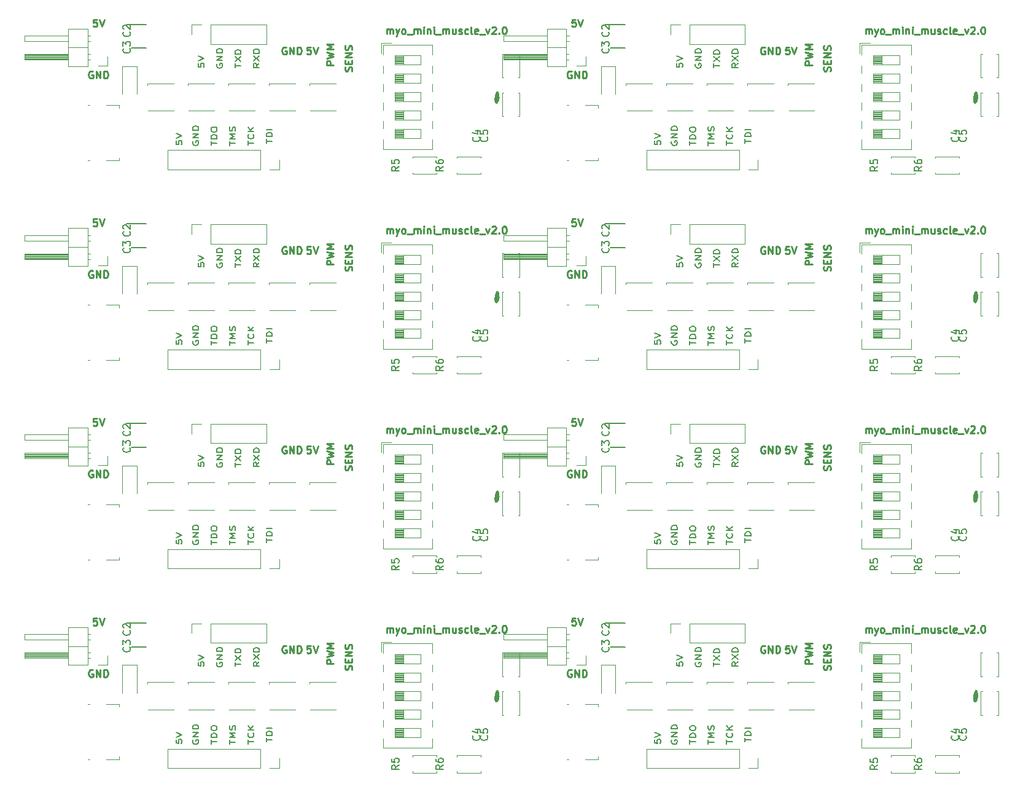
<source format=gbr>
G04 #@! TF.GenerationSoftware,KiCad,Pcbnew,5.0.2-bee76a0~70~ubuntu18.04.1*
G04 #@! TF.CreationDate,2019-05-10T18:36:06+02:00*
G04 #@! TF.ProjectId,m3_2x4_panel,6d335f32-7834-45f7-9061-6e656c2e6b69,rev?*
G04 #@! TF.SameCoordinates,Original*
G04 #@! TF.FileFunction,Legend,Top*
G04 #@! TF.FilePolarity,Positive*
%FSLAX46Y46*%
G04 Gerber Fmt 4.6, Leading zero omitted, Abs format (unit mm)*
G04 Created by KiCad (PCBNEW 5.0.2-bee76a0~70~ubuntu18.04.1) date Fr 10 Mai 2019 18:36:06 CEST*
%MOMM*%
%LPD*%
G01*
G04 APERTURE LIST*
%ADD10C,0.250000*%
%ADD11C,0.200000*%
%ADD12C,0.120000*%
%ADD13C,0.010000*%
%ADD14C,0.150000*%
G04 APERTURE END LIST*
D10*
X160655714Y-123084380D02*
X160655714Y-122417714D01*
X160655714Y-122512952D02*
X160703333Y-122465333D01*
X160798571Y-122417714D01*
X160941428Y-122417714D01*
X161036666Y-122465333D01*
X161084285Y-122560571D01*
X161084285Y-123084380D01*
X161084285Y-122560571D02*
X161131904Y-122465333D01*
X161227142Y-122417714D01*
X161370000Y-122417714D01*
X161465238Y-122465333D01*
X161512857Y-122560571D01*
X161512857Y-123084380D01*
X161893809Y-122417714D02*
X162131904Y-123084380D01*
X162370000Y-122417714D02*
X162131904Y-123084380D01*
X162036666Y-123322476D01*
X161989047Y-123370095D01*
X161893809Y-123417714D01*
X162893809Y-123084380D02*
X162798571Y-123036761D01*
X162750952Y-122989142D01*
X162703333Y-122893904D01*
X162703333Y-122608190D01*
X162750952Y-122512952D01*
X162798571Y-122465333D01*
X162893809Y-122417714D01*
X163036666Y-122417714D01*
X163131904Y-122465333D01*
X163179523Y-122512952D01*
X163227142Y-122608190D01*
X163227142Y-122893904D01*
X163179523Y-122989142D01*
X163131904Y-123036761D01*
X163036666Y-123084380D01*
X162893809Y-123084380D01*
X163417619Y-123179619D02*
X164179523Y-123179619D01*
X164417619Y-123084380D02*
X164417619Y-122417714D01*
X164417619Y-122512952D02*
X164465238Y-122465333D01*
X164560476Y-122417714D01*
X164703333Y-122417714D01*
X164798571Y-122465333D01*
X164846190Y-122560571D01*
X164846190Y-123084380D01*
X164846190Y-122560571D02*
X164893809Y-122465333D01*
X164989047Y-122417714D01*
X165131904Y-122417714D01*
X165227142Y-122465333D01*
X165274761Y-122560571D01*
X165274761Y-123084380D01*
X165750952Y-123084380D02*
X165750952Y-122417714D01*
X165750952Y-122084380D02*
X165703333Y-122132000D01*
X165750952Y-122179619D01*
X165798571Y-122132000D01*
X165750952Y-122084380D01*
X165750952Y-122179619D01*
X166227142Y-122417714D02*
X166227142Y-123084380D01*
X166227142Y-122512952D02*
X166274761Y-122465333D01*
X166370000Y-122417714D01*
X166512857Y-122417714D01*
X166608095Y-122465333D01*
X166655714Y-122560571D01*
X166655714Y-123084380D01*
X167131904Y-123084380D02*
X167131904Y-122417714D01*
X167131904Y-122084380D02*
X167084285Y-122132000D01*
X167131904Y-122179619D01*
X167179523Y-122132000D01*
X167131904Y-122084380D01*
X167131904Y-122179619D01*
X167370000Y-123179619D02*
X168131904Y-123179619D01*
X168370000Y-123084380D02*
X168370000Y-122417714D01*
X168370000Y-122512952D02*
X168417619Y-122465333D01*
X168512857Y-122417714D01*
X168655714Y-122417714D01*
X168750952Y-122465333D01*
X168798571Y-122560571D01*
X168798571Y-123084380D01*
X168798571Y-122560571D02*
X168846190Y-122465333D01*
X168941428Y-122417714D01*
X169084285Y-122417714D01*
X169179523Y-122465333D01*
X169227142Y-122560571D01*
X169227142Y-123084380D01*
X170131904Y-122417714D02*
X170131904Y-123084380D01*
X169703333Y-122417714D02*
X169703333Y-122941523D01*
X169750952Y-123036761D01*
X169846190Y-123084380D01*
X169989047Y-123084380D01*
X170084285Y-123036761D01*
X170131904Y-122989142D01*
X170560476Y-123036761D02*
X170655714Y-123084380D01*
X170846190Y-123084380D01*
X170941428Y-123036761D01*
X170989047Y-122941523D01*
X170989047Y-122893904D01*
X170941428Y-122798666D01*
X170846190Y-122751047D01*
X170703333Y-122751047D01*
X170608095Y-122703428D01*
X170560476Y-122608190D01*
X170560476Y-122560571D01*
X170608095Y-122465333D01*
X170703333Y-122417714D01*
X170846190Y-122417714D01*
X170941428Y-122465333D01*
X171846190Y-123036761D02*
X171750952Y-123084380D01*
X171560476Y-123084380D01*
X171465238Y-123036761D01*
X171417619Y-122989142D01*
X171370000Y-122893904D01*
X171370000Y-122608190D01*
X171417619Y-122512952D01*
X171465238Y-122465333D01*
X171560476Y-122417714D01*
X171750952Y-122417714D01*
X171846190Y-122465333D01*
X172417619Y-123084380D02*
X172322380Y-123036761D01*
X172274761Y-122941523D01*
X172274761Y-122084380D01*
X173179523Y-123036761D02*
X173084285Y-123084380D01*
X172893809Y-123084380D01*
X172798571Y-123036761D01*
X172750952Y-122941523D01*
X172750952Y-122560571D01*
X172798571Y-122465333D01*
X172893809Y-122417714D01*
X173084285Y-122417714D01*
X173179523Y-122465333D01*
X173227142Y-122560571D01*
X173227142Y-122655809D01*
X172750952Y-122751047D01*
X173417619Y-123179619D02*
X174179523Y-123179619D01*
X174322380Y-122417714D02*
X174560476Y-123084380D01*
X174798571Y-122417714D01*
X175131904Y-122179619D02*
X175179523Y-122132000D01*
X175274761Y-122084380D01*
X175512857Y-122084380D01*
X175608095Y-122132000D01*
X175655714Y-122179619D01*
X175703333Y-122274857D01*
X175703333Y-122370095D01*
X175655714Y-122512952D01*
X175084285Y-123084380D01*
X175703333Y-123084380D01*
X176131904Y-122989142D02*
X176179523Y-123036761D01*
X176131904Y-123084380D01*
X176084285Y-123036761D01*
X176131904Y-122989142D01*
X176131904Y-123084380D01*
X176798571Y-122084380D02*
X176893809Y-122084380D01*
X176989047Y-122132000D01*
X177036666Y-122179619D01*
X177084285Y-122274857D01*
X177131904Y-122465333D01*
X177131904Y-122703428D01*
X177084285Y-122893904D01*
X177036666Y-122989142D01*
X176989047Y-123036761D01*
X176893809Y-123084380D01*
X176798571Y-123084380D01*
X176703333Y-123036761D01*
X176655714Y-122989142D01*
X176608095Y-122893904D01*
X176560476Y-122703428D01*
X176560476Y-122465333D01*
X176608095Y-122274857D01*
X176655714Y-122179619D01*
X176703333Y-122132000D01*
X176798571Y-122084380D01*
X94655714Y-123084380D02*
X94655714Y-122417714D01*
X94655714Y-122512952D02*
X94703333Y-122465333D01*
X94798571Y-122417714D01*
X94941428Y-122417714D01*
X95036666Y-122465333D01*
X95084285Y-122560571D01*
X95084285Y-123084380D01*
X95084285Y-122560571D02*
X95131904Y-122465333D01*
X95227142Y-122417714D01*
X95370000Y-122417714D01*
X95465238Y-122465333D01*
X95512857Y-122560571D01*
X95512857Y-123084380D01*
X95893809Y-122417714D02*
X96131904Y-123084380D01*
X96370000Y-122417714D02*
X96131904Y-123084380D01*
X96036666Y-123322476D01*
X95989047Y-123370095D01*
X95893809Y-123417714D01*
X96893809Y-123084380D02*
X96798571Y-123036761D01*
X96750952Y-122989142D01*
X96703333Y-122893904D01*
X96703333Y-122608190D01*
X96750952Y-122512952D01*
X96798571Y-122465333D01*
X96893809Y-122417714D01*
X97036666Y-122417714D01*
X97131904Y-122465333D01*
X97179523Y-122512952D01*
X97227142Y-122608190D01*
X97227142Y-122893904D01*
X97179523Y-122989142D01*
X97131904Y-123036761D01*
X97036666Y-123084380D01*
X96893809Y-123084380D01*
X97417619Y-123179619D02*
X98179523Y-123179619D01*
X98417619Y-123084380D02*
X98417619Y-122417714D01*
X98417619Y-122512952D02*
X98465238Y-122465333D01*
X98560476Y-122417714D01*
X98703333Y-122417714D01*
X98798571Y-122465333D01*
X98846190Y-122560571D01*
X98846190Y-123084380D01*
X98846190Y-122560571D02*
X98893809Y-122465333D01*
X98989047Y-122417714D01*
X99131904Y-122417714D01*
X99227142Y-122465333D01*
X99274761Y-122560571D01*
X99274761Y-123084380D01*
X99750952Y-123084380D02*
X99750952Y-122417714D01*
X99750952Y-122084380D02*
X99703333Y-122132000D01*
X99750952Y-122179619D01*
X99798571Y-122132000D01*
X99750952Y-122084380D01*
X99750952Y-122179619D01*
X100227142Y-122417714D02*
X100227142Y-123084380D01*
X100227142Y-122512952D02*
X100274761Y-122465333D01*
X100370000Y-122417714D01*
X100512857Y-122417714D01*
X100608095Y-122465333D01*
X100655714Y-122560571D01*
X100655714Y-123084380D01*
X101131904Y-123084380D02*
X101131904Y-122417714D01*
X101131904Y-122084380D02*
X101084285Y-122132000D01*
X101131904Y-122179619D01*
X101179523Y-122132000D01*
X101131904Y-122084380D01*
X101131904Y-122179619D01*
X101370000Y-123179619D02*
X102131904Y-123179619D01*
X102370000Y-123084380D02*
X102370000Y-122417714D01*
X102370000Y-122512952D02*
X102417619Y-122465333D01*
X102512857Y-122417714D01*
X102655714Y-122417714D01*
X102750952Y-122465333D01*
X102798571Y-122560571D01*
X102798571Y-123084380D01*
X102798571Y-122560571D02*
X102846190Y-122465333D01*
X102941428Y-122417714D01*
X103084285Y-122417714D01*
X103179523Y-122465333D01*
X103227142Y-122560571D01*
X103227142Y-123084380D01*
X104131904Y-122417714D02*
X104131904Y-123084380D01*
X103703333Y-122417714D02*
X103703333Y-122941523D01*
X103750952Y-123036761D01*
X103846190Y-123084380D01*
X103989047Y-123084380D01*
X104084285Y-123036761D01*
X104131904Y-122989142D01*
X104560476Y-123036761D02*
X104655714Y-123084380D01*
X104846190Y-123084380D01*
X104941428Y-123036761D01*
X104989047Y-122941523D01*
X104989047Y-122893904D01*
X104941428Y-122798666D01*
X104846190Y-122751047D01*
X104703333Y-122751047D01*
X104608095Y-122703428D01*
X104560476Y-122608190D01*
X104560476Y-122560571D01*
X104608095Y-122465333D01*
X104703333Y-122417714D01*
X104846190Y-122417714D01*
X104941428Y-122465333D01*
X105846190Y-123036761D02*
X105750952Y-123084380D01*
X105560476Y-123084380D01*
X105465238Y-123036761D01*
X105417619Y-122989142D01*
X105370000Y-122893904D01*
X105370000Y-122608190D01*
X105417619Y-122512952D01*
X105465238Y-122465333D01*
X105560476Y-122417714D01*
X105750952Y-122417714D01*
X105846190Y-122465333D01*
X106417619Y-123084380D02*
X106322380Y-123036761D01*
X106274761Y-122941523D01*
X106274761Y-122084380D01*
X107179523Y-123036761D02*
X107084285Y-123084380D01*
X106893809Y-123084380D01*
X106798571Y-123036761D01*
X106750952Y-122941523D01*
X106750952Y-122560571D01*
X106798571Y-122465333D01*
X106893809Y-122417714D01*
X107084285Y-122417714D01*
X107179523Y-122465333D01*
X107227142Y-122560571D01*
X107227142Y-122655809D01*
X106750952Y-122751047D01*
X107417619Y-123179619D02*
X108179523Y-123179619D01*
X108322380Y-122417714D02*
X108560476Y-123084380D01*
X108798571Y-122417714D01*
X109131904Y-122179619D02*
X109179523Y-122132000D01*
X109274761Y-122084380D01*
X109512857Y-122084380D01*
X109608095Y-122132000D01*
X109655714Y-122179619D01*
X109703333Y-122274857D01*
X109703333Y-122370095D01*
X109655714Y-122512952D01*
X109084285Y-123084380D01*
X109703333Y-123084380D01*
X110131904Y-122989142D02*
X110179523Y-123036761D01*
X110131904Y-123084380D01*
X110084285Y-123036761D01*
X110131904Y-122989142D01*
X110131904Y-123084380D01*
X110798571Y-122084380D02*
X110893809Y-122084380D01*
X110989047Y-122132000D01*
X111036666Y-122179619D01*
X111084285Y-122274857D01*
X111131904Y-122465333D01*
X111131904Y-122703428D01*
X111084285Y-122893904D01*
X111036666Y-122989142D01*
X110989047Y-123036761D01*
X110893809Y-123084380D01*
X110798571Y-123084380D01*
X110703333Y-123036761D01*
X110655714Y-122989142D01*
X110608095Y-122893904D01*
X110560476Y-122703428D01*
X110560476Y-122465333D01*
X110608095Y-122274857D01*
X110655714Y-122179619D01*
X110703333Y-122132000D01*
X110798571Y-122084380D01*
X160655714Y-95584380D02*
X160655714Y-94917714D01*
X160655714Y-95012952D02*
X160703333Y-94965333D01*
X160798571Y-94917714D01*
X160941428Y-94917714D01*
X161036666Y-94965333D01*
X161084285Y-95060571D01*
X161084285Y-95584380D01*
X161084285Y-95060571D02*
X161131904Y-94965333D01*
X161227142Y-94917714D01*
X161370000Y-94917714D01*
X161465238Y-94965333D01*
X161512857Y-95060571D01*
X161512857Y-95584380D01*
X161893809Y-94917714D02*
X162131904Y-95584380D01*
X162370000Y-94917714D02*
X162131904Y-95584380D01*
X162036666Y-95822476D01*
X161989047Y-95870095D01*
X161893809Y-95917714D01*
X162893809Y-95584380D02*
X162798571Y-95536761D01*
X162750952Y-95489142D01*
X162703333Y-95393904D01*
X162703333Y-95108190D01*
X162750952Y-95012952D01*
X162798571Y-94965333D01*
X162893809Y-94917714D01*
X163036666Y-94917714D01*
X163131904Y-94965333D01*
X163179523Y-95012952D01*
X163227142Y-95108190D01*
X163227142Y-95393904D01*
X163179523Y-95489142D01*
X163131904Y-95536761D01*
X163036666Y-95584380D01*
X162893809Y-95584380D01*
X163417619Y-95679619D02*
X164179523Y-95679619D01*
X164417619Y-95584380D02*
X164417619Y-94917714D01*
X164417619Y-95012952D02*
X164465238Y-94965333D01*
X164560476Y-94917714D01*
X164703333Y-94917714D01*
X164798571Y-94965333D01*
X164846190Y-95060571D01*
X164846190Y-95584380D01*
X164846190Y-95060571D02*
X164893809Y-94965333D01*
X164989047Y-94917714D01*
X165131904Y-94917714D01*
X165227142Y-94965333D01*
X165274761Y-95060571D01*
X165274761Y-95584380D01*
X165750952Y-95584380D02*
X165750952Y-94917714D01*
X165750952Y-94584380D02*
X165703333Y-94632000D01*
X165750952Y-94679619D01*
X165798571Y-94632000D01*
X165750952Y-94584380D01*
X165750952Y-94679619D01*
X166227142Y-94917714D02*
X166227142Y-95584380D01*
X166227142Y-95012952D02*
X166274761Y-94965333D01*
X166370000Y-94917714D01*
X166512857Y-94917714D01*
X166608095Y-94965333D01*
X166655714Y-95060571D01*
X166655714Y-95584380D01*
X167131904Y-95584380D02*
X167131904Y-94917714D01*
X167131904Y-94584380D02*
X167084285Y-94632000D01*
X167131904Y-94679619D01*
X167179523Y-94632000D01*
X167131904Y-94584380D01*
X167131904Y-94679619D01*
X167370000Y-95679619D02*
X168131904Y-95679619D01*
X168370000Y-95584380D02*
X168370000Y-94917714D01*
X168370000Y-95012952D02*
X168417619Y-94965333D01*
X168512857Y-94917714D01*
X168655714Y-94917714D01*
X168750952Y-94965333D01*
X168798571Y-95060571D01*
X168798571Y-95584380D01*
X168798571Y-95060571D02*
X168846190Y-94965333D01*
X168941428Y-94917714D01*
X169084285Y-94917714D01*
X169179523Y-94965333D01*
X169227142Y-95060571D01*
X169227142Y-95584380D01*
X170131904Y-94917714D02*
X170131904Y-95584380D01*
X169703333Y-94917714D02*
X169703333Y-95441523D01*
X169750952Y-95536761D01*
X169846190Y-95584380D01*
X169989047Y-95584380D01*
X170084285Y-95536761D01*
X170131904Y-95489142D01*
X170560476Y-95536761D02*
X170655714Y-95584380D01*
X170846190Y-95584380D01*
X170941428Y-95536761D01*
X170989047Y-95441523D01*
X170989047Y-95393904D01*
X170941428Y-95298666D01*
X170846190Y-95251047D01*
X170703333Y-95251047D01*
X170608095Y-95203428D01*
X170560476Y-95108190D01*
X170560476Y-95060571D01*
X170608095Y-94965333D01*
X170703333Y-94917714D01*
X170846190Y-94917714D01*
X170941428Y-94965333D01*
X171846190Y-95536761D02*
X171750952Y-95584380D01*
X171560476Y-95584380D01*
X171465238Y-95536761D01*
X171417619Y-95489142D01*
X171370000Y-95393904D01*
X171370000Y-95108190D01*
X171417619Y-95012952D01*
X171465238Y-94965333D01*
X171560476Y-94917714D01*
X171750952Y-94917714D01*
X171846190Y-94965333D01*
X172417619Y-95584380D02*
X172322380Y-95536761D01*
X172274761Y-95441523D01*
X172274761Y-94584380D01*
X173179523Y-95536761D02*
X173084285Y-95584380D01*
X172893809Y-95584380D01*
X172798571Y-95536761D01*
X172750952Y-95441523D01*
X172750952Y-95060571D01*
X172798571Y-94965333D01*
X172893809Y-94917714D01*
X173084285Y-94917714D01*
X173179523Y-94965333D01*
X173227142Y-95060571D01*
X173227142Y-95155809D01*
X172750952Y-95251047D01*
X173417619Y-95679619D02*
X174179523Y-95679619D01*
X174322380Y-94917714D02*
X174560476Y-95584380D01*
X174798571Y-94917714D01*
X175131904Y-94679619D02*
X175179523Y-94632000D01*
X175274761Y-94584380D01*
X175512857Y-94584380D01*
X175608095Y-94632000D01*
X175655714Y-94679619D01*
X175703333Y-94774857D01*
X175703333Y-94870095D01*
X175655714Y-95012952D01*
X175084285Y-95584380D01*
X175703333Y-95584380D01*
X176131904Y-95489142D02*
X176179523Y-95536761D01*
X176131904Y-95584380D01*
X176084285Y-95536761D01*
X176131904Y-95489142D01*
X176131904Y-95584380D01*
X176798571Y-94584380D02*
X176893809Y-94584380D01*
X176989047Y-94632000D01*
X177036666Y-94679619D01*
X177084285Y-94774857D01*
X177131904Y-94965333D01*
X177131904Y-95203428D01*
X177084285Y-95393904D01*
X177036666Y-95489142D01*
X176989047Y-95536761D01*
X176893809Y-95584380D01*
X176798571Y-95584380D01*
X176703333Y-95536761D01*
X176655714Y-95489142D01*
X176608095Y-95393904D01*
X176560476Y-95203428D01*
X176560476Y-94965333D01*
X176608095Y-94774857D01*
X176655714Y-94679619D01*
X176703333Y-94632000D01*
X176798571Y-94584380D01*
X94655714Y-95584380D02*
X94655714Y-94917714D01*
X94655714Y-95012952D02*
X94703333Y-94965333D01*
X94798571Y-94917714D01*
X94941428Y-94917714D01*
X95036666Y-94965333D01*
X95084285Y-95060571D01*
X95084285Y-95584380D01*
X95084285Y-95060571D02*
X95131904Y-94965333D01*
X95227142Y-94917714D01*
X95370000Y-94917714D01*
X95465238Y-94965333D01*
X95512857Y-95060571D01*
X95512857Y-95584380D01*
X95893809Y-94917714D02*
X96131904Y-95584380D01*
X96370000Y-94917714D02*
X96131904Y-95584380D01*
X96036666Y-95822476D01*
X95989047Y-95870095D01*
X95893809Y-95917714D01*
X96893809Y-95584380D02*
X96798571Y-95536761D01*
X96750952Y-95489142D01*
X96703333Y-95393904D01*
X96703333Y-95108190D01*
X96750952Y-95012952D01*
X96798571Y-94965333D01*
X96893809Y-94917714D01*
X97036666Y-94917714D01*
X97131904Y-94965333D01*
X97179523Y-95012952D01*
X97227142Y-95108190D01*
X97227142Y-95393904D01*
X97179523Y-95489142D01*
X97131904Y-95536761D01*
X97036666Y-95584380D01*
X96893809Y-95584380D01*
X97417619Y-95679619D02*
X98179523Y-95679619D01*
X98417619Y-95584380D02*
X98417619Y-94917714D01*
X98417619Y-95012952D02*
X98465238Y-94965333D01*
X98560476Y-94917714D01*
X98703333Y-94917714D01*
X98798571Y-94965333D01*
X98846190Y-95060571D01*
X98846190Y-95584380D01*
X98846190Y-95060571D02*
X98893809Y-94965333D01*
X98989047Y-94917714D01*
X99131904Y-94917714D01*
X99227142Y-94965333D01*
X99274761Y-95060571D01*
X99274761Y-95584380D01*
X99750952Y-95584380D02*
X99750952Y-94917714D01*
X99750952Y-94584380D02*
X99703333Y-94632000D01*
X99750952Y-94679619D01*
X99798571Y-94632000D01*
X99750952Y-94584380D01*
X99750952Y-94679619D01*
X100227142Y-94917714D02*
X100227142Y-95584380D01*
X100227142Y-95012952D02*
X100274761Y-94965333D01*
X100370000Y-94917714D01*
X100512857Y-94917714D01*
X100608095Y-94965333D01*
X100655714Y-95060571D01*
X100655714Y-95584380D01*
X101131904Y-95584380D02*
X101131904Y-94917714D01*
X101131904Y-94584380D02*
X101084285Y-94632000D01*
X101131904Y-94679619D01*
X101179523Y-94632000D01*
X101131904Y-94584380D01*
X101131904Y-94679619D01*
X101370000Y-95679619D02*
X102131904Y-95679619D01*
X102370000Y-95584380D02*
X102370000Y-94917714D01*
X102370000Y-95012952D02*
X102417619Y-94965333D01*
X102512857Y-94917714D01*
X102655714Y-94917714D01*
X102750952Y-94965333D01*
X102798571Y-95060571D01*
X102798571Y-95584380D01*
X102798571Y-95060571D02*
X102846190Y-94965333D01*
X102941428Y-94917714D01*
X103084285Y-94917714D01*
X103179523Y-94965333D01*
X103227142Y-95060571D01*
X103227142Y-95584380D01*
X104131904Y-94917714D02*
X104131904Y-95584380D01*
X103703333Y-94917714D02*
X103703333Y-95441523D01*
X103750952Y-95536761D01*
X103846190Y-95584380D01*
X103989047Y-95584380D01*
X104084285Y-95536761D01*
X104131904Y-95489142D01*
X104560476Y-95536761D02*
X104655714Y-95584380D01*
X104846190Y-95584380D01*
X104941428Y-95536761D01*
X104989047Y-95441523D01*
X104989047Y-95393904D01*
X104941428Y-95298666D01*
X104846190Y-95251047D01*
X104703333Y-95251047D01*
X104608095Y-95203428D01*
X104560476Y-95108190D01*
X104560476Y-95060571D01*
X104608095Y-94965333D01*
X104703333Y-94917714D01*
X104846190Y-94917714D01*
X104941428Y-94965333D01*
X105846190Y-95536761D02*
X105750952Y-95584380D01*
X105560476Y-95584380D01*
X105465238Y-95536761D01*
X105417619Y-95489142D01*
X105370000Y-95393904D01*
X105370000Y-95108190D01*
X105417619Y-95012952D01*
X105465238Y-94965333D01*
X105560476Y-94917714D01*
X105750952Y-94917714D01*
X105846190Y-94965333D01*
X106417619Y-95584380D02*
X106322380Y-95536761D01*
X106274761Y-95441523D01*
X106274761Y-94584380D01*
X107179523Y-95536761D02*
X107084285Y-95584380D01*
X106893809Y-95584380D01*
X106798571Y-95536761D01*
X106750952Y-95441523D01*
X106750952Y-95060571D01*
X106798571Y-94965333D01*
X106893809Y-94917714D01*
X107084285Y-94917714D01*
X107179523Y-94965333D01*
X107227142Y-95060571D01*
X107227142Y-95155809D01*
X106750952Y-95251047D01*
X107417619Y-95679619D02*
X108179523Y-95679619D01*
X108322380Y-94917714D02*
X108560476Y-95584380D01*
X108798571Y-94917714D01*
X109131904Y-94679619D02*
X109179523Y-94632000D01*
X109274761Y-94584380D01*
X109512857Y-94584380D01*
X109608095Y-94632000D01*
X109655714Y-94679619D01*
X109703333Y-94774857D01*
X109703333Y-94870095D01*
X109655714Y-95012952D01*
X109084285Y-95584380D01*
X109703333Y-95584380D01*
X110131904Y-95489142D02*
X110179523Y-95536761D01*
X110131904Y-95584380D01*
X110084285Y-95536761D01*
X110131904Y-95489142D01*
X110131904Y-95584380D01*
X110798571Y-94584380D02*
X110893809Y-94584380D01*
X110989047Y-94632000D01*
X111036666Y-94679619D01*
X111084285Y-94774857D01*
X111131904Y-94965333D01*
X111131904Y-95203428D01*
X111084285Y-95393904D01*
X111036666Y-95489142D01*
X110989047Y-95536761D01*
X110893809Y-95584380D01*
X110798571Y-95584380D01*
X110703333Y-95536761D01*
X110655714Y-95489142D01*
X110608095Y-95393904D01*
X110560476Y-95203428D01*
X110560476Y-94965333D01*
X110608095Y-94774857D01*
X110655714Y-94679619D01*
X110703333Y-94632000D01*
X110798571Y-94584380D01*
X160655714Y-68084380D02*
X160655714Y-67417714D01*
X160655714Y-67512952D02*
X160703333Y-67465333D01*
X160798571Y-67417714D01*
X160941428Y-67417714D01*
X161036666Y-67465333D01*
X161084285Y-67560571D01*
X161084285Y-68084380D01*
X161084285Y-67560571D02*
X161131904Y-67465333D01*
X161227142Y-67417714D01*
X161370000Y-67417714D01*
X161465238Y-67465333D01*
X161512857Y-67560571D01*
X161512857Y-68084380D01*
X161893809Y-67417714D02*
X162131904Y-68084380D01*
X162370000Y-67417714D02*
X162131904Y-68084380D01*
X162036666Y-68322476D01*
X161989047Y-68370095D01*
X161893809Y-68417714D01*
X162893809Y-68084380D02*
X162798571Y-68036761D01*
X162750952Y-67989142D01*
X162703333Y-67893904D01*
X162703333Y-67608190D01*
X162750952Y-67512952D01*
X162798571Y-67465333D01*
X162893809Y-67417714D01*
X163036666Y-67417714D01*
X163131904Y-67465333D01*
X163179523Y-67512952D01*
X163227142Y-67608190D01*
X163227142Y-67893904D01*
X163179523Y-67989142D01*
X163131904Y-68036761D01*
X163036666Y-68084380D01*
X162893809Y-68084380D01*
X163417619Y-68179619D02*
X164179523Y-68179619D01*
X164417619Y-68084380D02*
X164417619Y-67417714D01*
X164417619Y-67512952D02*
X164465238Y-67465333D01*
X164560476Y-67417714D01*
X164703333Y-67417714D01*
X164798571Y-67465333D01*
X164846190Y-67560571D01*
X164846190Y-68084380D01*
X164846190Y-67560571D02*
X164893809Y-67465333D01*
X164989047Y-67417714D01*
X165131904Y-67417714D01*
X165227142Y-67465333D01*
X165274761Y-67560571D01*
X165274761Y-68084380D01*
X165750952Y-68084380D02*
X165750952Y-67417714D01*
X165750952Y-67084380D02*
X165703333Y-67132000D01*
X165750952Y-67179619D01*
X165798571Y-67132000D01*
X165750952Y-67084380D01*
X165750952Y-67179619D01*
X166227142Y-67417714D02*
X166227142Y-68084380D01*
X166227142Y-67512952D02*
X166274761Y-67465333D01*
X166370000Y-67417714D01*
X166512857Y-67417714D01*
X166608095Y-67465333D01*
X166655714Y-67560571D01*
X166655714Y-68084380D01*
X167131904Y-68084380D02*
X167131904Y-67417714D01*
X167131904Y-67084380D02*
X167084285Y-67132000D01*
X167131904Y-67179619D01*
X167179523Y-67132000D01*
X167131904Y-67084380D01*
X167131904Y-67179619D01*
X167370000Y-68179619D02*
X168131904Y-68179619D01*
X168370000Y-68084380D02*
X168370000Y-67417714D01*
X168370000Y-67512952D02*
X168417619Y-67465333D01*
X168512857Y-67417714D01*
X168655714Y-67417714D01*
X168750952Y-67465333D01*
X168798571Y-67560571D01*
X168798571Y-68084380D01*
X168798571Y-67560571D02*
X168846190Y-67465333D01*
X168941428Y-67417714D01*
X169084285Y-67417714D01*
X169179523Y-67465333D01*
X169227142Y-67560571D01*
X169227142Y-68084380D01*
X170131904Y-67417714D02*
X170131904Y-68084380D01*
X169703333Y-67417714D02*
X169703333Y-67941523D01*
X169750952Y-68036761D01*
X169846190Y-68084380D01*
X169989047Y-68084380D01*
X170084285Y-68036761D01*
X170131904Y-67989142D01*
X170560476Y-68036761D02*
X170655714Y-68084380D01*
X170846190Y-68084380D01*
X170941428Y-68036761D01*
X170989047Y-67941523D01*
X170989047Y-67893904D01*
X170941428Y-67798666D01*
X170846190Y-67751047D01*
X170703333Y-67751047D01*
X170608095Y-67703428D01*
X170560476Y-67608190D01*
X170560476Y-67560571D01*
X170608095Y-67465333D01*
X170703333Y-67417714D01*
X170846190Y-67417714D01*
X170941428Y-67465333D01*
X171846190Y-68036761D02*
X171750952Y-68084380D01*
X171560476Y-68084380D01*
X171465238Y-68036761D01*
X171417619Y-67989142D01*
X171370000Y-67893904D01*
X171370000Y-67608190D01*
X171417619Y-67512952D01*
X171465238Y-67465333D01*
X171560476Y-67417714D01*
X171750952Y-67417714D01*
X171846190Y-67465333D01*
X172417619Y-68084380D02*
X172322380Y-68036761D01*
X172274761Y-67941523D01*
X172274761Y-67084380D01*
X173179523Y-68036761D02*
X173084285Y-68084380D01*
X172893809Y-68084380D01*
X172798571Y-68036761D01*
X172750952Y-67941523D01*
X172750952Y-67560571D01*
X172798571Y-67465333D01*
X172893809Y-67417714D01*
X173084285Y-67417714D01*
X173179523Y-67465333D01*
X173227142Y-67560571D01*
X173227142Y-67655809D01*
X172750952Y-67751047D01*
X173417619Y-68179619D02*
X174179523Y-68179619D01*
X174322380Y-67417714D02*
X174560476Y-68084380D01*
X174798571Y-67417714D01*
X175131904Y-67179619D02*
X175179523Y-67132000D01*
X175274761Y-67084380D01*
X175512857Y-67084380D01*
X175608095Y-67132000D01*
X175655714Y-67179619D01*
X175703333Y-67274857D01*
X175703333Y-67370095D01*
X175655714Y-67512952D01*
X175084285Y-68084380D01*
X175703333Y-68084380D01*
X176131904Y-67989142D02*
X176179523Y-68036761D01*
X176131904Y-68084380D01*
X176084285Y-68036761D01*
X176131904Y-67989142D01*
X176131904Y-68084380D01*
X176798571Y-67084380D02*
X176893809Y-67084380D01*
X176989047Y-67132000D01*
X177036666Y-67179619D01*
X177084285Y-67274857D01*
X177131904Y-67465333D01*
X177131904Y-67703428D01*
X177084285Y-67893904D01*
X177036666Y-67989142D01*
X176989047Y-68036761D01*
X176893809Y-68084380D01*
X176798571Y-68084380D01*
X176703333Y-68036761D01*
X176655714Y-67989142D01*
X176608095Y-67893904D01*
X176560476Y-67703428D01*
X176560476Y-67465333D01*
X176608095Y-67274857D01*
X176655714Y-67179619D01*
X176703333Y-67132000D01*
X176798571Y-67084380D01*
X94655714Y-68084380D02*
X94655714Y-67417714D01*
X94655714Y-67512952D02*
X94703333Y-67465333D01*
X94798571Y-67417714D01*
X94941428Y-67417714D01*
X95036666Y-67465333D01*
X95084285Y-67560571D01*
X95084285Y-68084380D01*
X95084285Y-67560571D02*
X95131904Y-67465333D01*
X95227142Y-67417714D01*
X95370000Y-67417714D01*
X95465238Y-67465333D01*
X95512857Y-67560571D01*
X95512857Y-68084380D01*
X95893809Y-67417714D02*
X96131904Y-68084380D01*
X96370000Y-67417714D02*
X96131904Y-68084380D01*
X96036666Y-68322476D01*
X95989047Y-68370095D01*
X95893809Y-68417714D01*
X96893809Y-68084380D02*
X96798571Y-68036761D01*
X96750952Y-67989142D01*
X96703333Y-67893904D01*
X96703333Y-67608190D01*
X96750952Y-67512952D01*
X96798571Y-67465333D01*
X96893809Y-67417714D01*
X97036666Y-67417714D01*
X97131904Y-67465333D01*
X97179523Y-67512952D01*
X97227142Y-67608190D01*
X97227142Y-67893904D01*
X97179523Y-67989142D01*
X97131904Y-68036761D01*
X97036666Y-68084380D01*
X96893809Y-68084380D01*
X97417619Y-68179619D02*
X98179523Y-68179619D01*
X98417619Y-68084380D02*
X98417619Y-67417714D01*
X98417619Y-67512952D02*
X98465238Y-67465333D01*
X98560476Y-67417714D01*
X98703333Y-67417714D01*
X98798571Y-67465333D01*
X98846190Y-67560571D01*
X98846190Y-68084380D01*
X98846190Y-67560571D02*
X98893809Y-67465333D01*
X98989047Y-67417714D01*
X99131904Y-67417714D01*
X99227142Y-67465333D01*
X99274761Y-67560571D01*
X99274761Y-68084380D01*
X99750952Y-68084380D02*
X99750952Y-67417714D01*
X99750952Y-67084380D02*
X99703333Y-67132000D01*
X99750952Y-67179619D01*
X99798571Y-67132000D01*
X99750952Y-67084380D01*
X99750952Y-67179619D01*
X100227142Y-67417714D02*
X100227142Y-68084380D01*
X100227142Y-67512952D02*
X100274761Y-67465333D01*
X100370000Y-67417714D01*
X100512857Y-67417714D01*
X100608095Y-67465333D01*
X100655714Y-67560571D01*
X100655714Y-68084380D01*
X101131904Y-68084380D02*
X101131904Y-67417714D01*
X101131904Y-67084380D02*
X101084285Y-67132000D01*
X101131904Y-67179619D01*
X101179523Y-67132000D01*
X101131904Y-67084380D01*
X101131904Y-67179619D01*
X101370000Y-68179619D02*
X102131904Y-68179619D01*
X102370000Y-68084380D02*
X102370000Y-67417714D01*
X102370000Y-67512952D02*
X102417619Y-67465333D01*
X102512857Y-67417714D01*
X102655714Y-67417714D01*
X102750952Y-67465333D01*
X102798571Y-67560571D01*
X102798571Y-68084380D01*
X102798571Y-67560571D02*
X102846190Y-67465333D01*
X102941428Y-67417714D01*
X103084285Y-67417714D01*
X103179523Y-67465333D01*
X103227142Y-67560571D01*
X103227142Y-68084380D01*
X104131904Y-67417714D02*
X104131904Y-68084380D01*
X103703333Y-67417714D02*
X103703333Y-67941523D01*
X103750952Y-68036761D01*
X103846190Y-68084380D01*
X103989047Y-68084380D01*
X104084285Y-68036761D01*
X104131904Y-67989142D01*
X104560476Y-68036761D02*
X104655714Y-68084380D01*
X104846190Y-68084380D01*
X104941428Y-68036761D01*
X104989047Y-67941523D01*
X104989047Y-67893904D01*
X104941428Y-67798666D01*
X104846190Y-67751047D01*
X104703333Y-67751047D01*
X104608095Y-67703428D01*
X104560476Y-67608190D01*
X104560476Y-67560571D01*
X104608095Y-67465333D01*
X104703333Y-67417714D01*
X104846190Y-67417714D01*
X104941428Y-67465333D01*
X105846190Y-68036761D02*
X105750952Y-68084380D01*
X105560476Y-68084380D01*
X105465238Y-68036761D01*
X105417619Y-67989142D01*
X105370000Y-67893904D01*
X105370000Y-67608190D01*
X105417619Y-67512952D01*
X105465238Y-67465333D01*
X105560476Y-67417714D01*
X105750952Y-67417714D01*
X105846190Y-67465333D01*
X106417619Y-68084380D02*
X106322380Y-68036761D01*
X106274761Y-67941523D01*
X106274761Y-67084380D01*
X107179523Y-68036761D02*
X107084285Y-68084380D01*
X106893809Y-68084380D01*
X106798571Y-68036761D01*
X106750952Y-67941523D01*
X106750952Y-67560571D01*
X106798571Y-67465333D01*
X106893809Y-67417714D01*
X107084285Y-67417714D01*
X107179523Y-67465333D01*
X107227142Y-67560571D01*
X107227142Y-67655809D01*
X106750952Y-67751047D01*
X107417619Y-68179619D02*
X108179523Y-68179619D01*
X108322380Y-67417714D02*
X108560476Y-68084380D01*
X108798571Y-67417714D01*
X109131904Y-67179619D02*
X109179523Y-67132000D01*
X109274761Y-67084380D01*
X109512857Y-67084380D01*
X109608095Y-67132000D01*
X109655714Y-67179619D01*
X109703333Y-67274857D01*
X109703333Y-67370095D01*
X109655714Y-67512952D01*
X109084285Y-68084380D01*
X109703333Y-68084380D01*
X110131904Y-67989142D02*
X110179523Y-68036761D01*
X110131904Y-68084380D01*
X110084285Y-68036761D01*
X110131904Y-67989142D01*
X110131904Y-68084380D01*
X110798571Y-67084380D02*
X110893809Y-67084380D01*
X110989047Y-67132000D01*
X111036666Y-67179619D01*
X111084285Y-67274857D01*
X111131904Y-67465333D01*
X111131904Y-67703428D01*
X111084285Y-67893904D01*
X111036666Y-67989142D01*
X110989047Y-68036761D01*
X110893809Y-68084380D01*
X110798571Y-68084380D01*
X110703333Y-68036761D01*
X110655714Y-67989142D01*
X110608095Y-67893904D01*
X110560476Y-67703428D01*
X110560476Y-67465333D01*
X110608095Y-67274857D01*
X110655714Y-67179619D01*
X110703333Y-67132000D01*
X110798571Y-67084380D01*
X160655714Y-40584380D02*
X160655714Y-39917714D01*
X160655714Y-40012952D02*
X160703333Y-39965333D01*
X160798571Y-39917714D01*
X160941428Y-39917714D01*
X161036666Y-39965333D01*
X161084285Y-40060571D01*
X161084285Y-40584380D01*
X161084285Y-40060571D02*
X161131904Y-39965333D01*
X161227142Y-39917714D01*
X161370000Y-39917714D01*
X161465238Y-39965333D01*
X161512857Y-40060571D01*
X161512857Y-40584380D01*
X161893809Y-39917714D02*
X162131904Y-40584380D01*
X162370000Y-39917714D02*
X162131904Y-40584380D01*
X162036666Y-40822476D01*
X161989047Y-40870095D01*
X161893809Y-40917714D01*
X162893809Y-40584380D02*
X162798571Y-40536761D01*
X162750952Y-40489142D01*
X162703333Y-40393904D01*
X162703333Y-40108190D01*
X162750952Y-40012952D01*
X162798571Y-39965333D01*
X162893809Y-39917714D01*
X163036666Y-39917714D01*
X163131904Y-39965333D01*
X163179523Y-40012952D01*
X163227142Y-40108190D01*
X163227142Y-40393904D01*
X163179523Y-40489142D01*
X163131904Y-40536761D01*
X163036666Y-40584380D01*
X162893809Y-40584380D01*
X163417619Y-40679619D02*
X164179523Y-40679619D01*
X164417619Y-40584380D02*
X164417619Y-39917714D01*
X164417619Y-40012952D02*
X164465238Y-39965333D01*
X164560476Y-39917714D01*
X164703333Y-39917714D01*
X164798571Y-39965333D01*
X164846190Y-40060571D01*
X164846190Y-40584380D01*
X164846190Y-40060571D02*
X164893809Y-39965333D01*
X164989047Y-39917714D01*
X165131904Y-39917714D01*
X165227142Y-39965333D01*
X165274761Y-40060571D01*
X165274761Y-40584380D01*
X165750952Y-40584380D02*
X165750952Y-39917714D01*
X165750952Y-39584380D02*
X165703333Y-39632000D01*
X165750952Y-39679619D01*
X165798571Y-39632000D01*
X165750952Y-39584380D01*
X165750952Y-39679619D01*
X166227142Y-39917714D02*
X166227142Y-40584380D01*
X166227142Y-40012952D02*
X166274761Y-39965333D01*
X166370000Y-39917714D01*
X166512857Y-39917714D01*
X166608095Y-39965333D01*
X166655714Y-40060571D01*
X166655714Y-40584380D01*
X167131904Y-40584380D02*
X167131904Y-39917714D01*
X167131904Y-39584380D02*
X167084285Y-39632000D01*
X167131904Y-39679619D01*
X167179523Y-39632000D01*
X167131904Y-39584380D01*
X167131904Y-39679619D01*
X167370000Y-40679619D02*
X168131904Y-40679619D01*
X168370000Y-40584380D02*
X168370000Y-39917714D01*
X168370000Y-40012952D02*
X168417619Y-39965333D01*
X168512857Y-39917714D01*
X168655714Y-39917714D01*
X168750952Y-39965333D01*
X168798571Y-40060571D01*
X168798571Y-40584380D01*
X168798571Y-40060571D02*
X168846190Y-39965333D01*
X168941428Y-39917714D01*
X169084285Y-39917714D01*
X169179523Y-39965333D01*
X169227142Y-40060571D01*
X169227142Y-40584380D01*
X170131904Y-39917714D02*
X170131904Y-40584380D01*
X169703333Y-39917714D02*
X169703333Y-40441523D01*
X169750952Y-40536761D01*
X169846190Y-40584380D01*
X169989047Y-40584380D01*
X170084285Y-40536761D01*
X170131904Y-40489142D01*
X170560476Y-40536761D02*
X170655714Y-40584380D01*
X170846190Y-40584380D01*
X170941428Y-40536761D01*
X170989047Y-40441523D01*
X170989047Y-40393904D01*
X170941428Y-40298666D01*
X170846190Y-40251047D01*
X170703333Y-40251047D01*
X170608095Y-40203428D01*
X170560476Y-40108190D01*
X170560476Y-40060571D01*
X170608095Y-39965333D01*
X170703333Y-39917714D01*
X170846190Y-39917714D01*
X170941428Y-39965333D01*
X171846190Y-40536761D02*
X171750952Y-40584380D01*
X171560476Y-40584380D01*
X171465238Y-40536761D01*
X171417619Y-40489142D01*
X171370000Y-40393904D01*
X171370000Y-40108190D01*
X171417619Y-40012952D01*
X171465238Y-39965333D01*
X171560476Y-39917714D01*
X171750952Y-39917714D01*
X171846190Y-39965333D01*
X172417619Y-40584380D02*
X172322380Y-40536761D01*
X172274761Y-40441523D01*
X172274761Y-39584380D01*
X173179523Y-40536761D02*
X173084285Y-40584380D01*
X172893809Y-40584380D01*
X172798571Y-40536761D01*
X172750952Y-40441523D01*
X172750952Y-40060571D01*
X172798571Y-39965333D01*
X172893809Y-39917714D01*
X173084285Y-39917714D01*
X173179523Y-39965333D01*
X173227142Y-40060571D01*
X173227142Y-40155809D01*
X172750952Y-40251047D01*
X173417619Y-40679619D02*
X174179523Y-40679619D01*
X174322380Y-39917714D02*
X174560476Y-40584380D01*
X174798571Y-39917714D01*
X175131904Y-39679619D02*
X175179523Y-39632000D01*
X175274761Y-39584380D01*
X175512857Y-39584380D01*
X175608095Y-39632000D01*
X175655714Y-39679619D01*
X175703333Y-39774857D01*
X175703333Y-39870095D01*
X175655714Y-40012952D01*
X175084285Y-40584380D01*
X175703333Y-40584380D01*
X176131904Y-40489142D02*
X176179523Y-40536761D01*
X176131904Y-40584380D01*
X176084285Y-40536761D01*
X176131904Y-40489142D01*
X176131904Y-40584380D01*
X176798571Y-39584380D02*
X176893809Y-39584380D01*
X176989047Y-39632000D01*
X177036666Y-39679619D01*
X177084285Y-39774857D01*
X177131904Y-39965333D01*
X177131904Y-40203428D01*
X177084285Y-40393904D01*
X177036666Y-40489142D01*
X176989047Y-40536761D01*
X176893809Y-40584380D01*
X176798571Y-40584380D01*
X176703333Y-40536761D01*
X176655714Y-40489142D01*
X176608095Y-40393904D01*
X176560476Y-40203428D01*
X176560476Y-39965333D01*
X176608095Y-39774857D01*
X176655714Y-39679619D01*
X176703333Y-39632000D01*
X176798571Y-39584380D01*
D11*
X141507904Y-138395714D02*
X141507904Y-137824285D01*
X142307904Y-138110000D02*
X141507904Y-138110000D01*
X142231714Y-136919523D02*
X142269809Y-136967142D01*
X142307904Y-137110000D01*
X142307904Y-137205238D01*
X142269809Y-137348095D01*
X142193619Y-137443333D01*
X142117428Y-137490952D01*
X141965047Y-137538571D01*
X141850761Y-137538571D01*
X141698380Y-137490952D01*
X141622190Y-137443333D01*
X141546000Y-137348095D01*
X141507904Y-137205238D01*
X141507904Y-137110000D01*
X141546000Y-136967142D01*
X141584095Y-136919523D01*
X142307904Y-136490952D02*
X141507904Y-136490952D01*
X142307904Y-135919523D02*
X141850761Y-136348095D01*
X141507904Y-135919523D02*
X141965047Y-136490952D01*
X75507904Y-138395714D02*
X75507904Y-137824285D01*
X76307904Y-138110000D02*
X75507904Y-138110000D01*
X76231714Y-136919523D02*
X76269809Y-136967142D01*
X76307904Y-137110000D01*
X76307904Y-137205238D01*
X76269809Y-137348095D01*
X76193619Y-137443333D01*
X76117428Y-137490952D01*
X75965047Y-137538571D01*
X75850761Y-137538571D01*
X75698380Y-137490952D01*
X75622190Y-137443333D01*
X75546000Y-137348095D01*
X75507904Y-137205238D01*
X75507904Y-137110000D01*
X75546000Y-136967142D01*
X75584095Y-136919523D01*
X76307904Y-136490952D02*
X75507904Y-136490952D01*
X76307904Y-135919523D02*
X75850761Y-136348095D01*
X75507904Y-135919523D02*
X75965047Y-136490952D01*
X141507904Y-110895714D02*
X141507904Y-110324285D01*
X142307904Y-110610000D02*
X141507904Y-110610000D01*
X142231714Y-109419523D02*
X142269809Y-109467142D01*
X142307904Y-109610000D01*
X142307904Y-109705238D01*
X142269809Y-109848095D01*
X142193619Y-109943333D01*
X142117428Y-109990952D01*
X141965047Y-110038571D01*
X141850761Y-110038571D01*
X141698380Y-109990952D01*
X141622190Y-109943333D01*
X141546000Y-109848095D01*
X141507904Y-109705238D01*
X141507904Y-109610000D01*
X141546000Y-109467142D01*
X141584095Y-109419523D01*
X142307904Y-108990952D02*
X141507904Y-108990952D01*
X142307904Y-108419523D02*
X141850761Y-108848095D01*
X141507904Y-108419523D02*
X141965047Y-108990952D01*
X75507904Y-110895714D02*
X75507904Y-110324285D01*
X76307904Y-110610000D02*
X75507904Y-110610000D01*
X76231714Y-109419523D02*
X76269809Y-109467142D01*
X76307904Y-109610000D01*
X76307904Y-109705238D01*
X76269809Y-109848095D01*
X76193619Y-109943333D01*
X76117428Y-109990952D01*
X75965047Y-110038571D01*
X75850761Y-110038571D01*
X75698380Y-109990952D01*
X75622190Y-109943333D01*
X75546000Y-109848095D01*
X75507904Y-109705238D01*
X75507904Y-109610000D01*
X75546000Y-109467142D01*
X75584095Y-109419523D01*
X76307904Y-108990952D02*
X75507904Y-108990952D01*
X76307904Y-108419523D02*
X75850761Y-108848095D01*
X75507904Y-108419523D02*
X75965047Y-108990952D01*
X141507904Y-83395714D02*
X141507904Y-82824285D01*
X142307904Y-83110000D02*
X141507904Y-83110000D01*
X142231714Y-81919523D02*
X142269809Y-81967142D01*
X142307904Y-82110000D01*
X142307904Y-82205238D01*
X142269809Y-82348095D01*
X142193619Y-82443333D01*
X142117428Y-82490952D01*
X141965047Y-82538571D01*
X141850761Y-82538571D01*
X141698380Y-82490952D01*
X141622190Y-82443333D01*
X141546000Y-82348095D01*
X141507904Y-82205238D01*
X141507904Y-82110000D01*
X141546000Y-81967142D01*
X141584095Y-81919523D01*
X142307904Y-81490952D02*
X141507904Y-81490952D01*
X142307904Y-80919523D02*
X141850761Y-81348095D01*
X141507904Y-80919523D02*
X141965047Y-81490952D01*
X75507904Y-83395714D02*
X75507904Y-82824285D01*
X76307904Y-83110000D02*
X75507904Y-83110000D01*
X76231714Y-81919523D02*
X76269809Y-81967142D01*
X76307904Y-82110000D01*
X76307904Y-82205238D01*
X76269809Y-82348095D01*
X76193619Y-82443333D01*
X76117428Y-82490952D01*
X75965047Y-82538571D01*
X75850761Y-82538571D01*
X75698380Y-82490952D01*
X75622190Y-82443333D01*
X75546000Y-82348095D01*
X75507904Y-82205238D01*
X75507904Y-82110000D01*
X75546000Y-81967142D01*
X75584095Y-81919523D01*
X76307904Y-81490952D02*
X75507904Y-81490952D01*
X76307904Y-80919523D02*
X75850761Y-81348095D01*
X75507904Y-80919523D02*
X75965047Y-81490952D01*
X141507904Y-55895714D02*
X141507904Y-55324285D01*
X142307904Y-55610000D02*
X141507904Y-55610000D01*
X142231714Y-54419523D02*
X142269809Y-54467142D01*
X142307904Y-54610000D01*
X142307904Y-54705238D01*
X142269809Y-54848095D01*
X142193619Y-54943333D01*
X142117428Y-54990952D01*
X141965047Y-55038571D01*
X141850761Y-55038571D01*
X141698380Y-54990952D01*
X141622190Y-54943333D01*
X141546000Y-54848095D01*
X141507904Y-54705238D01*
X141507904Y-54610000D01*
X141546000Y-54467142D01*
X141584095Y-54419523D01*
X142307904Y-53990952D02*
X141507904Y-53990952D01*
X142307904Y-53419523D02*
X141850761Y-53848095D01*
X141507904Y-53419523D02*
X141965047Y-53990952D01*
D10*
X146772095Y-124926000D02*
X146676857Y-124878380D01*
X146534000Y-124878380D01*
X146391142Y-124926000D01*
X146295904Y-125021238D01*
X146248285Y-125116476D01*
X146200666Y-125306952D01*
X146200666Y-125449809D01*
X146248285Y-125640285D01*
X146295904Y-125735523D01*
X146391142Y-125830761D01*
X146534000Y-125878380D01*
X146629238Y-125878380D01*
X146772095Y-125830761D01*
X146819714Y-125783142D01*
X146819714Y-125449809D01*
X146629238Y-125449809D01*
X147248285Y-125878380D02*
X147248285Y-124878380D01*
X147819714Y-125878380D01*
X147819714Y-124878380D01*
X148295904Y-125878380D02*
X148295904Y-124878380D01*
X148534000Y-124878380D01*
X148676857Y-124926000D01*
X148772095Y-125021238D01*
X148819714Y-125116476D01*
X148867333Y-125306952D01*
X148867333Y-125449809D01*
X148819714Y-125640285D01*
X148772095Y-125735523D01*
X148676857Y-125830761D01*
X148534000Y-125878380D01*
X148295904Y-125878380D01*
X80772095Y-124926000D02*
X80676857Y-124878380D01*
X80534000Y-124878380D01*
X80391142Y-124926000D01*
X80295904Y-125021238D01*
X80248285Y-125116476D01*
X80200666Y-125306952D01*
X80200666Y-125449809D01*
X80248285Y-125640285D01*
X80295904Y-125735523D01*
X80391142Y-125830761D01*
X80534000Y-125878380D01*
X80629238Y-125878380D01*
X80772095Y-125830761D01*
X80819714Y-125783142D01*
X80819714Y-125449809D01*
X80629238Y-125449809D01*
X81248285Y-125878380D02*
X81248285Y-124878380D01*
X81819714Y-125878380D01*
X81819714Y-124878380D01*
X82295904Y-125878380D02*
X82295904Y-124878380D01*
X82534000Y-124878380D01*
X82676857Y-124926000D01*
X82772095Y-125021238D01*
X82819714Y-125116476D01*
X82867333Y-125306952D01*
X82867333Y-125449809D01*
X82819714Y-125640285D01*
X82772095Y-125735523D01*
X82676857Y-125830761D01*
X82534000Y-125878380D01*
X82295904Y-125878380D01*
X146772095Y-97426000D02*
X146676857Y-97378380D01*
X146534000Y-97378380D01*
X146391142Y-97426000D01*
X146295904Y-97521238D01*
X146248285Y-97616476D01*
X146200666Y-97806952D01*
X146200666Y-97949809D01*
X146248285Y-98140285D01*
X146295904Y-98235523D01*
X146391142Y-98330761D01*
X146534000Y-98378380D01*
X146629238Y-98378380D01*
X146772095Y-98330761D01*
X146819714Y-98283142D01*
X146819714Y-97949809D01*
X146629238Y-97949809D01*
X147248285Y-98378380D02*
X147248285Y-97378380D01*
X147819714Y-98378380D01*
X147819714Y-97378380D01*
X148295904Y-98378380D02*
X148295904Y-97378380D01*
X148534000Y-97378380D01*
X148676857Y-97426000D01*
X148772095Y-97521238D01*
X148819714Y-97616476D01*
X148867333Y-97806952D01*
X148867333Y-97949809D01*
X148819714Y-98140285D01*
X148772095Y-98235523D01*
X148676857Y-98330761D01*
X148534000Y-98378380D01*
X148295904Y-98378380D01*
X80772095Y-97426000D02*
X80676857Y-97378380D01*
X80534000Y-97378380D01*
X80391142Y-97426000D01*
X80295904Y-97521238D01*
X80248285Y-97616476D01*
X80200666Y-97806952D01*
X80200666Y-97949809D01*
X80248285Y-98140285D01*
X80295904Y-98235523D01*
X80391142Y-98330761D01*
X80534000Y-98378380D01*
X80629238Y-98378380D01*
X80772095Y-98330761D01*
X80819714Y-98283142D01*
X80819714Y-97949809D01*
X80629238Y-97949809D01*
X81248285Y-98378380D02*
X81248285Y-97378380D01*
X81819714Y-98378380D01*
X81819714Y-97378380D01*
X82295904Y-98378380D02*
X82295904Y-97378380D01*
X82534000Y-97378380D01*
X82676857Y-97426000D01*
X82772095Y-97521238D01*
X82819714Y-97616476D01*
X82867333Y-97806952D01*
X82867333Y-97949809D01*
X82819714Y-98140285D01*
X82772095Y-98235523D01*
X82676857Y-98330761D01*
X82534000Y-98378380D01*
X82295904Y-98378380D01*
X146772095Y-69926000D02*
X146676857Y-69878380D01*
X146534000Y-69878380D01*
X146391142Y-69926000D01*
X146295904Y-70021238D01*
X146248285Y-70116476D01*
X146200666Y-70306952D01*
X146200666Y-70449809D01*
X146248285Y-70640285D01*
X146295904Y-70735523D01*
X146391142Y-70830761D01*
X146534000Y-70878380D01*
X146629238Y-70878380D01*
X146772095Y-70830761D01*
X146819714Y-70783142D01*
X146819714Y-70449809D01*
X146629238Y-70449809D01*
X147248285Y-70878380D02*
X147248285Y-69878380D01*
X147819714Y-70878380D01*
X147819714Y-69878380D01*
X148295904Y-70878380D02*
X148295904Y-69878380D01*
X148534000Y-69878380D01*
X148676857Y-69926000D01*
X148772095Y-70021238D01*
X148819714Y-70116476D01*
X148867333Y-70306952D01*
X148867333Y-70449809D01*
X148819714Y-70640285D01*
X148772095Y-70735523D01*
X148676857Y-70830761D01*
X148534000Y-70878380D01*
X148295904Y-70878380D01*
X80772095Y-69926000D02*
X80676857Y-69878380D01*
X80534000Y-69878380D01*
X80391142Y-69926000D01*
X80295904Y-70021238D01*
X80248285Y-70116476D01*
X80200666Y-70306952D01*
X80200666Y-70449809D01*
X80248285Y-70640285D01*
X80295904Y-70735523D01*
X80391142Y-70830761D01*
X80534000Y-70878380D01*
X80629238Y-70878380D01*
X80772095Y-70830761D01*
X80819714Y-70783142D01*
X80819714Y-70449809D01*
X80629238Y-70449809D01*
X81248285Y-70878380D02*
X81248285Y-69878380D01*
X81819714Y-70878380D01*
X81819714Y-69878380D01*
X82295904Y-70878380D02*
X82295904Y-69878380D01*
X82534000Y-69878380D01*
X82676857Y-69926000D01*
X82772095Y-70021238D01*
X82819714Y-70116476D01*
X82867333Y-70306952D01*
X82867333Y-70449809D01*
X82819714Y-70640285D01*
X82772095Y-70735523D01*
X82676857Y-70830761D01*
X82534000Y-70878380D01*
X82295904Y-70878380D01*
X146772095Y-42426000D02*
X146676857Y-42378380D01*
X146534000Y-42378380D01*
X146391142Y-42426000D01*
X146295904Y-42521238D01*
X146248285Y-42616476D01*
X146200666Y-42806952D01*
X146200666Y-42949809D01*
X146248285Y-43140285D01*
X146295904Y-43235523D01*
X146391142Y-43330761D01*
X146534000Y-43378380D01*
X146629238Y-43378380D01*
X146772095Y-43330761D01*
X146819714Y-43283142D01*
X146819714Y-42949809D01*
X146629238Y-42949809D01*
X147248285Y-43378380D02*
X147248285Y-42378380D01*
X147819714Y-43378380D01*
X147819714Y-42378380D01*
X148295904Y-43378380D02*
X148295904Y-42378380D01*
X148534000Y-42378380D01*
X148676857Y-42426000D01*
X148772095Y-42521238D01*
X148819714Y-42616476D01*
X148867333Y-42806952D01*
X148867333Y-42949809D01*
X148819714Y-43140285D01*
X148772095Y-43235523D01*
X148676857Y-43330761D01*
X148534000Y-43378380D01*
X148295904Y-43378380D01*
X150137523Y-124878380D02*
X149661333Y-124878380D01*
X149613714Y-125354571D01*
X149661333Y-125306952D01*
X149756571Y-125259333D01*
X149994666Y-125259333D01*
X150089904Y-125306952D01*
X150137523Y-125354571D01*
X150185142Y-125449809D01*
X150185142Y-125687904D01*
X150137523Y-125783142D01*
X150089904Y-125830761D01*
X149994666Y-125878380D01*
X149756571Y-125878380D01*
X149661333Y-125830761D01*
X149613714Y-125783142D01*
X150470857Y-124878380D02*
X150804190Y-125878380D01*
X151137523Y-124878380D01*
X84137523Y-124878380D02*
X83661333Y-124878380D01*
X83613714Y-125354571D01*
X83661333Y-125306952D01*
X83756571Y-125259333D01*
X83994666Y-125259333D01*
X84089904Y-125306952D01*
X84137523Y-125354571D01*
X84185142Y-125449809D01*
X84185142Y-125687904D01*
X84137523Y-125783142D01*
X84089904Y-125830761D01*
X83994666Y-125878380D01*
X83756571Y-125878380D01*
X83661333Y-125830761D01*
X83613714Y-125783142D01*
X84470857Y-124878380D02*
X84804190Y-125878380D01*
X85137523Y-124878380D01*
X150137523Y-97378380D02*
X149661333Y-97378380D01*
X149613714Y-97854571D01*
X149661333Y-97806952D01*
X149756571Y-97759333D01*
X149994666Y-97759333D01*
X150089904Y-97806952D01*
X150137523Y-97854571D01*
X150185142Y-97949809D01*
X150185142Y-98187904D01*
X150137523Y-98283142D01*
X150089904Y-98330761D01*
X149994666Y-98378380D01*
X149756571Y-98378380D01*
X149661333Y-98330761D01*
X149613714Y-98283142D01*
X150470857Y-97378380D02*
X150804190Y-98378380D01*
X151137523Y-97378380D01*
X84137523Y-97378380D02*
X83661333Y-97378380D01*
X83613714Y-97854571D01*
X83661333Y-97806952D01*
X83756571Y-97759333D01*
X83994666Y-97759333D01*
X84089904Y-97806952D01*
X84137523Y-97854571D01*
X84185142Y-97949809D01*
X84185142Y-98187904D01*
X84137523Y-98283142D01*
X84089904Y-98330761D01*
X83994666Y-98378380D01*
X83756571Y-98378380D01*
X83661333Y-98330761D01*
X83613714Y-98283142D01*
X84470857Y-97378380D02*
X84804190Y-98378380D01*
X85137523Y-97378380D01*
X150137523Y-69878380D02*
X149661333Y-69878380D01*
X149613714Y-70354571D01*
X149661333Y-70306952D01*
X149756571Y-70259333D01*
X149994666Y-70259333D01*
X150089904Y-70306952D01*
X150137523Y-70354571D01*
X150185142Y-70449809D01*
X150185142Y-70687904D01*
X150137523Y-70783142D01*
X150089904Y-70830761D01*
X149994666Y-70878380D01*
X149756571Y-70878380D01*
X149661333Y-70830761D01*
X149613714Y-70783142D01*
X150470857Y-69878380D02*
X150804190Y-70878380D01*
X151137523Y-69878380D01*
X84137523Y-69878380D02*
X83661333Y-69878380D01*
X83613714Y-70354571D01*
X83661333Y-70306952D01*
X83756571Y-70259333D01*
X83994666Y-70259333D01*
X84089904Y-70306952D01*
X84137523Y-70354571D01*
X84185142Y-70449809D01*
X84185142Y-70687904D01*
X84137523Y-70783142D01*
X84089904Y-70830761D01*
X83994666Y-70878380D01*
X83756571Y-70878380D01*
X83661333Y-70830761D01*
X83613714Y-70783142D01*
X84470857Y-69878380D02*
X84804190Y-70878380D01*
X85137523Y-69878380D01*
X150137523Y-42378380D02*
X149661333Y-42378380D01*
X149613714Y-42854571D01*
X149661333Y-42806952D01*
X149756571Y-42759333D01*
X149994666Y-42759333D01*
X150089904Y-42806952D01*
X150137523Y-42854571D01*
X150185142Y-42949809D01*
X150185142Y-43187904D01*
X150137523Y-43283142D01*
X150089904Y-43330761D01*
X149994666Y-43378380D01*
X149756571Y-43378380D01*
X149661333Y-43330761D01*
X149613714Y-43283142D01*
X150470857Y-42378380D02*
X150804190Y-43378380D01*
X151137523Y-42378380D01*
X153320380Y-127338761D02*
X152320380Y-127338761D01*
X152320380Y-126957809D01*
X152368000Y-126862571D01*
X152415619Y-126814952D01*
X152510857Y-126767333D01*
X152653714Y-126767333D01*
X152748952Y-126814952D01*
X152796571Y-126862571D01*
X152844190Y-126957809D01*
X152844190Y-127338761D01*
X152320380Y-126434000D02*
X153320380Y-126195904D01*
X152606095Y-126005428D01*
X153320380Y-125814952D01*
X152320380Y-125576857D01*
X153320380Y-125195904D02*
X152320380Y-125195904D01*
X153034666Y-124862571D01*
X152320380Y-124529238D01*
X153320380Y-124529238D01*
X87320380Y-127338761D02*
X86320380Y-127338761D01*
X86320380Y-126957809D01*
X86368000Y-126862571D01*
X86415619Y-126814952D01*
X86510857Y-126767333D01*
X86653714Y-126767333D01*
X86748952Y-126814952D01*
X86796571Y-126862571D01*
X86844190Y-126957809D01*
X86844190Y-127338761D01*
X86320380Y-126434000D02*
X87320380Y-126195904D01*
X86606095Y-126005428D01*
X87320380Y-125814952D01*
X86320380Y-125576857D01*
X87320380Y-125195904D02*
X86320380Y-125195904D01*
X87034666Y-124862571D01*
X86320380Y-124529238D01*
X87320380Y-124529238D01*
X153320380Y-99838761D02*
X152320380Y-99838761D01*
X152320380Y-99457809D01*
X152368000Y-99362571D01*
X152415619Y-99314952D01*
X152510857Y-99267333D01*
X152653714Y-99267333D01*
X152748952Y-99314952D01*
X152796571Y-99362571D01*
X152844190Y-99457809D01*
X152844190Y-99838761D01*
X152320380Y-98934000D02*
X153320380Y-98695904D01*
X152606095Y-98505428D01*
X153320380Y-98314952D01*
X152320380Y-98076857D01*
X153320380Y-97695904D02*
X152320380Y-97695904D01*
X153034666Y-97362571D01*
X152320380Y-97029238D01*
X153320380Y-97029238D01*
X87320380Y-99838761D02*
X86320380Y-99838761D01*
X86320380Y-99457809D01*
X86368000Y-99362571D01*
X86415619Y-99314952D01*
X86510857Y-99267333D01*
X86653714Y-99267333D01*
X86748952Y-99314952D01*
X86796571Y-99362571D01*
X86844190Y-99457809D01*
X86844190Y-99838761D01*
X86320380Y-98934000D02*
X87320380Y-98695904D01*
X86606095Y-98505428D01*
X87320380Y-98314952D01*
X86320380Y-98076857D01*
X87320380Y-97695904D02*
X86320380Y-97695904D01*
X87034666Y-97362571D01*
X86320380Y-97029238D01*
X87320380Y-97029238D01*
X153320380Y-72338761D02*
X152320380Y-72338761D01*
X152320380Y-71957809D01*
X152368000Y-71862571D01*
X152415619Y-71814952D01*
X152510857Y-71767333D01*
X152653714Y-71767333D01*
X152748952Y-71814952D01*
X152796571Y-71862571D01*
X152844190Y-71957809D01*
X152844190Y-72338761D01*
X152320380Y-71434000D02*
X153320380Y-71195904D01*
X152606095Y-71005428D01*
X153320380Y-70814952D01*
X152320380Y-70576857D01*
X153320380Y-70195904D02*
X152320380Y-70195904D01*
X153034666Y-69862571D01*
X152320380Y-69529238D01*
X153320380Y-69529238D01*
X87320380Y-72338761D02*
X86320380Y-72338761D01*
X86320380Y-71957809D01*
X86368000Y-71862571D01*
X86415619Y-71814952D01*
X86510857Y-71767333D01*
X86653714Y-71767333D01*
X86748952Y-71814952D01*
X86796571Y-71862571D01*
X86844190Y-71957809D01*
X86844190Y-72338761D01*
X86320380Y-71434000D02*
X87320380Y-71195904D01*
X86606095Y-71005428D01*
X87320380Y-70814952D01*
X86320380Y-70576857D01*
X87320380Y-70195904D02*
X86320380Y-70195904D01*
X87034666Y-69862571D01*
X86320380Y-69529238D01*
X87320380Y-69529238D01*
X153320380Y-44838761D02*
X152320380Y-44838761D01*
X152320380Y-44457809D01*
X152368000Y-44362571D01*
X152415619Y-44314952D01*
X152510857Y-44267333D01*
X152653714Y-44267333D01*
X152748952Y-44314952D01*
X152796571Y-44362571D01*
X152844190Y-44457809D01*
X152844190Y-44838761D01*
X152320380Y-43934000D02*
X153320380Y-43695904D01*
X152606095Y-43505428D01*
X153320380Y-43314952D01*
X152320380Y-43076857D01*
X153320380Y-42695904D02*
X152320380Y-42695904D01*
X153034666Y-42362571D01*
X152320380Y-42029238D01*
X153320380Y-42029238D01*
X120673523Y-121068380D02*
X120197333Y-121068380D01*
X120149714Y-121544571D01*
X120197333Y-121496952D01*
X120292571Y-121449333D01*
X120530666Y-121449333D01*
X120625904Y-121496952D01*
X120673523Y-121544571D01*
X120721142Y-121639809D01*
X120721142Y-121877904D01*
X120673523Y-121973142D01*
X120625904Y-122020761D01*
X120530666Y-122068380D01*
X120292571Y-122068380D01*
X120197333Y-122020761D01*
X120149714Y-121973142D01*
X121006857Y-121068380D02*
X121340190Y-122068380D01*
X121673523Y-121068380D01*
X54673523Y-121068380D02*
X54197333Y-121068380D01*
X54149714Y-121544571D01*
X54197333Y-121496952D01*
X54292571Y-121449333D01*
X54530666Y-121449333D01*
X54625904Y-121496952D01*
X54673523Y-121544571D01*
X54721142Y-121639809D01*
X54721142Y-121877904D01*
X54673523Y-121973142D01*
X54625904Y-122020761D01*
X54530666Y-122068380D01*
X54292571Y-122068380D01*
X54197333Y-122020761D01*
X54149714Y-121973142D01*
X55006857Y-121068380D02*
X55340190Y-122068380D01*
X55673523Y-121068380D01*
X120673523Y-93568380D02*
X120197333Y-93568380D01*
X120149714Y-94044571D01*
X120197333Y-93996952D01*
X120292571Y-93949333D01*
X120530666Y-93949333D01*
X120625904Y-93996952D01*
X120673523Y-94044571D01*
X120721142Y-94139809D01*
X120721142Y-94377904D01*
X120673523Y-94473142D01*
X120625904Y-94520761D01*
X120530666Y-94568380D01*
X120292571Y-94568380D01*
X120197333Y-94520761D01*
X120149714Y-94473142D01*
X121006857Y-93568380D02*
X121340190Y-94568380D01*
X121673523Y-93568380D01*
X54673523Y-93568380D02*
X54197333Y-93568380D01*
X54149714Y-94044571D01*
X54197333Y-93996952D01*
X54292571Y-93949333D01*
X54530666Y-93949333D01*
X54625904Y-93996952D01*
X54673523Y-94044571D01*
X54721142Y-94139809D01*
X54721142Y-94377904D01*
X54673523Y-94473142D01*
X54625904Y-94520761D01*
X54530666Y-94568380D01*
X54292571Y-94568380D01*
X54197333Y-94520761D01*
X54149714Y-94473142D01*
X55006857Y-93568380D02*
X55340190Y-94568380D01*
X55673523Y-93568380D01*
X120673523Y-66068380D02*
X120197333Y-66068380D01*
X120149714Y-66544571D01*
X120197333Y-66496952D01*
X120292571Y-66449333D01*
X120530666Y-66449333D01*
X120625904Y-66496952D01*
X120673523Y-66544571D01*
X120721142Y-66639809D01*
X120721142Y-66877904D01*
X120673523Y-66973142D01*
X120625904Y-67020761D01*
X120530666Y-67068380D01*
X120292571Y-67068380D01*
X120197333Y-67020761D01*
X120149714Y-66973142D01*
X121006857Y-66068380D02*
X121340190Y-67068380D01*
X121673523Y-66068380D01*
X54673523Y-66068380D02*
X54197333Y-66068380D01*
X54149714Y-66544571D01*
X54197333Y-66496952D01*
X54292571Y-66449333D01*
X54530666Y-66449333D01*
X54625904Y-66496952D01*
X54673523Y-66544571D01*
X54721142Y-66639809D01*
X54721142Y-66877904D01*
X54673523Y-66973142D01*
X54625904Y-67020761D01*
X54530666Y-67068380D01*
X54292571Y-67068380D01*
X54197333Y-67020761D01*
X54149714Y-66973142D01*
X55006857Y-66068380D02*
X55340190Y-67068380D01*
X55673523Y-66068380D01*
X120673523Y-38568380D02*
X120197333Y-38568380D01*
X120149714Y-39044571D01*
X120197333Y-38996952D01*
X120292571Y-38949333D01*
X120530666Y-38949333D01*
X120625904Y-38996952D01*
X120673523Y-39044571D01*
X120721142Y-39139809D01*
X120721142Y-39377904D01*
X120673523Y-39473142D01*
X120625904Y-39520761D01*
X120530666Y-39568380D01*
X120292571Y-39568380D01*
X120197333Y-39520761D01*
X120149714Y-39473142D01*
X121006857Y-38568380D02*
X121340190Y-39568380D01*
X121673523Y-38568380D01*
D11*
X134649904Y-127140476D02*
X134649904Y-127616666D01*
X135030857Y-127664285D01*
X134992761Y-127616666D01*
X134954666Y-127521428D01*
X134954666Y-127283333D01*
X134992761Y-127188095D01*
X135030857Y-127140476D01*
X135107047Y-127092857D01*
X135297523Y-127092857D01*
X135373714Y-127140476D01*
X135411809Y-127188095D01*
X135449904Y-127283333D01*
X135449904Y-127521428D01*
X135411809Y-127616666D01*
X135373714Y-127664285D01*
X134649904Y-126807142D02*
X135449904Y-126473809D01*
X134649904Y-126140476D01*
X68649904Y-127140476D02*
X68649904Y-127616666D01*
X69030857Y-127664285D01*
X68992761Y-127616666D01*
X68954666Y-127521428D01*
X68954666Y-127283333D01*
X68992761Y-127188095D01*
X69030857Y-127140476D01*
X69107047Y-127092857D01*
X69297523Y-127092857D01*
X69373714Y-127140476D01*
X69411809Y-127188095D01*
X69449904Y-127283333D01*
X69449904Y-127521428D01*
X69411809Y-127616666D01*
X69373714Y-127664285D01*
X68649904Y-126807142D02*
X69449904Y-126473809D01*
X68649904Y-126140476D01*
X134649904Y-99640476D02*
X134649904Y-100116666D01*
X135030857Y-100164285D01*
X134992761Y-100116666D01*
X134954666Y-100021428D01*
X134954666Y-99783333D01*
X134992761Y-99688095D01*
X135030857Y-99640476D01*
X135107047Y-99592857D01*
X135297523Y-99592857D01*
X135373714Y-99640476D01*
X135411809Y-99688095D01*
X135449904Y-99783333D01*
X135449904Y-100021428D01*
X135411809Y-100116666D01*
X135373714Y-100164285D01*
X134649904Y-99307142D02*
X135449904Y-98973809D01*
X134649904Y-98640476D01*
X68649904Y-99640476D02*
X68649904Y-100116666D01*
X69030857Y-100164285D01*
X68992761Y-100116666D01*
X68954666Y-100021428D01*
X68954666Y-99783333D01*
X68992761Y-99688095D01*
X69030857Y-99640476D01*
X69107047Y-99592857D01*
X69297523Y-99592857D01*
X69373714Y-99640476D01*
X69411809Y-99688095D01*
X69449904Y-99783333D01*
X69449904Y-100021428D01*
X69411809Y-100116666D01*
X69373714Y-100164285D01*
X68649904Y-99307142D02*
X69449904Y-98973809D01*
X68649904Y-98640476D01*
X134649904Y-72140476D02*
X134649904Y-72616666D01*
X135030857Y-72664285D01*
X134992761Y-72616666D01*
X134954666Y-72521428D01*
X134954666Y-72283333D01*
X134992761Y-72188095D01*
X135030857Y-72140476D01*
X135107047Y-72092857D01*
X135297523Y-72092857D01*
X135373714Y-72140476D01*
X135411809Y-72188095D01*
X135449904Y-72283333D01*
X135449904Y-72521428D01*
X135411809Y-72616666D01*
X135373714Y-72664285D01*
X134649904Y-71807142D02*
X135449904Y-71473809D01*
X134649904Y-71140476D01*
X68649904Y-72140476D02*
X68649904Y-72616666D01*
X69030857Y-72664285D01*
X68992761Y-72616666D01*
X68954666Y-72521428D01*
X68954666Y-72283333D01*
X68992761Y-72188095D01*
X69030857Y-72140476D01*
X69107047Y-72092857D01*
X69297523Y-72092857D01*
X69373714Y-72140476D01*
X69411809Y-72188095D01*
X69449904Y-72283333D01*
X69449904Y-72521428D01*
X69411809Y-72616666D01*
X69373714Y-72664285D01*
X68649904Y-71807142D02*
X69449904Y-71473809D01*
X68649904Y-71140476D01*
X134649904Y-44640476D02*
X134649904Y-45116666D01*
X135030857Y-45164285D01*
X134992761Y-45116666D01*
X134954666Y-45021428D01*
X134954666Y-44783333D01*
X134992761Y-44688095D01*
X135030857Y-44640476D01*
X135107047Y-44592857D01*
X135297523Y-44592857D01*
X135373714Y-44640476D01*
X135411809Y-44688095D01*
X135449904Y-44783333D01*
X135449904Y-45021428D01*
X135411809Y-45116666D01*
X135373714Y-45164285D01*
X134649904Y-44307142D02*
X135449904Y-43973809D01*
X134649904Y-43640476D01*
X137228000Y-127203904D02*
X137189904Y-127299142D01*
X137189904Y-127442000D01*
X137228000Y-127584857D01*
X137304190Y-127680095D01*
X137380380Y-127727714D01*
X137532761Y-127775333D01*
X137647047Y-127775333D01*
X137799428Y-127727714D01*
X137875619Y-127680095D01*
X137951809Y-127584857D01*
X137989904Y-127442000D01*
X137989904Y-127346761D01*
X137951809Y-127203904D01*
X137913714Y-127156285D01*
X137647047Y-127156285D01*
X137647047Y-127346761D01*
X137989904Y-126727714D02*
X137189904Y-126727714D01*
X137989904Y-126156285D01*
X137189904Y-126156285D01*
X137989904Y-125680095D02*
X137189904Y-125680095D01*
X137189904Y-125442000D01*
X137228000Y-125299142D01*
X137304190Y-125203904D01*
X137380380Y-125156285D01*
X137532761Y-125108666D01*
X137647047Y-125108666D01*
X137799428Y-125156285D01*
X137875619Y-125203904D01*
X137951809Y-125299142D01*
X137989904Y-125442000D01*
X137989904Y-125680095D01*
X71228000Y-127203904D02*
X71189904Y-127299142D01*
X71189904Y-127442000D01*
X71228000Y-127584857D01*
X71304190Y-127680095D01*
X71380380Y-127727714D01*
X71532761Y-127775333D01*
X71647047Y-127775333D01*
X71799428Y-127727714D01*
X71875619Y-127680095D01*
X71951809Y-127584857D01*
X71989904Y-127442000D01*
X71989904Y-127346761D01*
X71951809Y-127203904D01*
X71913714Y-127156285D01*
X71647047Y-127156285D01*
X71647047Y-127346761D01*
X71989904Y-126727714D02*
X71189904Y-126727714D01*
X71989904Y-126156285D01*
X71189904Y-126156285D01*
X71989904Y-125680095D02*
X71189904Y-125680095D01*
X71189904Y-125442000D01*
X71228000Y-125299142D01*
X71304190Y-125203904D01*
X71380380Y-125156285D01*
X71532761Y-125108666D01*
X71647047Y-125108666D01*
X71799428Y-125156285D01*
X71875619Y-125203904D01*
X71951809Y-125299142D01*
X71989904Y-125442000D01*
X71989904Y-125680095D01*
X137228000Y-99703904D02*
X137189904Y-99799142D01*
X137189904Y-99942000D01*
X137228000Y-100084857D01*
X137304190Y-100180095D01*
X137380380Y-100227714D01*
X137532761Y-100275333D01*
X137647047Y-100275333D01*
X137799428Y-100227714D01*
X137875619Y-100180095D01*
X137951809Y-100084857D01*
X137989904Y-99942000D01*
X137989904Y-99846761D01*
X137951809Y-99703904D01*
X137913714Y-99656285D01*
X137647047Y-99656285D01*
X137647047Y-99846761D01*
X137989904Y-99227714D02*
X137189904Y-99227714D01*
X137989904Y-98656285D01*
X137189904Y-98656285D01*
X137989904Y-98180095D02*
X137189904Y-98180095D01*
X137189904Y-97942000D01*
X137228000Y-97799142D01*
X137304190Y-97703904D01*
X137380380Y-97656285D01*
X137532761Y-97608666D01*
X137647047Y-97608666D01*
X137799428Y-97656285D01*
X137875619Y-97703904D01*
X137951809Y-97799142D01*
X137989904Y-97942000D01*
X137989904Y-98180095D01*
X71228000Y-99703904D02*
X71189904Y-99799142D01*
X71189904Y-99942000D01*
X71228000Y-100084857D01*
X71304190Y-100180095D01*
X71380380Y-100227714D01*
X71532761Y-100275333D01*
X71647047Y-100275333D01*
X71799428Y-100227714D01*
X71875619Y-100180095D01*
X71951809Y-100084857D01*
X71989904Y-99942000D01*
X71989904Y-99846761D01*
X71951809Y-99703904D01*
X71913714Y-99656285D01*
X71647047Y-99656285D01*
X71647047Y-99846761D01*
X71989904Y-99227714D02*
X71189904Y-99227714D01*
X71989904Y-98656285D01*
X71189904Y-98656285D01*
X71989904Y-98180095D02*
X71189904Y-98180095D01*
X71189904Y-97942000D01*
X71228000Y-97799142D01*
X71304190Y-97703904D01*
X71380380Y-97656285D01*
X71532761Y-97608666D01*
X71647047Y-97608666D01*
X71799428Y-97656285D01*
X71875619Y-97703904D01*
X71951809Y-97799142D01*
X71989904Y-97942000D01*
X71989904Y-98180095D01*
X137228000Y-72203904D02*
X137189904Y-72299142D01*
X137189904Y-72442000D01*
X137228000Y-72584857D01*
X137304190Y-72680095D01*
X137380380Y-72727714D01*
X137532761Y-72775333D01*
X137647047Y-72775333D01*
X137799428Y-72727714D01*
X137875619Y-72680095D01*
X137951809Y-72584857D01*
X137989904Y-72442000D01*
X137989904Y-72346761D01*
X137951809Y-72203904D01*
X137913714Y-72156285D01*
X137647047Y-72156285D01*
X137647047Y-72346761D01*
X137989904Y-71727714D02*
X137189904Y-71727714D01*
X137989904Y-71156285D01*
X137189904Y-71156285D01*
X137989904Y-70680095D02*
X137189904Y-70680095D01*
X137189904Y-70442000D01*
X137228000Y-70299142D01*
X137304190Y-70203904D01*
X137380380Y-70156285D01*
X137532761Y-70108666D01*
X137647047Y-70108666D01*
X137799428Y-70156285D01*
X137875619Y-70203904D01*
X137951809Y-70299142D01*
X137989904Y-70442000D01*
X137989904Y-70680095D01*
X71228000Y-72203904D02*
X71189904Y-72299142D01*
X71189904Y-72442000D01*
X71228000Y-72584857D01*
X71304190Y-72680095D01*
X71380380Y-72727714D01*
X71532761Y-72775333D01*
X71647047Y-72775333D01*
X71799428Y-72727714D01*
X71875619Y-72680095D01*
X71951809Y-72584857D01*
X71989904Y-72442000D01*
X71989904Y-72346761D01*
X71951809Y-72203904D01*
X71913714Y-72156285D01*
X71647047Y-72156285D01*
X71647047Y-72346761D01*
X71989904Y-71727714D02*
X71189904Y-71727714D01*
X71989904Y-71156285D01*
X71189904Y-71156285D01*
X71989904Y-70680095D02*
X71189904Y-70680095D01*
X71189904Y-70442000D01*
X71228000Y-70299142D01*
X71304190Y-70203904D01*
X71380380Y-70156285D01*
X71532761Y-70108666D01*
X71647047Y-70108666D01*
X71799428Y-70156285D01*
X71875619Y-70203904D01*
X71951809Y-70299142D01*
X71989904Y-70442000D01*
X71989904Y-70680095D01*
X137228000Y-44703904D02*
X137189904Y-44799142D01*
X137189904Y-44942000D01*
X137228000Y-45084857D01*
X137304190Y-45180095D01*
X137380380Y-45227714D01*
X137532761Y-45275333D01*
X137647047Y-45275333D01*
X137799428Y-45227714D01*
X137875619Y-45180095D01*
X137951809Y-45084857D01*
X137989904Y-44942000D01*
X137989904Y-44846761D01*
X137951809Y-44703904D01*
X137913714Y-44656285D01*
X137647047Y-44656285D01*
X137647047Y-44846761D01*
X137989904Y-44227714D02*
X137189904Y-44227714D01*
X137989904Y-43656285D01*
X137189904Y-43656285D01*
X137989904Y-43180095D02*
X137189904Y-43180095D01*
X137189904Y-42942000D01*
X137228000Y-42799142D01*
X137304190Y-42703904D01*
X137380380Y-42656285D01*
X137532761Y-42608666D01*
X137647047Y-42608666D01*
X137799428Y-42656285D01*
X137875619Y-42703904D01*
X137951809Y-42799142D01*
X137989904Y-42942000D01*
X137989904Y-43180095D01*
X139729904Y-127703904D02*
X139729904Y-127132476D01*
X140529904Y-127418190D02*
X139729904Y-127418190D01*
X139729904Y-126894380D02*
X140529904Y-126227714D01*
X139729904Y-126227714D02*
X140529904Y-126894380D01*
X140529904Y-125846761D02*
X139729904Y-125846761D01*
X139729904Y-125608666D01*
X139768000Y-125465809D01*
X139844190Y-125370571D01*
X139920380Y-125322952D01*
X140072761Y-125275333D01*
X140187047Y-125275333D01*
X140339428Y-125322952D01*
X140415619Y-125370571D01*
X140491809Y-125465809D01*
X140529904Y-125608666D01*
X140529904Y-125846761D01*
X73729904Y-127703904D02*
X73729904Y-127132476D01*
X74529904Y-127418190D02*
X73729904Y-127418190D01*
X73729904Y-126894380D02*
X74529904Y-126227714D01*
X73729904Y-126227714D02*
X74529904Y-126894380D01*
X74529904Y-125846761D02*
X73729904Y-125846761D01*
X73729904Y-125608666D01*
X73768000Y-125465809D01*
X73844190Y-125370571D01*
X73920380Y-125322952D01*
X74072761Y-125275333D01*
X74187047Y-125275333D01*
X74339428Y-125322952D01*
X74415619Y-125370571D01*
X74491809Y-125465809D01*
X74529904Y-125608666D01*
X74529904Y-125846761D01*
X139729904Y-100203904D02*
X139729904Y-99632476D01*
X140529904Y-99918190D02*
X139729904Y-99918190D01*
X139729904Y-99394380D02*
X140529904Y-98727714D01*
X139729904Y-98727714D02*
X140529904Y-99394380D01*
X140529904Y-98346761D02*
X139729904Y-98346761D01*
X139729904Y-98108666D01*
X139768000Y-97965809D01*
X139844190Y-97870571D01*
X139920380Y-97822952D01*
X140072761Y-97775333D01*
X140187047Y-97775333D01*
X140339428Y-97822952D01*
X140415619Y-97870571D01*
X140491809Y-97965809D01*
X140529904Y-98108666D01*
X140529904Y-98346761D01*
X73729904Y-100203904D02*
X73729904Y-99632476D01*
X74529904Y-99918190D02*
X73729904Y-99918190D01*
X73729904Y-99394380D02*
X74529904Y-98727714D01*
X73729904Y-98727714D02*
X74529904Y-99394380D01*
X74529904Y-98346761D02*
X73729904Y-98346761D01*
X73729904Y-98108666D01*
X73768000Y-97965809D01*
X73844190Y-97870571D01*
X73920380Y-97822952D01*
X74072761Y-97775333D01*
X74187047Y-97775333D01*
X74339428Y-97822952D01*
X74415619Y-97870571D01*
X74491809Y-97965809D01*
X74529904Y-98108666D01*
X74529904Y-98346761D01*
X139729904Y-72703904D02*
X139729904Y-72132476D01*
X140529904Y-72418190D02*
X139729904Y-72418190D01*
X139729904Y-71894380D02*
X140529904Y-71227714D01*
X139729904Y-71227714D02*
X140529904Y-71894380D01*
X140529904Y-70846761D02*
X139729904Y-70846761D01*
X139729904Y-70608666D01*
X139768000Y-70465809D01*
X139844190Y-70370571D01*
X139920380Y-70322952D01*
X140072761Y-70275333D01*
X140187047Y-70275333D01*
X140339428Y-70322952D01*
X140415619Y-70370571D01*
X140491809Y-70465809D01*
X140529904Y-70608666D01*
X140529904Y-70846761D01*
X73729904Y-72703904D02*
X73729904Y-72132476D01*
X74529904Y-72418190D02*
X73729904Y-72418190D01*
X73729904Y-71894380D02*
X74529904Y-71227714D01*
X73729904Y-71227714D02*
X74529904Y-71894380D01*
X74529904Y-70846761D02*
X73729904Y-70846761D01*
X73729904Y-70608666D01*
X73768000Y-70465809D01*
X73844190Y-70370571D01*
X73920380Y-70322952D01*
X74072761Y-70275333D01*
X74187047Y-70275333D01*
X74339428Y-70322952D01*
X74415619Y-70370571D01*
X74491809Y-70465809D01*
X74529904Y-70608666D01*
X74529904Y-70846761D01*
X139729904Y-45203904D02*
X139729904Y-44632476D01*
X140529904Y-44918190D02*
X139729904Y-44918190D01*
X139729904Y-44394380D02*
X140529904Y-43727714D01*
X139729904Y-43727714D02*
X140529904Y-44394380D01*
X140529904Y-43346761D02*
X139729904Y-43346761D01*
X139729904Y-43108666D01*
X139768000Y-42965809D01*
X139844190Y-42870571D01*
X139920380Y-42822952D01*
X140072761Y-42775333D01*
X140187047Y-42775333D01*
X140339428Y-42822952D01*
X140415619Y-42870571D01*
X140491809Y-42965809D01*
X140529904Y-43108666D01*
X140529904Y-43346761D01*
X143069904Y-127108666D02*
X142688952Y-127442000D01*
X143069904Y-127680095D02*
X142269904Y-127680095D01*
X142269904Y-127299142D01*
X142308000Y-127203904D01*
X142346095Y-127156285D01*
X142422285Y-127108666D01*
X142536571Y-127108666D01*
X142612761Y-127156285D01*
X142650857Y-127203904D01*
X142688952Y-127299142D01*
X142688952Y-127680095D01*
X142269904Y-126775333D02*
X143069904Y-126108666D01*
X142269904Y-126108666D02*
X143069904Y-126775333D01*
X143069904Y-125727714D02*
X142269904Y-125727714D01*
X142269904Y-125489619D01*
X142308000Y-125346761D01*
X142384190Y-125251523D01*
X142460380Y-125203904D01*
X142612761Y-125156285D01*
X142727047Y-125156285D01*
X142879428Y-125203904D01*
X142955619Y-125251523D01*
X143031809Y-125346761D01*
X143069904Y-125489619D01*
X143069904Y-125727714D01*
X77069904Y-127108666D02*
X76688952Y-127442000D01*
X77069904Y-127680095D02*
X76269904Y-127680095D01*
X76269904Y-127299142D01*
X76308000Y-127203904D01*
X76346095Y-127156285D01*
X76422285Y-127108666D01*
X76536571Y-127108666D01*
X76612761Y-127156285D01*
X76650857Y-127203904D01*
X76688952Y-127299142D01*
X76688952Y-127680095D01*
X76269904Y-126775333D02*
X77069904Y-126108666D01*
X76269904Y-126108666D02*
X77069904Y-126775333D01*
X77069904Y-125727714D02*
X76269904Y-125727714D01*
X76269904Y-125489619D01*
X76308000Y-125346761D01*
X76384190Y-125251523D01*
X76460380Y-125203904D01*
X76612761Y-125156285D01*
X76727047Y-125156285D01*
X76879428Y-125203904D01*
X76955619Y-125251523D01*
X77031809Y-125346761D01*
X77069904Y-125489619D01*
X77069904Y-125727714D01*
X143069904Y-99608666D02*
X142688952Y-99942000D01*
X143069904Y-100180095D02*
X142269904Y-100180095D01*
X142269904Y-99799142D01*
X142308000Y-99703904D01*
X142346095Y-99656285D01*
X142422285Y-99608666D01*
X142536571Y-99608666D01*
X142612761Y-99656285D01*
X142650857Y-99703904D01*
X142688952Y-99799142D01*
X142688952Y-100180095D01*
X142269904Y-99275333D02*
X143069904Y-98608666D01*
X142269904Y-98608666D02*
X143069904Y-99275333D01*
X143069904Y-98227714D02*
X142269904Y-98227714D01*
X142269904Y-97989619D01*
X142308000Y-97846761D01*
X142384190Y-97751523D01*
X142460380Y-97703904D01*
X142612761Y-97656285D01*
X142727047Y-97656285D01*
X142879428Y-97703904D01*
X142955619Y-97751523D01*
X143031809Y-97846761D01*
X143069904Y-97989619D01*
X143069904Y-98227714D01*
X77069904Y-99608666D02*
X76688952Y-99942000D01*
X77069904Y-100180095D02*
X76269904Y-100180095D01*
X76269904Y-99799142D01*
X76308000Y-99703904D01*
X76346095Y-99656285D01*
X76422285Y-99608666D01*
X76536571Y-99608666D01*
X76612761Y-99656285D01*
X76650857Y-99703904D01*
X76688952Y-99799142D01*
X76688952Y-100180095D01*
X76269904Y-99275333D02*
X77069904Y-98608666D01*
X76269904Y-98608666D02*
X77069904Y-99275333D01*
X77069904Y-98227714D02*
X76269904Y-98227714D01*
X76269904Y-97989619D01*
X76308000Y-97846761D01*
X76384190Y-97751523D01*
X76460380Y-97703904D01*
X76612761Y-97656285D01*
X76727047Y-97656285D01*
X76879428Y-97703904D01*
X76955619Y-97751523D01*
X77031809Y-97846761D01*
X77069904Y-97989619D01*
X77069904Y-98227714D01*
X143069904Y-72108666D02*
X142688952Y-72442000D01*
X143069904Y-72680095D02*
X142269904Y-72680095D01*
X142269904Y-72299142D01*
X142308000Y-72203904D01*
X142346095Y-72156285D01*
X142422285Y-72108666D01*
X142536571Y-72108666D01*
X142612761Y-72156285D01*
X142650857Y-72203904D01*
X142688952Y-72299142D01*
X142688952Y-72680095D01*
X142269904Y-71775333D02*
X143069904Y-71108666D01*
X142269904Y-71108666D02*
X143069904Y-71775333D01*
X143069904Y-70727714D02*
X142269904Y-70727714D01*
X142269904Y-70489619D01*
X142308000Y-70346761D01*
X142384190Y-70251523D01*
X142460380Y-70203904D01*
X142612761Y-70156285D01*
X142727047Y-70156285D01*
X142879428Y-70203904D01*
X142955619Y-70251523D01*
X143031809Y-70346761D01*
X143069904Y-70489619D01*
X143069904Y-70727714D01*
X77069904Y-72108666D02*
X76688952Y-72442000D01*
X77069904Y-72680095D02*
X76269904Y-72680095D01*
X76269904Y-72299142D01*
X76308000Y-72203904D01*
X76346095Y-72156285D01*
X76422285Y-72108666D01*
X76536571Y-72108666D01*
X76612761Y-72156285D01*
X76650857Y-72203904D01*
X76688952Y-72299142D01*
X76688952Y-72680095D01*
X76269904Y-71775333D02*
X77069904Y-71108666D01*
X76269904Y-71108666D02*
X77069904Y-71775333D01*
X77069904Y-70727714D02*
X76269904Y-70727714D01*
X76269904Y-70489619D01*
X76308000Y-70346761D01*
X76384190Y-70251523D01*
X76460380Y-70203904D01*
X76612761Y-70156285D01*
X76727047Y-70156285D01*
X76879428Y-70203904D01*
X76955619Y-70251523D01*
X77031809Y-70346761D01*
X77069904Y-70489619D01*
X77069904Y-70727714D01*
X143069904Y-44608666D02*
X142688952Y-44942000D01*
X143069904Y-45180095D02*
X142269904Y-45180095D01*
X142269904Y-44799142D01*
X142308000Y-44703904D01*
X142346095Y-44656285D01*
X142422285Y-44608666D01*
X142536571Y-44608666D01*
X142612761Y-44656285D01*
X142650857Y-44703904D01*
X142688952Y-44799142D01*
X142688952Y-45180095D01*
X142269904Y-44275333D02*
X143069904Y-43608666D01*
X142269904Y-43608666D02*
X143069904Y-44275333D01*
X143069904Y-43227714D02*
X142269904Y-43227714D01*
X142269904Y-42989619D01*
X142308000Y-42846761D01*
X142384190Y-42751523D01*
X142460380Y-42703904D01*
X142612761Y-42656285D01*
X142727047Y-42656285D01*
X142879428Y-42703904D01*
X142955619Y-42751523D01*
X143031809Y-42846761D01*
X143069904Y-42989619D01*
X143069904Y-43227714D01*
D10*
X155812761Y-128180095D02*
X155860380Y-128037238D01*
X155860380Y-127799142D01*
X155812761Y-127703904D01*
X155765142Y-127656285D01*
X155669904Y-127608666D01*
X155574666Y-127608666D01*
X155479428Y-127656285D01*
X155431809Y-127703904D01*
X155384190Y-127799142D01*
X155336571Y-127989619D01*
X155288952Y-128084857D01*
X155241333Y-128132476D01*
X155146095Y-128180095D01*
X155050857Y-128180095D01*
X154955619Y-128132476D01*
X154908000Y-128084857D01*
X154860380Y-127989619D01*
X154860380Y-127751523D01*
X154908000Y-127608666D01*
X155336571Y-127180095D02*
X155336571Y-126846761D01*
X155860380Y-126703904D02*
X155860380Y-127180095D01*
X154860380Y-127180095D01*
X154860380Y-126703904D01*
X155860380Y-126275333D02*
X154860380Y-126275333D01*
X155860380Y-125703904D01*
X154860380Y-125703904D01*
X155812761Y-125275333D02*
X155860380Y-125132476D01*
X155860380Y-124894380D01*
X155812761Y-124799142D01*
X155765142Y-124751523D01*
X155669904Y-124703904D01*
X155574666Y-124703904D01*
X155479428Y-124751523D01*
X155431809Y-124799142D01*
X155384190Y-124894380D01*
X155336571Y-125084857D01*
X155288952Y-125180095D01*
X155241333Y-125227714D01*
X155146095Y-125275333D01*
X155050857Y-125275333D01*
X154955619Y-125227714D01*
X154908000Y-125180095D01*
X154860380Y-125084857D01*
X154860380Y-124846761D01*
X154908000Y-124703904D01*
X89812761Y-128180095D02*
X89860380Y-128037238D01*
X89860380Y-127799142D01*
X89812761Y-127703904D01*
X89765142Y-127656285D01*
X89669904Y-127608666D01*
X89574666Y-127608666D01*
X89479428Y-127656285D01*
X89431809Y-127703904D01*
X89384190Y-127799142D01*
X89336571Y-127989619D01*
X89288952Y-128084857D01*
X89241333Y-128132476D01*
X89146095Y-128180095D01*
X89050857Y-128180095D01*
X88955619Y-128132476D01*
X88908000Y-128084857D01*
X88860380Y-127989619D01*
X88860380Y-127751523D01*
X88908000Y-127608666D01*
X89336571Y-127180095D02*
X89336571Y-126846761D01*
X89860380Y-126703904D02*
X89860380Y-127180095D01*
X88860380Y-127180095D01*
X88860380Y-126703904D01*
X89860380Y-126275333D02*
X88860380Y-126275333D01*
X89860380Y-125703904D01*
X88860380Y-125703904D01*
X89812761Y-125275333D02*
X89860380Y-125132476D01*
X89860380Y-124894380D01*
X89812761Y-124799142D01*
X89765142Y-124751523D01*
X89669904Y-124703904D01*
X89574666Y-124703904D01*
X89479428Y-124751523D01*
X89431809Y-124799142D01*
X89384190Y-124894380D01*
X89336571Y-125084857D01*
X89288952Y-125180095D01*
X89241333Y-125227714D01*
X89146095Y-125275333D01*
X89050857Y-125275333D01*
X88955619Y-125227714D01*
X88908000Y-125180095D01*
X88860380Y-125084857D01*
X88860380Y-124846761D01*
X88908000Y-124703904D01*
X155812761Y-100680095D02*
X155860380Y-100537238D01*
X155860380Y-100299142D01*
X155812761Y-100203904D01*
X155765142Y-100156285D01*
X155669904Y-100108666D01*
X155574666Y-100108666D01*
X155479428Y-100156285D01*
X155431809Y-100203904D01*
X155384190Y-100299142D01*
X155336571Y-100489619D01*
X155288952Y-100584857D01*
X155241333Y-100632476D01*
X155146095Y-100680095D01*
X155050857Y-100680095D01*
X154955619Y-100632476D01*
X154908000Y-100584857D01*
X154860380Y-100489619D01*
X154860380Y-100251523D01*
X154908000Y-100108666D01*
X155336571Y-99680095D02*
X155336571Y-99346761D01*
X155860380Y-99203904D02*
X155860380Y-99680095D01*
X154860380Y-99680095D01*
X154860380Y-99203904D01*
X155860380Y-98775333D02*
X154860380Y-98775333D01*
X155860380Y-98203904D01*
X154860380Y-98203904D01*
X155812761Y-97775333D02*
X155860380Y-97632476D01*
X155860380Y-97394380D01*
X155812761Y-97299142D01*
X155765142Y-97251523D01*
X155669904Y-97203904D01*
X155574666Y-97203904D01*
X155479428Y-97251523D01*
X155431809Y-97299142D01*
X155384190Y-97394380D01*
X155336571Y-97584857D01*
X155288952Y-97680095D01*
X155241333Y-97727714D01*
X155146095Y-97775333D01*
X155050857Y-97775333D01*
X154955619Y-97727714D01*
X154908000Y-97680095D01*
X154860380Y-97584857D01*
X154860380Y-97346761D01*
X154908000Y-97203904D01*
X89812761Y-100680095D02*
X89860380Y-100537238D01*
X89860380Y-100299142D01*
X89812761Y-100203904D01*
X89765142Y-100156285D01*
X89669904Y-100108666D01*
X89574666Y-100108666D01*
X89479428Y-100156285D01*
X89431809Y-100203904D01*
X89384190Y-100299142D01*
X89336571Y-100489619D01*
X89288952Y-100584857D01*
X89241333Y-100632476D01*
X89146095Y-100680095D01*
X89050857Y-100680095D01*
X88955619Y-100632476D01*
X88908000Y-100584857D01*
X88860380Y-100489619D01*
X88860380Y-100251523D01*
X88908000Y-100108666D01*
X89336571Y-99680095D02*
X89336571Y-99346761D01*
X89860380Y-99203904D02*
X89860380Y-99680095D01*
X88860380Y-99680095D01*
X88860380Y-99203904D01*
X89860380Y-98775333D02*
X88860380Y-98775333D01*
X89860380Y-98203904D01*
X88860380Y-98203904D01*
X89812761Y-97775333D02*
X89860380Y-97632476D01*
X89860380Y-97394380D01*
X89812761Y-97299142D01*
X89765142Y-97251523D01*
X89669904Y-97203904D01*
X89574666Y-97203904D01*
X89479428Y-97251523D01*
X89431809Y-97299142D01*
X89384190Y-97394380D01*
X89336571Y-97584857D01*
X89288952Y-97680095D01*
X89241333Y-97727714D01*
X89146095Y-97775333D01*
X89050857Y-97775333D01*
X88955619Y-97727714D01*
X88908000Y-97680095D01*
X88860380Y-97584857D01*
X88860380Y-97346761D01*
X88908000Y-97203904D01*
X155812761Y-73180095D02*
X155860380Y-73037238D01*
X155860380Y-72799142D01*
X155812761Y-72703904D01*
X155765142Y-72656285D01*
X155669904Y-72608666D01*
X155574666Y-72608666D01*
X155479428Y-72656285D01*
X155431809Y-72703904D01*
X155384190Y-72799142D01*
X155336571Y-72989619D01*
X155288952Y-73084857D01*
X155241333Y-73132476D01*
X155146095Y-73180095D01*
X155050857Y-73180095D01*
X154955619Y-73132476D01*
X154908000Y-73084857D01*
X154860380Y-72989619D01*
X154860380Y-72751523D01*
X154908000Y-72608666D01*
X155336571Y-72180095D02*
X155336571Y-71846761D01*
X155860380Y-71703904D02*
X155860380Y-72180095D01*
X154860380Y-72180095D01*
X154860380Y-71703904D01*
X155860380Y-71275333D02*
X154860380Y-71275333D01*
X155860380Y-70703904D01*
X154860380Y-70703904D01*
X155812761Y-70275333D02*
X155860380Y-70132476D01*
X155860380Y-69894380D01*
X155812761Y-69799142D01*
X155765142Y-69751523D01*
X155669904Y-69703904D01*
X155574666Y-69703904D01*
X155479428Y-69751523D01*
X155431809Y-69799142D01*
X155384190Y-69894380D01*
X155336571Y-70084857D01*
X155288952Y-70180095D01*
X155241333Y-70227714D01*
X155146095Y-70275333D01*
X155050857Y-70275333D01*
X154955619Y-70227714D01*
X154908000Y-70180095D01*
X154860380Y-70084857D01*
X154860380Y-69846761D01*
X154908000Y-69703904D01*
X89812761Y-73180095D02*
X89860380Y-73037238D01*
X89860380Y-72799142D01*
X89812761Y-72703904D01*
X89765142Y-72656285D01*
X89669904Y-72608666D01*
X89574666Y-72608666D01*
X89479428Y-72656285D01*
X89431809Y-72703904D01*
X89384190Y-72799142D01*
X89336571Y-72989619D01*
X89288952Y-73084857D01*
X89241333Y-73132476D01*
X89146095Y-73180095D01*
X89050857Y-73180095D01*
X88955619Y-73132476D01*
X88908000Y-73084857D01*
X88860380Y-72989619D01*
X88860380Y-72751523D01*
X88908000Y-72608666D01*
X89336571Y-72180095D02*
X89336571Y-71846761D01*
X89860380Y-71703904D02*
X89860380Y-72180095D01*
X88860380Y-72180095D01*
X88860380Y-71703904D01*
X89860380Y-71275333D02*
X88860380Y-71275333D01*
X89860380Y-70703904D01*
X88860380Y-70703904D01*
X89812761Y-70275333D02*
X89860380Y-70132476D01*
X89860380Y-69894380D01*
X89812761Y-69799142D01*
X89765142Y-69751523D01*
X89669904Y-69703904D01*
X89574666Y-69703904D01*
X89479428Y-69751523D01*
X89431809Y-69799142D01*
X89384190Y-69894380D01*
X89336571Y-70084857D01*
X89288952Y-70180095D01*
X89241333Y-70227714D01*
X89146095Y-70275333D01*
X89050857Y-70275333D01*
X88955619Y-70227714D01*
X88908000Y-70180095D01*
X88860380Y-70084857D01*
X88860380Y-69846761D01*
X88908000Y-69703904D01*
X155812761Y-45680095D02*
X155860380Y-45537238D01*
X155860380Y-45299142D01*
X155812761Y-45203904D01*
X155765142Y-45156285D01*
X155669904Y-45108666D01*
X155574666Y-45108666D01*
X155479428Y-45156285D01*
X155431809Y-45203904D01*
X155384190Y-45299142D01*
X155336571Y-45489619D01*
X155288952Y-45584857D01*
X155241333Y-45632476D01*
X155146095Y-45680095D01*
X155050857Y-45680095D01*
X154955619Y-45632476D01*
X154908000Y-45584857D01*
X154860380Y-45489619D01*
X154860380Y-45251523D01*
X154908000Y-45108666D01*
X155336571Y-44680095D02*
X155336571Y-44346761D01*
X155860380Y-44203904D02*
X155860380Y-44680095D01*
X154860380Y-44680095D01*
X154860380Y-44203904D01*
X155860380Y-43775333D02*
X154860380Y-43775333D01*
X155860380Y-43203904D01*
X154860380Y-43203904D01*
X155812761Y-42775333D02*
X155860380Y-42632476D01*
X155860380Y-42394380D01*
X155812761Y-42299142D01*
X155765142Y-42251523D01*
X155669904Y-42203904D01*
X155574666Y-42203904D01*
X155479428Y-42251523D01*
X155431809Y-42299142D01*
X155384190Y-42394380D01*
X155336571Y-42584857D01*
X155288952Y-42680095D01*
X155241333Y-42727714D01*
X155146095Y-42775333D01*
X155050857Y-42775333D01*
X154955619Y-42727714D01*
X154908000Y-42680095D01*
X154860380Y-42584857D01*
X154860380Y-42346761D01*
X154908000Y-42203904D01*
D11*
X133926000Y-137871904D02*
X133887904Y-137967142D01*
X133887904Y-138110000D01*
X133926000Y-138252857D01*
X134002190Y-138348095D01*
X134078380Y-138395714D01*
X134230761Y-138443333D01*
X134345047Y-138443333D01*
X134497428Y-138395714D01*
X134573619Y-138348095D01*
X134649809Y-138252857D01*
X134687904Y-138110000D01*
X134687904Y-138014761D01*
X134649809Y-137871904D01*
X134611714Y-137824285D01*
X134345047Y-137824285D01*
X134345047Y-138014761D01*
X134687904Y-137395714D02*
X133887904Y-137395714D01*
X134687904Y-136824285D01*
X133887904Y-136824285D01*
X134687904Y-136348095D02*
X133887904Y-136348095D01*
X133887904Y-136110000D01*
X133926000Y-135967142D01*
X134002190Y-135871904D01*
X134078380Y-135824285D01*
X134230761Y-135776666D01*
X134345047Y-135776666D01*
X134497428Y-135824285D01*
X134573619Y-135871904D01*
X134649809Y-135967142D01*
X134687904Y-136110000D01*
X134687904Y-136348095D01*
X67926000Y-137871904D02*
X67887904Y-137967142D01*
X67887904Y-138110000D01*
X67926000Y-138252857D01*
X68002190Y-138348095D01*
X68078380Y-138395714D01*
X68230761Y-138443333D01*
X68345047Y-138443333D01*
X68497428Y-138395714D01*
X68573619Y-138348095D01*
X68649809Y-138252857D01*
X68687904Y-138110000D01*
X68687904Y-138014761D01*
X68649809Y-137871904D01*
X68611714Y-137824285D01*
X68345047Y-137824285D01*
X68345047Y-138014761D01*
X68687904Y-137395714D02*
X67887904Y-137395714D01*
X68687904Y-136824285D01*
X67887904Y-136824285D01*
X68687904Y-136348095D02*
X67887904Y-136348095D01*
X67887904Y-136110000D01*
X67926000Y-135967142D01*
X68002190Y-135871904D01*
X68078380Y-135824285D01*
X68230761Y-135776666D01*
X68345047Y-135776666D01*
X68497428Y-135824285D01*
X68573619Y-135871904D01*
X68649809Y-135967142D01*
X68687904Y-136110000D01*
X68687904Y-136348095D01*
X133926000Y-110371904D02*
X133887904Y-110467142D01*
X133887904Y-110610000D01*
X133926000Y-110752857D01*
X134002190Y-110848095D01*
X134078380Y-110895714D01*
X134230761Y-110943333D01*
X134345047Y-110943333D01*
X134497428Y-110895714D01*
X134573619Y-110848095D01*
X134649809Y-110752857D01*
X134687904Y-110610000D01*
X134687904Y-110514761D01*
X134649809Y-110371904D01*
X134611714Y-110324285D01*
X134345047Y-110324285D01*
X134345047Y-110514761D01*
X134687904Y-109895714D02*
X133887904Y-109895714D01*
X134687904Y-109324285D01*
X133887904Y-109324285D01*
X134687904Y-108848095D02*
X133887904Y-108848095D01*
X133887904Y-108610000D01*
X133926000Y-108467142D01*
X134002190Y-108371904D01*
X134078380Y-108324285D01*
X134230761Y-108276666D01*
X134345047Y-108276666D01*
X134497428Y-108324285D01*
X134573619Y-108371904D01*
X134649809Y-108467142D01*
X134687904Y-108610000D01*
X134687904Y-108848095D01*
X67926000Y-110371904D02*
X67887904Y-110467142D01*
X67887904Y-110610000D01*
X67926000Y-110752857D01*
X68002190Y-110848095D01*
X68078380Y-110895714D01*
X68230761Y-110943333D01*
X68345047Y-110943333D01*
X68497428Y-110895714D01*
X68573619Y-110848095D01*
X68649809Y-110752857D01*
X68687904Y-110610000D01*
X68687904Y-110514761D01*
X68649809Y-110371904D01*
X68611714Y-110324285D01*
X68345047Y-110324285D01*
X68345047Y-110514761D01*
X68687904Y-109895714D02*
X67887904Y-109895714D01*
X68687904Y-109324285D01*
X67887904Y-109324285D01*
X68687904Y-108848095D02*
X67887904Y-108848095D01*
X67887904Y-108610000D01*
X67926000Y-108467142D01*
X68002190Y-108371904D01*
X68078380Y-108324285D01*
X68230761Y-108276666D01*
X68345047Y-108276666D01*
X68497428Y-108324285D01*
X68573619Y-108371904D01*
X68649809Y-108467142D01*
X68687904Y-108610000D01*
X68687904Y-108848095D01*
X133926000Y-82871904D02*
X133887904Y-82967142D01*
X133887904Y-83110000D01*
X133926000Y-83252857D01*
X134002190Y-83348095D01*
X134078380Y-83395714D01*
X134230761Y-83443333D01*
X134345047Y-83443333D01*
X134497428Y-83395714D01*
X134573619Y-83348095D01*
X134649809Y-83252857D01*
X134687904Y-83110000D01*
X134687904Y-83014761D01*
X134649809Y-82871904D01*
X134611714Y-82824285D01*
X134345047Y-82824285D01*
X134345047Y-83014761D01*
X134687904Y-82395714D02*
X133887904Y-82395714D01*
X134687904Y-81824285D01*
X133887904Y-81824285D01*
X134687904Y-81348095D02*
X133887904Y-81348095D01*
X133887904Y-81110000D01*
X133926000Y-80967142D01*
X134002190Y-80871904D01*
X134078380Y-80824285D01*
X134230761Y-80776666D01*
X134345047Y-80776666D01*
X134497428Y-80824285D01*
X134573619Y-80871904D01*
X134649809Y-80967142D01*
X134687904Y-81110000D01*
X134687904Y-81348095D01*
X67926000Y-82871904D02*
X67887904Y-82967142D01*
X67887904Y-83110000D01*
X67926000Y-83252857D01*
X68002190Y-83348095D01*
X68078380Y-83395714D01*
X68230761Y-83443333D01*
X68345047Y-83443333D01*
X68497428Y-83395714D01*
X68573619Y-83348095D01*
X68649809Y-83252857D01*
X68687904Y-83110000D01*
X68687904Y-83014761D01*
X68649809Y-82871904D01*
X68611714Y-82824285D01*
X68345047Y-82824285D01*
X68345047Y-83014761D01*
X68687904Y-82395714D02*
X67887904Y-82395714D01*
X68687904Y-81824285D01*
X67887904Y-81824285D01*
X68687904Y-81348095D02*
X67887904Y-81348095D01*
X67887904Y-81110000D01*
X67926000Y-80967142D01*
X68002190Y-80871904D01*
X68078380Y-80824285D01*
X68230761Y-80776666D01*
X68345047Y-80776666D01*
X68497428Y-80824285D01*
X68573619Y-80871904D01*
X68649809Y-80967142D01*
X68687904Y-81110000D01*
X68687904Y-81348095D01*
X133926000Y-55371904D02*
X133887904Y-55467142D01*
X133887904Y-55610000D01*
X133926000Y-55752857D01*
X134002190Y-55848095D01*
X134078380Y-55895714D01*
X134230761Y-55943333D01*
X134345047Y-55943333D01*
X134497428Y-55895714D01*
X134573619Y-55848095D01*
X134649809Y-55752857D01*
X134687904Y-55610000D01*
X134687904Y-55514761D01*
X134649809Y-55371904D01*
X134611714Y-55324285D01*
X134345047Y-55324285D01*
X134345047Y-55514761D01*
X134687904Y-54895714D02*
X133887904Y-54895714D01*
X134687904Y-54324285D01*
X133887904Y-54324285D01*
X134687904Y-53848095D02*
X133887904Y-53848095D01*
X133887904Y-53610000D01*
X133926000Y-53467142D01*
X134002190Y-53371904D01*
X134078380Y-53324285D01*
X134230761Y-53276666D01*
X134345047Y-53276666D01*
X134497428Y-53324285D01*
X134573619Y-53371904D01*
X134649809Y-53467142D01*
X134687904Y-53610000D01*
X134687904Y-53848095D01*
X131601904Y-137808476D02*
X131601904Y-138284666D01*
X131982857Y-138332285D01*
X131944761Y-138284666D01*
X131906666Y-138189428D01*
X131906666Y-137951333D01*
X131944761Y-137856095D01*
X131982857Y-137808476D01*
X132059047Y-137760857D01*
X132249523Y-137760857D01*
X132325714Y-137808476D01*
X132363809Y-137856095D01*
X132401904Y-137951333D01*
X132401904Y-138189428D01*
X132363809Y-138284666D01*
X132325714Y-138332285D01*
X131601904Y-137475142D02*
X132401904Y-137141809D01*
X131601904Y-136808476D01*
X65601904Y-137808476D02*
X65601904Y-138284666D01*
X65982857Y-138332285D01*
X65944761Y-138284666D01*
X65906666Y-138189428D01*
X65906666Y-137951333D01*
X65944761Y-137856095D01*
X65982857Y-137808476D01*
X66059047Y-137760857D01*
X66249523Y-137760857D01*
X66325714Y-137808476D01*
X66363809Y-137856095D01*
X66401904Y-137951333D01*
X66401904Y-138189428D01*
X66363809Y-138284666D01*
X66325714Y-138332285D01*
X65601904Y-137475142D02*
X66401904Y-137141809D01*
X65601904Y-136808476D01*
X131601904Y-110308476D02*
X131601904Y-110784666D01*
X131982857Y-110832285D01*
X131944761Y-110784666D01*
X131906666Y-110689428D01*
X131906666Y-110451333D01*
X131944761Y-110356095D01*
X131982857Y-110308476D01*
X132059047Y-110260857D01*
X132249523Y-110260857D01*
X132325714Y-110308476D01*
X132363809Y-110356095D01*
X132401904Y-110451333D01*
X132401904Y-110689428D01*
X132363809Y-110784666D01*
X132325714Y-110832285D01*
X131601904Y-109975142D02*
X132401904Y-109641809D01*
X131601904Y-109308476D01*
X65601904Y-110308476D02*
X65601904Y-110784666D01*
X65982857Y-110832285D01*
X65944761Y-110784666D01*
X65906666Y-110689428D01*
X65906666Y-110451333D01*
X65944761Y-110356095D01*
X65982857Y-110308476D01*
X66059047Y-110260857D01*
X66249523Y-110260857D01*
X66325714Y-110308476D01*
X66363809Y-110356095D01*
X66401904Y-110451333D01*
X66401904Y-110689428D01*
X66363809Y-110784666D01*
X66325714Y-110832285D01*
X65601904Y-109975142D02*
X66401904Y-109641809D01*
X65601904Y-109308476D01*
X131601904Y-82808476D02*
X131601904Y-83284666D01*
X131982857Y-83332285D01*
X131944761Y-83284666D01*
X131906666Y-83189428D01*
X131906666Y-82951333D01*
X131944761Y-82856095D01*
X131982857Y-82808476D01*
X132059047Y-82760857D01*
X132249523Y-82760857D01*
X132325714Y-82808476D01*
X132363809Y-82856095D01*
X132401904Y-82951333D01*
X132401904Y-83189428D01*
X132363809Y-83284666D01*
X132325714Y-83332285D01*
X131601904Y-82475142D02*
X132401904Y-82141809D01*
X131601904Y-81808476D01*
X65601904Y-82808476D02*
X65601904Y-83284666D01*
X65982857Y-83332285D01*
X65944761Y-83284666D01*
X65906666Y-83189428D01*
X65906666Y-82951333D01*
X65944761Y-82856095D01*
X65982857Y-82808476D01*
X66059047Y-82760857D01*
X66249523Y-82760857D01*
X66325714Y-82808476D01*
X66363809Y-82856095D01*
X66401904Y-82951333D01*
X66401904Y-83189428D01*
X66363809Y-83284666D01*
X66325714Y-83332285D01*
X65601904Y-82475142D02*
X66401904Y-82141809D01*
X65601904Y-81808476D01*
X131601904Y-55308476D02*
X131601904Y-55784666D01*
X131982857Y-55832285D01*
X131944761Y-55784666D01*
X131906666Y-55689428D01*
X131906666Y-55451333D01*
X131944761Y-55356095D01*
X131982857Y-55308476D01*
X132059047Y-55260857D01*
X132249523Y-55260857D01*
X132325714Y-55308476D01*
X132363809Y-55356095D01*
X132401904Y-55451333D01*
X132401904Y-55689428D01*
X132363809Y-55784666D01*
X132325714Y-55832285D01*
X131601904Y-54975142D02*
X132401904Y-54641809D01*
X131601904Y-54308476D01*
X136427904Y-138419523D02*
X136427904Y-137848095D01*
X137227904Y-138133809D02*
X136427904Y-138133809D01*
X137227904Y-137514761D02*
X136427904Y-137514761D01*
X136427904Y-137276666D01*
X136466000Y-137133809D01*
X136542190Y-137038571D01*
X136618380Y-136990952D01*
X136770761Y-136943333D01*
X136885047Y-136943333D01*
X137037428Y-136990952D01*
X137113619Y-137038571D01*
X137189809Y-137133809D01*
X137227904Y-137276666D01*
X137227904Y-137514761D01*
X136427904Y-136324285D02*
X136427904Y-136133809D01*
X136466000Y-136038571D01*
X136542190Y-135943333D01*
X136694571Y-135895714D01*
X136961238Y-135895714D01*
X137113619Y-135943333D01*
X137189809Y-136038571D01*
X137227904Y-136133809D01*
X137227904Y-136324285D01*
X137189809Y-136419523D01*
X137113619Y-136514761D01*
X136961238Y-136562380D01*
X136694571Y-136562380D01*
X136542190Y-136514761D01*
X136466000Y-136419523D01*
X136427904Y-136324285D01*
X70427904Y-138419523D02*
X70427904Y-137848095D01*
X71227904Y-138133809D02*
X70427904Y-138133809D01*
X71227904Y-137514761D02*
X70427904Y-137514761D01*
X70427904Y-137276666D01*
X70466000Y-137133809D01*
X70542190Y-137038571D01*
X70618380Y-136990952D01*
X70770761Y-136943333D01*
X70885047Y-136943333D01*
X71037428Y-136990952D01*
X71113619Y-137038571D01*
X71189809Y-137133809D01*
X71227904Y-137276666D01*
X71227904Y-137514761D01*
X70427904Y-136324285D02*
X70427904Y-136133809D01*
X70466000Y-136038571D01*
X70542190Y-135943333D01*
X70694571Y-135895714D01*
X70961238Y-135895714D01*
X71113619Y-135943333D01*
X71189809Y-136038571D01*
X71227904Y-136133809D01*
X71227904Y-136324285D01*
X71189809Y-136419523D01*
X71113619Y-136514761D01*
X70961238Y-136562380D01*
X70694571Y-136562380D01*
X70542190Y-136514761D01*
X70466000Y-136419523D01*
X70427904Y-136324285D01*
X136427904Y-110919523D02*
X136427904Y-110348095D01*
X137227904Y-110633809D02*
X136427904Y-110633809D01*
X137227904Y-110014761D02*
X136427904Y-110014761D01*
X136427904Y-109776666D01*
X136466000Y-109633809D01*
X136542190Y-109538571D01*
X136618380Y-109490952D01*
X136770761Y-109443333D01*
X136885047Y-109443333D01*
X137037428Y-109490952D01*
X137113619Y-109538571D01*
X137189809Y-109633809D01*
X137227904Y-109776666D01*
X137227904Y-110014761D01*
X136427904Y-108824285D02*
X136427904Y-108633809D01*
X136466000Y-108538571D01*
X136542190Y-108443333D01*
X136694571Y-108395714D01*
X136961238Y-108395714D01*
X137113619Y-108443333D01*
X137189809Y-108538571D01*
X137227904Y-108633809D01*
X137227904Y-108824285D01*
X137189809Y-108919523D01*
X137113619Y-109014761D01*
X136961238Y-109062380D01*
X136694571Y-109062380D01*
X136542190Y-109014761D01*
X136466000Y-108919523D01*
X136427904Y-108824285D01*
X70427904Y-110919523D02*
X70427904Y-110348095D01*
X71227904Y-110633809D02*
X70427904Y-110633809D01*
X71227904Y-110014761D02*
X70427904Y-110014761D01*
X70427904Y-109776666D01*
X70466000Y-109633809D01*
X70542190Y-109538571D01*
X70618380Y-109490952D01*
X70770761Y-109443333D01*
X70885047Y-109443333D01*
X71037428Y-109490952D01*
X71113619Y-109538571D01*
X71189809Y-109633809D01*
X71227904Y-109776666D01*
X71227904Y-110014761D01*
X70427904Y-108824285D02*
X70427904Y-108633809D01*
X70466000Y-108538571D01*
X70542190Y-108443333D01*
X70694571Y-108395714D01*
X70961238Y-108395714D01*
X71113619Y-108443333D01*
X71189809Y-108538571D01*
X71227904Y-108633809D01*
X71227904Y-108824285D01*
X71189809Y-108919523D01*
X71113619Y-109014761D01*
X70961238Y-109062380D01*
X70694571Y-109062380D01*
X70542190Y-109014761D01*
X70466000Y-108919523D01*
X70427904Y-108824285D01*
X136427904Y-83419523D02*
X136427904Y-82848095D01*
X137227904Y-83133809D02*
X136427904Y-83133809D01*
X137227904Y-82514761D02*
X136427904Y-82514761D01*
X136427904Y-82276666D01*
X136466000Y-82133809D01*
X136542190Y-82038571D01*
X136618380Y-81990952D01*
X136770761Y-81943333D01*
X136885047Y-81943333D01*
X137037428Y-81990952D01*
X137113619Y-82038571D01*
X137189809Y-82133809D01*
X137227904Y-82276666D01*
X137227904Y-82514761D01*
X136427904Y-81324285D02*
X136427904Y-81133809D01*
X136466000Y-81038571D01*
X136542190Y-80943333D01*
X136694571Y-80895714D01*
X136961238Y-80895714D01*
X137113619Y-80943333D01*
X137189809Y-81038571D01*
X137227904Y-81133809D01*
X137227904Y-81324285D01*
X137189809Y-81419523D01*
X137113619Y-81514761D01*
X136961238Y-81562380D01*
X136694571Y-81562380D01*
X136542190Y-81514761D01*
X136466000Y-81419523D01*
X136427904Y-81324285D01*
X70427904Y-83419523D02*
X70427904Y-82848095D01*
X71227904Y-83133809D02*
X70427904Y-83133809D01*
X71227904Y-82514761D02*
X70427904Y-82514761D01*
X70427904Y-82276666D01*
X70466000Y-82133809D01*
X70542190Y-82038571D01*
X70618380Y-81990952D01*
X70770761Y-81943333D01*
X70885047Y-81943333D01*
X71037428Y-81990952D01*
X71113619Y-82038571D01*
X71189809Y-82133809D01*
X71227904Y-82276666D01*
X71227904Y-82514761D01*
X70427904Y-81324285D02*
X70427904Y-81133809D01*
X70466000Y-81038571D01*
X70542190Y-80943333D01*
X70694571Y-80895714D01*
X70961238Y-80895714D01*
X71113619Y-80943333D01*
X71189809Y-81038571D01*
X71227904Y-81133809D01*
X71227904Y-81324285D01*
X71189809Y-81419523D01*
X71113619Y-81514761D01*
X70961238Y-81562380D01*
X70694571Y-81562380D01*
X70542190Y-81514761D01*
X70466000Y-81419523D01*
X70427904Y-81324285D01*
X136427904Y-55919523D02*
X136427904Y-55348095D01*
X137227904Y-55633809D02*
X136427904Y-55633809D01*
X137227904Y-55014761D02*
X136427904Y-55014761D01*
X136427904Y-54776666D01*
X136466000Y-54633809D01*
X136542190Y-54538571D01*
X136618380Y-54490952D01*
X136770761Y-54443333D01*
X136885047Y-54443333D01*
X137037428Y-54490952D01*
X137113619Y-54538571D01*
X137189809Y-54633809D01*
X137227904Y-54776666D01*
X137227904Y-55014761D01*
X136427904Y-53824285D02*
X136427904Y-53633809D01*
X136466000Y-53538571D01*
X136542190Y-53443333D01*
X136694571Y-53395714D01*
X136961238Y-53395714D01*
X137113619Y-53443333D01*
X137189809Y-53538571D01*
X137227904Y-53633809D01*
X137227904Y-53824285D01*
X137189809Y-53919523D01*
X137113619Y-54014761D01*
X136961238Y-54062380D01*
X136694571Y-54062380D01*
X136542190Y-54014761D01*
X136466000Y-53919523D01*
X136427904Y-53824285D01*
D10*
X120102095Y-128228000D02*
X120006857Y-128180380D01*
X119864000Y-128180380D01*
X119721142Y-128228000D01*
X119625904Y-128323238D01*
X119578285Y-128418476D01*
X119530666Y-128608952D01*
X119530666Y-128751809D01*
X119578285Y-128942285D01*
X119625904Y-129037523D01*
X119721142Y-129132761D01*
X119864000Y-129180380D01*
X119959238Y-129180380D01*
X120102095Y-129132761D01*
X120149714Y-129085142D01*
X120149714Y-128751809D01*
X119959238Y-128751809D01*
X120578285Y-129180380D02*
X120578285Y-128180380D01*
X121149714Y-129180380D01*
X121149714Y-128180380D01*
X121625904Y-129180380D02*
X121625904Y-128180380D01*
X121864000Y-128180380D01*
X122006857Y-128228000D01*
X122102095Y-128323238D01*
X122149714Y-128418476D01*
X122197333Y-128608952D01*
X122197333Y-128751809D01*
X122149714Y-128942285D01*
X122102095Y-129037523D01*
X122006857Y-129132761D01*
X121864000Y-129180380D01*
X121625904Y-129180380D01*
X54102095Y-128228000D02*
X54006857Y-128180380D01*
X53864000Y-128180380D01*
X53721142Y-128228000D01*
X53625904Y-128323238D01*
X53578285Y-128418476D01*
X53530666Y-128608952D01*
X53530666Y-128751809D01*
X53578285Y-128942285D01*
X53625904Y-129037523D01*
X53721142Y-129132761D01*
X53864000Y-129180380D01*
X53959238Y-129180380D01*
X54102095Y-129132761D01*
X54149714Y-129085142D01*
X54149714Y-128751809D01*
X53959238Y-128751809D01*
X54578285Y-129180380D02*
X54578285Y-128180380D01*
X55149714Y-129180380D01*
X55149714Y-128180380D01*
X55625904Y-129180380D02*
X55625904Y-128180380D01*
X55864000Y-128180380D01*
X56006857Y-128228000D01*
X56102095Y-128323238D01*
X56149714Y-128418476D01*
X56197333Y-128608952D01*
X56197333Y-128751809D01*
X56149714Y-128942285D01*
X56102095Y-129037523D01*
X56006857Y-129132761D01*
X55864000Y-129180380D01*
X55625904Y-129180380D01*
X120102095Y-100728000D02*
X120006857Y-100680380D01*
X119864000Y-100680380D01*
X119721142Y-100728000D01*
X119625904Y-100823238D01*
X119578285Y-100918476D01*
X119530666Y-101108952D01*
X119530666Y-101251809D01*
X119578285Y-101442285D01*
X119625904Y-101537523D01*
X119721142Y-101632761D01*
X119864000Y-101680380D01*
X119959238Y-101680380D01*
X120102095Y-101632761D01*
X120149714Y-101585142D01*
X120149714Y-101251809D01*
X119959238Y-101251809D01*
X120578285Y-101680380D02*
X120578285Y-100680380D01*
X121149714Y-101680380D01*
X121149714Y-100680380D01*
X121625904Y-101680380D02*
X121625904Y-100680380D01*
X121864000Y-100680380D01*
X122006857Y-100728000D01*
X122102095Y-100823238D01*
X122149714Y-100918476D01*
X122197333Y-101108952D01*
X122197333Y-101251809D01*
X122149714Y-101442285D01*
X122102095Y-101537523D01*
X122006857Y-101632761D01*
X121864000Y-101680380D01*
X121625904Y-101680380D01*
X54102095Y-100728000D02*
X54006857Y-100680380D01*
X53864000Y-100680380D01*
X53721142Y-100728000D01*
X53625904Y-100823238D01*
X53578285Y-100918476D01*
X53530666Y-101108952D01*
X53530666Y-101251809D01*
X53578285Y-101442285D01*
X53625904Y-101537523D01*
X53721142Y-101632761D01*
X53864000Y-101680380D01*
X53959238Y-101680380D01*
X54102095Y-101632761D01*
X54149714Y-101585142D01*
X54149714Y-101251809D01*
X53959238Y-101251809D01*
X54578285Y-101680380D02*
X54578285Y-100680380D01*
X55149714Y-101680380D01*
X55149714Y-100680380D01*
X55625904Y-101680380D02*
X55625904Y-100680380D01*
X55864000Y-100680380D01*
X56006857Y-100728000D01*
X56102095Y-100823238D01*
X56149714Y-100918476D01*
X56197333Y-101108952D01*
X56197333Y-101251809D01*
X56149714Y-101442285D01*
X56102095Y-101537523D01*
X56006857Y-101632761D01*
X55864000Y-101680380D01*
X55625904Y-101680380D01*
X120102095Y-73228000D02*
X120006857Y-73180380D01*
X119864000Y-73180380D01*
X119721142Y-73228000D01*
X119625904Y-73323238D01*
X119578285Y-73418476D01*
X119530666Y-73608952D01*
X119530666Y-73751809D01*
X119578285Y-73942285D01*
X119625904Y-74037523D01*
X119721142Y-74132761D01*
X119864000Y-74180380D01*
X119959238Y-74180380D01*
X120102095Y-74132761D01*
X120149714Y-74085142D01*
X120149714Y-73751809D01*
X119959238Y-73751809D01*
X120578285Y-74180380D02*
X120578285Y-73180380D01*
X121149714Y-74180380D01*
X121149714Y-73180380D01*
X121625904Y-74180380D02*
X121625904Y-73180380D01*
X121864000Y-73180380D01*
X122006857Y-73228000D01*
X122102095Y-73323238D01*
X122149714Y-73418476D01*
X122197333Y-73608952D01*
X122197333Y-73751809D01*
X122149714Y-73942285D01*
X122102095Y-74037523D01*
X122006857Y-74132761D01*
X121864000Y-74180380D01*
X121625904Y-74180380D01*
X54102095Y-73228000D02*
X54006857Y-73180380D01*
X53864000Y-73180380D01*
X53721142Y-73228000D01*
X53625904Y-73323238D01*
X53578285Y-73418476D01*
X53530666Y-73608952D01*
X53530666Y-73751809D01*
X53578285Y-73942285D01*
X53625904Y-74037523D01*
X53721142Y-74132761D01*
X53864000Y-74180380D01*
X53959238Y-74180380D01*
X54102095Y-74132761D01*
X54149714Y-74085142D01*
X54149714Y-73751809D01*
X53959238Y-73751809D01*
X54578285Y-74180380D02*
X54578285Y-73180380D01*
X55149714Y-74180380D01*
X55149714Y-73180380D01*
X55625904Y-74180380D02*
X55625904Y-73180380D01*
X55864000Y-73180380D01*
X56006857Y-73228000D01*
X56102095Y-73323238D01*
X56149714Y-73418476D01*
X56197333Y-73608952D01*
X56197333Y-73751809D01*
X56149714Y-73942285D01*
X56102095Y-74037523D01*
X56006857Y-74132761D01*
X55864000Y-74180380D01*
X55625904Y-74180380D01*
X120102095Y-45728000D02*
X120006857Y-45680380D01*
X119864000Y-45680380D01*
X119721142Y-45728000D01*
X119625904Y-45823238D01*
X119578285Y-45918476D01*
X119530666Y-46108952D01*
X119530666Y-46251809D01*
X119578285Y-46442285D01*
X119625904Y-46537523D01*
X119721142Y-46632761D01*
X119864000Y-46680380D01*
X119959238Y-46680380D01*
X120102095Y-46632761D01*
X120149714Y-46585142D01*
X120149714Y-46251809D01*
X119959238Y-46251809D01*
X120578285Y-46680380D02*
X120578285Y-45680380D01*
X121149714Y-46680380D01*
X121149714Y-45680380D01*
X121625904Y-46680380D02*
X121625904Y-45680380D01*
X121864000Y-45680380D01*
X122006857Y-45728000D01*
X122102095Y-45823238D01*
X122149714Y-45918476D01*
X122197333Y-46108952D01*
X122197333Y-46251809D01*
X122149714Y-46442285D01*
X122102095Y-46537523D01*
X122006857Y-46632761D01*
X121864000Y-46680380D01*
X121625904Y-46680380D01*
D11*
X138967904Y-138443333D02*
X138967904Y-137871904D01*
X139767904Y-138157619D02*
X138967904Y-138157619D01*
X139767904Y-137538571D02*
X138967904Y-137538571D01*
X139539333Y-137205238D01*
X138967904Y-136871904D01*
X139767904Y-136871904D01*
X139729809Y-136443333D02*
X139767904Y-136300476D01*
X139767904Y-136062380D01*
X139729809Y-135967142D01*
X139691714Y-135919523D01*
X139615523Y-135871904D01*
X139539333Y-135871904D01*
X139463142Y-135919523D01*
X139425047Y-135967142D01*
X139386952Y-136062380D01*
X139348857Y-136252857D01*
X139310761Y-136348095D01*
X139272666Y-136395714D01*
X139196476Y-136443333D01*
X139120285Y-136443333D01*
X139044095Y-136395714D01*
X139006000Y-136348095D01*
X138967904Y-136252857D01*
X138967904Y-136014761D01*
X139006000Y-135871904D01*
X72967904Y-138443333D02*
X72967904Y-137871904D01*
X73767904Y-138157619D02*
X72967904Y-138157619D01*
X73767904Y-137538571D02*
X72967904Y-137538571D01*
X73539333Y-137205238D01*
X72967904Y-136871904D01*
X73767904Y-136871904D01*
X73729809Y-136443333D02*
X73767904Y-136300476D01*
X73767904Y-136062380D01*
X73729809Y-135967142D01*
X73691714Y-135919523D01*
X73615523Y-135871904D01*
X73539333Y-135871904D01*
X73463142Y-135919523D01*
X73425047Y-135967142D01*
X73386952Y-136062380D01*
X73348857Y-136252857D01*
X73310761Y-136348095D01*
X73272666Y-136395714D01*
X73196476Y-136443333D01*
X73120285Y-136443333D01*
X73044095Y-136395714D01*
X73006000Y-136348095D01*
X72967904Y-136252857D01*
X72967904Y-136014761D01*
X73006000Y-135871904D01*
X138967904Y-110943333D02*
X138967904Y-110371904D01*
X139767904Y-110657619D02*
X138967904Y-110657619D01*
X139767904Y-110038571D02*
X138967904Y-110038571D01*
X139539333Y-109705238D01*
X138967904Y-109371904D01*
X139767904Y-109371904D01*
X139729809Y-108943333D02*
X139767904Y-108800476D01*
X139767904Y-108562380D01*
X139729809Y-108467142D01*
X139691714Y-108419523D01*
X139615523Y-108371904D01*
X139539333Y-108371904D01*
X139463142Y-108419523D01*
X139425047Y-108467142D01*
X139386952Y-108562380D01*
X139348857Y-108752857D01*
X139310761Y-108848095D01*
X139272666Y-108895714D01*
X139196476Y-108943333D01*
X139120285Y-108943333D01*
X139044095Y-108895714D01*
X139006000Y-108848095D01*
X138967904Y-108752857D01*
X138967904Y-108514761D01*
X139006000Y-108371904D01*
X72967904Y-110943333D02*
X72967904Y-110371904D01*
X73767904Y-110657619D02*
X72967904Y-110657619D01*
X73767904Y-110038571D02*
X72967904Y-110038571D01*
X73539333Y-109705238D01*
X72967904Y-109371904D01*
X73767904Y-109371904D01*
X73729809Y-108943333D02*
X73767904Y-108800476D01*
X73767904Y-108562380D01*
X73729809Y-108467142D01*
X73691714Y-108419523D01*
X73615523Y-108371904D01*
X73539333Y-108371904D01*
X73463142Y-108419523D01*
X73425047Y-108467142D01*
X73386952Y-108562380D01*
X73348857Y-108752857D01*
X73310761Y-108848095D01*
X73272666Y-108895714D01*
X73196476Y-108943333D01*
X73120285Y-108943333D01*
X73044095Y-108895714D01*
X73006000Y-108848095D01*
X72967904Y-108752857D01*
X72967904Y-108514761D01*
X73006000Y-108371904D01*
X138967904Y-83443333D02*
X138967904Y-82871904D01*
X139767904Y-83157619D02*
X138967904Y-83157619D01*
X139767904Y-82538571D02*
X138967904Y-82538571D01*
X139539333Y-82205238D01*
X138967904Y-81871904D01*
X139767904Y-81871904D01*
X139729809Y-81443333D02*
X139767904Y-81300476D01*
X139767904Y-81062380D01*
X139729809Y-80967142D01*
X139691714Y-80919523D01*
X139615523Y-80871904D01*
X139539333Y-80871904D01*
X139463142Y-80919523D01*
X139425047Y-80967142D01*
X139386952Y-81062380D01*
X139348857Y-81252857D01*
X139310761Y-81348095D01*
X139272666Y-81395714D01*
X139196476Y-81443333D01*
X139120285Y-81443333D01*
X139044095Y-81395714D01*
X139006000Y-81348095D01*
X138967904Y-81252857D01*
X138967904Y-81014761D01*
X139006000Y-80871904D01*
X72967904Y-83443333D02*
X72967904Y-82871904D01*
X73767904Y-83157619D02*
X72967904Y-83157619D01*
X73767904Y-82538571D02*
X72967904Y-82538571D01*
X73539333Y-82205238D01*
X72967904Y-81871904D01*
X73767904Y-81871904D01*
X73729809Y-81443333D02*
X73767904Y-81300476D01*
X73767904Y-81062380D01*
X73729809Y-80967142D01*
X73691714Y-80919523D01*
X73615523Y-80871904D01*
X73539333Y-80871904D01*
X73463142Y-80919523D01*
X73425047Y-80967142D01*
X73386952Y-81062380D01*
X73348857Y-81252857D01*
X73310761Y-81348095D01*
X73272666Y-81395714D01*
X73196476Y-81443333D01*
X73120285Y-81443333D01*
X73044095Y-81395714D01*
X73006000Y-81348095D01*
X72967904Y-81252857D01*
X72967904Y-81014761D01*
X73006000Y-80871904D01*
X138967904Y-55943333D02*
X138967904Y-55371904D01*
X139767904Y-55657619D02*
X138967904Y-55657619D01*
X139767904Y-55038571D02*
X138967904Y-55038571D01*
X139539333Y-54705238D01*
X138967904Y-54371904D01*
X139767904Y-54371904D01*
X139729809Y-53943333D02*
X139767904Y-53800476D01*
X139767904Y-53562380D01*
X139729809Y-53467142D01*
X139691714Y-53419523D01*
X139615523Y-53371904D01*
X139539333Y-53371904D01*
X139463142Y-53419523D01*
X139425047Y-53467142D01*
X139386952Y-53562380D01*
X139348857Y-53752857D01*
X139310761Y-53848095D01*
X139272666Y-53895714D01*
X139196476Y-53943333D01*
X139120285Y-53943333D01*
X139044095Y-53895714D01*
X139006000Y-53848095D01*
X138967904Y-53752857D01*
X138967904Y-53514761D01*
X139006000Y-53371904D01*
X144047904Y-138133809D02*
X144047904Y-137562380D01*
X144847904Y-137848095D02*
X144047904Y-137848095D01*
X144847904Y-137229047D02*
X144047904Y-137229047D01*
X144047904Y-136990952D01*
X144086000Y-136848095D01*
X144162190Y-136752857D01*
X144238380Y-136705238D01*
X144390761Y-136657619D01*
X144505047Y-136657619D01*
X144657428Y-136705238D01*
X144733619Y-136752857D01*
X144809809Y-136848095D01*
X144847904Y-136990952D01*
X144847904Y-137229047D01*
X144847904Y-136229047D02*
X144047904Y-136229047D01*
X78047904Y-138133809D02*
X78047904Y-137562380D01*
X78847904Y-137848095D02*
X78047904Y-137848095D01*
X78847904Y-137229047D02*
X78047904Y-137229047D01*
X78047904Y-136990952D01*
X78086000Y-136848095D01*
X78162190Y-136752857D01*
X78238380Y-136705238D01*
X78390761Y-136657619D01*
X78505047Y-136657619D01*
X78657428Y-136705238D01*
X78733619Y-136752857D01*
X78809809Y-136848095D01*
X78847904Y-136990952D01*
X78847904Y-137229047D01*
X78847904Y-136229047D02*
X78047904Y-136229047D01*
X144047904Y-110633809D02*
X144047904Y-110062380D01*
X144847904Y-110348095D02*
X144047904Y-110348095D01*
X144847904Y-109729047D02*
X144047904Y-109729047D01*
X144047904Y-109490952D01*
X144086000Y-109348095D01*
X144162190Y-109252857D01*
X144238380Y-109205238D01*
X144390761Y-109157619D01*
X144505047Y-109157619D01*
X144657428Y-109205238D01*
X144733619Y-109252857D01*
X144809809Y-109348095D01*
X144847904Y-109490952D01*
X144847904Y-109729047D01*
X144847904Y-108729047D02*
X144047904Y-108729047D01*
X78047904Y-110633809D02*
X78047904Y-110062380D01*
X78847904Y-110348095D02*
X78047904Y-110348095D01*
X78847904Y-109729047D02*
X78047904Y-109729047D01*
X78047904Y-109490952D01*
X78086000Y-109348095D01*
X78162190Y-109252857D01*
X78238380Y-109205238D01*
X78390761Y-109157619D01*
X78505047Y-109157619D01*
X78657428Y-109205238D01*
X78733619Y-109252857D01*
X78809809Y-109348095D01*
X78847904Y-109490952D01*
X78847904Y-109729047D01*
X78847904Y-108729047D02*
X78047904Y-108729047D01*
X144047904Y-83133809D02*
X144047904Y-82562380D01*
X144847904Y-82848095D02*
X144047904Y-82848095D01*
X144847904Y-82229047D02*
X144047904Y-82229047D01*
X144047904Y-81990952D01*
X144086000Y-81848095D01*
X144162190Y-81752857D01*
X144238380Y-81705238D01*
X144390761Y-81657619D01*
X144505047Y-81657619D01*
X144657428Y-81705238D01*
X144733619Y-81752857D01*
X144809809Y-81848095D01*
X144847904Y-81990952D01*
X144847904Y-82229047D01*
X144847904Y-81229047D02*
X144047904Y-81229047D01*
X78047904Y-83133809D02*
X78047904Y-82562380D01*
X78847904Y-82848095D02*
X78047904Y-82848095D01*
X78847904Y-82229047D02*
X78047904Y-82229047D01*
X78047904Y-81990952D01*
X78086000Y-81848095D01*
X78162190Y-81752857D01*
X78238380Y-81705238D01*
X78390761Y-81657619D01*
X78505047Y-81657619D01*
X78657428Y-81705238D01*
X78733619Y-81752857D01*
X78809809Y-81848095D01*
X78847904Y-81990952D01*
X78847904Y-82229047D01*
X78847904Y-81229047D02*
X78047904Y-81229047D01*
X144047904Y-55633809D02*
X144047904Y-55062380D01*
X144847904Y-55348095D02*
X144047904Y-55348095D01*
X144847904Y-54729047D02*
X144047904Y-54729047D01*
X144047904Y-54490952D01*
X144086000Y-54348095D01*
X144162190Y-54252857D01*
X144238380Y-54205238D01*
X144390761Y-54157619D01*
X144505047Y-54157619D01*
X144657428Y-54205238D01*
X144733619Y-54252857D01*
X144809809Y-54348095D01*
X144847904Y-54490952D01*
X144847904Y-54729047D01*
X144847904Y-53729047D02*
X144047904Y-53729047D01*
D10*
X94655714Y-40584380D02*
X94655714Y-39917714D01*
X94655714Y-40012952D02*
X94703333Y-39965333D01*
X94798571Y-39917714D01*
X94941428Y-39917714D01*
X95036666Y-39965333D01*
X95084285Y-40060571D01*
X95084285Y-40584380D01*
X95084285Y-40060571D02*
X95131904Y-39965333D01*
X95227142Y-39917714D01*
X95370000Y-39917714D01*
X95465238Y-39965333D01*
X95512857Y-40060571D01*
X95512857Y-40584380D01*
X95893809Y-39917714D02*
X96131904Y-40584380D01*
X96370000Y-39917714D02*
X96131904Y-40584380D01*
X96036666Y-40822476D01*
X95989047Y-40870095D01*
X95893809Y-40917714D01*
X96893809Y-40584380D02*
X96798571Y-40536761D01*
X96750952Y-40489142D01*
X96703333Y-40393904D01*
X96703333Y-40108190D01*
X96750952Y-40012952D01*
X96798571Y-39965333D01*
X96893809Y-39917714D01*
X97036666Y-39917714D01*
X97131904Y-39965333D01*
X97179523Y-40012952D01*
X97227142Y-40108190D01*
X97227142Y-40393904D01*
X97179523Y-40489142D01*
X97131904Y-40536761D01*
X97036666Y-40584380D01*
X96893809Y-40584380D01*
X97417619Y-40679619D02*
X98179523Y-40679619D01*
X98417619Y-40584380D02*
X98417619Y-39917714D01*
X98417619Y-40012952D02*
X98465238Y-39965333D01*
X98560476Y-39917714D01*
X98703333Y-39917714D01*
X98798571Y-39965333D01*
X98846190Y-40060571D01*
X98846190Y-40584380D01*
X98846190Y-40060571D02*
X98893809Y-39965333D01*
X98989047Y-39917714D01*
X99131904Y-39917714D01*
X99227142Y-39965333D01*
X99274761Y-40060571D01*
X99274761Y-40584380D01*
X99750952Y-40584380D02*
X99750952Y-39917714D01*
X99750952Y-39584380D02*
X99703333Y-39632000D01*
X99750952Y-39679619D01*
X99798571Y-39632000D01*
X99750952Y-39584380D01*
X99750952Y-39679619D01*
X100227142Y-39917714D02*
X100227142Y-40584380D01*
X100227142Y-40012952D02*
X100274761Y-39965333D01*
X100370000Y-39917714D01*
X100512857Y-39917714D01*
X100608095Y-39965333D01*
X100655714Y-40060571D01*
X100655714Y-40584380D01*
X101131904Y-40584380D02*
X101131904Y-39917714D01*
X101131904Y-39584380D02*
X101084285Y-39632000D01*
X101131904Y-39679619D01*
X101179523Y-39632000D01*
X101131904Y-39584380D01*
X101131904Y-39679619D01*
X101370000Y-40679619D02*
X102131904Y-40679619D01*
X102370000Y-40584380D02*
X102370000Y-39917714D01*
X102370000Y-40012952D02*
X102417619Y-39965333D01*
X102512857Y-39917714D01*
X102655714Y-39917714D01*
X102750952Y-39965333D01*
X102798571Y-40060571D01*
X102798571Y-40584380D01*
X102798571Y-40060571D02*
X102846190Y-39965333D01*
X102941428Y-39917714D01*
X103084285Y-39917714D01*
X103179523Y-39965333D01*
X103227142Y-40060571D01*
X103227142Y-40584380D01*
X104131904Y-39917714D02*
X104131904Y-40584380D01*
X103703333Y-39917714D02*
X103703333Y-40441523D01*
X103750952Y-40536761D01*
X103846190Y-40584380D01*
X103989047Y-40584380D01*
X104084285Y-40536761D01*
X104131904Y-40489142D01*
X104560476Y-40536761D02*
X104655714Y-40584380D01*
X104846190Y-40584380D01*
X104941428Y-40536761D01*
X104989047Y-40441523D01*
X104989047Y-40393904D01*
X104941428Y-40298666D01*
X104846190Y-40251047D01*
X104703333Y-40251047D01*
X104608095Y-40203428D01*
X104560476Y-40108190D01*
X104560476Y-40060571D01*
X104608095Y-39965333D01*
X104703333Y-39917714D01*
X104846190Y-39917714D01*
X104941428Y-39965333D01*
X105846190Y-40536761D02*
X105750952Y-40584380D01*
X105560476Y-40584380D01*
X105465238Y-40536761D01*
X105417619Y-40489142D01*
X105370000Y-40393904D01*
X105370000Y-40108190D01*
X105417619Y-40012952D01*
X105465238Y-39965333D01*
X105560476Y-39917714D01*
X105750952Y-39917714D01*
X105846190Y-39965333D01*
X106417619Y-40584380D02*
X106322380Y-40536761D01*
X106274761Y-40441523D01*
X106274761Y-39584380D01*
X107179523Y-40536761D02*
X107084285Y-40584380D01*
X106893809Y-40584380D01*
X106798571Y-40536761D01*
X106750952Y-40441523D01*
X106750952Y-40060571D01*
X106798571Y-39965333D01*
X106893809Y-39917714D01*
X107084285Y-39917714D01*
X107179523Y-39965333D01*
X107227142Y-40060571D01*
X107227142Y-40155809D01*
X106750952Y-40251047D01*
X107417619Y-40679619D02*
X108179523Y-40679619D01*
X108322380Y-39917714D02*
X108560476Y-40584380D01*
X108798571Y-39917714D01*
X109131904Y-39679619D02*
X109179523Y-39632000D01*
X109274761Y-39584380D01*
X109512857Y-39584380D01*
X109608095Y-39632000D01*
X109655714Y-39679619D01*
X109703333Y-39774857D01*
X109703333Y-39870095D01*
X109655714Y-40012952D01*
X109084285Y-40584380D01*
X109703333Y-40584380D01*
X110131904Y-40489142D02*
X110179523Y-40536761D01*
X110131904Y-40584380D01*
X110084285Y-40536761D01*
X110131904Y-40489142D01*
X110131904Y-40584380D01*
X110798571Y-39584380D02*
X110893809Y-39584380D01*
X110989047Y-39632000D01*
X111036666Y-39679619D01*
X111084285Y-39774857D01*
X111131904Y-39965333D01*
X111131904Y-40203428D01*
X111084285Y-40393904D01*
X111036666Y-40489142D01*
X110989047Y-40536761D01*
X110893809Y-40584380D01*
X110798571Y-40584380D01*
X110703333Y-40536761D01*
X110655714Y-40489142D01*
X110608095Y-40393904D01*
X110560476Y-40203428D01*
X110560476Y-39965333D01*
X110608095Y-39774857D01*
X110655714Y-39679619D01*
X110703333Y-39632000D01*
X110798571Y-39584380D01*
D11*
X78047904Y-55633809D02*
X78047904Y-55062380D01*
X78847904Y-55348095D02*
X78047904Y-55348095D01*
X78847904Y-54729047D02*
X78047904Y-54729047D01*
X78047904Y-54490952D01*
X78086000Y-54348095D01*
X78162190Y-54252857D01*
X78238380Y-54205238D01*
X78390761Y-54157619D01*
X78505047Y-54157619D01*
X78657428Y-54205238D01*
X78733619Y-54252857D01*
X78809809Y-54348095D01*
X78847904Y-54490952D01*
X78847904Y-54729047D01*
X78847904Y-53729047D02*
X78047904Y-53729047D01*
X75507904Y-55895714D02*
X75507904Y-55324285D01*
X76307904Y-55610000D02*
X75507904Y-55610000D01*
X76231714Y-54419523D02*
X76269809Y-54467142D01*
X76307904Y-54610000D01*
X76307904Y-54705238D01*
X76269809Y-54848095D01*
X76193619Y-54943333D01*
X76117428Y-54990952D01*
X75965047Y-55038571D01*
X75850761Y-55038571D01*
X75698380Y-54990952D01*
X75622190Y-54943333D01*
X75546000Y-54848095D01*
X75507904Y-54705238D01*
X75507904Y-54610000D01*
X75546000Y-54467142D01*
X75584095Y-54419523D01*
X76307904Y-53990952D02*
X75507904Y-53990952D01*
X76307904Y-53419523D02*
X75850761Y-53848095D01*
X75507904Y-53419523D02*
X75965047Y-53990952D01*
X72967904Y-55943333D02*
X72967904Y-55371904D01*
X73767904Y-55657619D02*
X72967904Y-55657619D01*
X73767904Y-55038571D02*
X72967904Y-55038571D01*
X73539333Y-54705238D01*
X72967904Y-54371904D01*
X73767904Y-54371904D01*
X73729809Y-53943333D02*
X73767904Y-53800476D01*
X73767904Y-53562380D01*
X73729809Y-53467142D01*
X73691714Y-53419523D01*
X73615523Y-53371904D01*
X73539333Y-53371904D01*
X73463142Y-53419523D01*
X73425047Y-53467142D01*
X73386952Y-53562380D01*
X73348857Y-53752857D01*
X73310761Y-53848095D01*
X73272666Y-53895714D01*
X73196476Y-53943333D01*
X73120285Y-53943333D01*
X73044095Y-53895714D01*
X73006000Y-53848095D01*
X72967904Y-53752857D01*
X72967904Y-53514761D01*
X73006000Y-53371904D01*
X70427904Y-55919523D02*
X70427904Y-55348095D01*
X71227904Y-55633809D02*
X70427904Y-55633809D01*
X71227904Y-55014761D02*
X70427904Y-55014761D01*
X70427904Y-54776666D01*
X70466000Y-54633809D01*
X70542190Y-54538571D01*
X70618380Y-54490952D01*
X70770761Y-54443333D01*
X70885047Y-54443333D01*
X71037428Y-54490952D01*
X71113619Y-54538571D01*
X71189809Y-54633809D01*
X71227904Y-54776666D01*
X71227904Y-55014761D01*
X70427904Y-53824285D02*
X70427904Y-53633809D01*
X70466000Y-53538571D01*
X70542190Y-53443333D01*
X70694571Y-53395714D01*
X70961238Y-53395714D01*
X71113619Y-53443333D01*
X71189809Y-53538571D01*
X71227904Y-53633809D01*
X71227904Y-53824285D01*
X71189809Y-53919523D01*
X71113619Y-54014761D01*
X70961238Y-54062380D01*
X70694571Y-54062380D01*
X70542190Y-54014761D01*
X70466000Y-53919523D01*
X70427904Y-53824285D01*
X65601904Y-55308476D02*
X65601904Y-55784666D01*
X65982857Y-55832285D01*
X65944761Y-55784666D01*
X65906666Y-55689428D01*
X65906666Y-55451333D01*
X65944761Y-55356095D01*
X65982857Y-55308476D01*
X66059047Y-55260857D01*
X66249523Y-55260857D01*
X66325714Y-55308476D01*
X66363809Y-55356095D01*
X66401904Y-55451333D01*
X66401904Y-55689428D01*
X66363809Y-55784666D01*
X66325714Y-55832285D01*
X65601904Y-54975142D02*
X66401904Y-54641809D01*
X65601904Y-54308476D01*
X67926000Y-55371904D02*
X67887904Y-55467142D01*
X67887904Y-55610000D01*
X67926000Y-55752857D01*
X68002190Y-55848095D01*
X68078380Y-55895714D01*
X68230761Y-55943333D01*
X68345047Y-55943333D01*
X68497428Y-55895714D01*
X68573619Y-55848095D01*
X68649809Y-55752857D01*
X68687904Y-55610000D01*
X68687904Y-55514761D01*
X68649809Y-55371904D01*
X68611714Y-55324285D01*
X68345047Y-55324285D01*
X68345047Y-55514761D01*
X68687904Y-54895714D02*
X67887904Y-54895714D01*
X68687904Y-54324285D01*
X67887904Y-54324285D01*
X68687904Y-53848095D02*
X67887904Y-53848095D01*
X67887904Y-53610000D01*
X67926000Y-53467142D01*
X68002190Y-53371904D01*
X68078380Y-53324285D01*
X68230761Y-53276666D01*
X68345047Y-53276666D01*
X68497428Y-53324285D01*
X68573619Y-53371904D01*
X68649809Y-53467142D01*
X68687904Y-53610000D01*
X68687904Y-53848095D01*
D10*
X89812761Y-45680095D02*
X89860380Y-45537238D01*
X89860380Y-45299142D01*
X89812761Y-45203904D01*
X89765142Y-45156285D01*
X89669904Y-45108666D01*
X89574666Y-45108666D01*
X89479428Y-45156285D01*
X89431809Y-45203904D01*
X89384190Y-45299142D01*
X89336571Y-45489619D01*
X89288952Y-45584857D01*
X89241333Y-45632476D01*
X89146095Y-45680095D01*
X89050857Y-45680095D01*
X88955619Y-45632476D01*
X88908000Y-45584857D01*
X88860380Y-45489619D01*
X88860380Y-45251523D01*
X88908000Y-45108666D01*
X89336571Y-44680095D02*
X89336571Y-44346761D01*
X89860380Y-44203904D02*
X89860380Y-44680095D01*
X88860380Y-44680095D01*
X88860380Y-44203904D01*
X89860380Y-43775333D02*
X88860380Y-43775333D01*
X89860380Y-43203904D01*
X88860380Y-43203904D01*
X89812761Y-42775333D02*
X89860380Y-42632476D01*
X89860380Y-42394380D01*
X89812761Y-42299142D01*
X89765142Y-42251523D01*
X89669904Y-42203904D01*
X89574666Y-42203904D01*
X89479428Y-42251523D01*
X89431809Y-42299142D01*
X89384190Y-42394380D01*
X89336571Y-42584857D01*
X89288952Y-42680095D01*
X89241333Y-42727714D01*
X89146095Y-42775333D01*
X89050857Y-42775333D01*
X88955619Y-42727714D01*
X88908000Y-42680095D01*
X88860380Y-42584857D01*
X88860380Y-42346761D01*
X88908000Y-42203904D01*
D11*
X77069904Y-44608666D02*
X76688952Y-44942000D01*
X77069904Y-45180095D02*
X76269904Y-45180095D01*
X76269904Y-44799142D01*
X76308000Y-44703904D01*
X76346095Y-44656285D01*
X76422285Y-44608666D01*
X76536571Y-44608666D01*
X76612761Y-44656285D01*
X76650857Y-44703904D01*
X76688952Y-44799142D01*
X76688952Y-45180095D01*
X76269904Y-44275333D02*
X77069904Y-43608666D01*
X76269904Y-43608666D02*
X77069904Y-44275333D01*
X77069904Y-43227714D02*
X76269904Y-43227714D01*
X76269904Y-42989619D01*
X76308000Y-42846761D01*
X76384190Y-42751523D01*
X76460380Y-42703904D01*
X76612761Y-42656285D01*
X76727047Y-42656285D01*
X76879428Y-42703904D01*
X76955619Y-42751523D01*
X77031809Y-42846761D01*
X77069904Y-42989619D01*
X77069904Y-43227714D01*
X73729904Y-45203904D02*
X73729904Y-44632476D01*
X74529904Y-44918190D02*
X73729904Y-44918190D01*
X73729904Y-44394380D02*
X74529904Y-43727714D01*
X73729904Y-43727714D02*
X74529904Y-44394380D01*
X74529904Y-43346761D02*
X73729904Y-43346761D01*
X73729904Y-43108666D01*
X73768000Y-42965809D01*
X73844190Y-42870571D01*
X73920380Y-42822952D01*
X74072761Y-42775333D01*
X74187047Y-42775333D01*
X74339428Y-42822952D01*
X74415619Y-42870571D01*
X74491809Y-42965809D01*
X74529904Y-43108666D01*
X74529904Y-43346761D01*
X71228000Y-44703904D02*
X71189904Y-44799142D01*
X71189904Y-44942000D01*
X71228000Y-45084857D01*
X71304190Y-45180095D01*
X71380380Y-45227714D01*
X71532761Y-45275333D01*
X71647047Y-45275333D01*
X71799428Y-45227714D01*
X71875619Y-45180095D01*
X71951809Y-45084857D01*
X71989904Y-44942000D01*
X71989904Y-44846761D01*
X71951809Y-44703904D01*
X71913714Y-44656285D01*
X71647047Y-44656285D01*
X71647047Y-44846761D01*
X71989904Y-44227714D02*
X71189904Y-44227714D01*
X71989904Y-43656285D01*
X71189904Y-43656285D01*
X71989904Y-43180095D02*
X71189904Y-43180095D01*
X71189904Y-42942000D01*
X71228000Y-42799142D01*
X71304190Y-42703904D01*
X71380380Y-42656285D01*
X71532761Y-42608666D01*
X71647047Y-42608666D01*
X71799428Y-42656285D01*
X71875619Y-42703904D01*
X71951809Y-42799142D01*
X71989904Y-42942000D01*
X71989904Y-43180095D01*
X68649904Y-44640476D02*
X68649904Y-45116666D01*
X69030857Y-45164285D01*
X68992761Y-45116666D01*
X68954666Y-45021428D01*
X68954666Y-44783333D01*
X68992761Y-44688095D01*
X69030857Y-44640476D01*
X69107047Y-44592857D01*
X69297523Y-44592857D01*
X69373714Y-44640476D01*
X69411809Y-44688095D01*
X69449904Y-44783333D01*
X69449904Y-45021428D01*
X69411809Y-45116666D01*
X69373714Y-45164285D01*
X68649904Y-44307142D02*
X69449904Y-43973809D01*
X68649904Y-43640476D01*
D10*
X54102095Y-45728000D02*
X54006857Y-45680380D01*
X53864000Y-45680380D01*
X53721142Y-45728000D01*
X53625904Y-45823238D01*
X53578285Y-45918476D01*
X53530666Y-46108952D01*
X53530666Y-46251809D01*
X53578285Y-46442285D01*
X53625904Y-46537523D01*
X53721142Y-46632761D01*
X53864000Y-46680380D01*
X53959238Y-46680380D01*
X54102095Y-46632761D01*
X54149714Y-46585142D01*
X54149714Y-46251809D01*
X53959238Y-46251809D01*
X54578285Y-46680380D02*
X54578285Y-45680380D01*
X55149714Y-46680380D01*
X55149714Y-45680380D01*
X55625904Y-46680380D02*
X55625904Y-45680380D01*
X55864000Y-45680380D01*
X56006857Y-45728000D01*
X56102095Y-45823238D01*
X56149714Y-45918476D01*
X56197333Y-46108952D01*
X56197333Y-46251809D01*
X56149714Y-46442285D01*
X56102095Y-46537523D01*
X56006857Y-46632761D01*
X55864000Y-46680380D01*
X55625904Y-46680380D01*
X54673523Y-38568380D02*
X54197333Y-38568380D01*
X54149714Y-39044571D01*
X54197333Y-38996952D01*
X54292571Y-38949333D01*
X54530666Y-38949333D01*
X54625904Y-38996952D01*
X54673523Y-39044571D01*
X54721142Y-39139809D01*
X54721142Y-39377904D01*
X54673523Y-39473142D01*
X54625904Y-39520761D01*
X54530666Y-39568380D01*
X54292571Y-39568380D01*
X54197333Y-39520761D01*
X54149714Y-39473142D01*
X55006857Y-38568380D02*
X55340190Y-39568380D01*
X55673523Y-38568380D01*
X87320380Y-44838761D02*
X86320380Y-44838761D01*
X86320380Y-44457809D01*
X86368000Y-44362571D01*
X86415619Y-44314952D01*
X86510857Y-44267333D01*
X86653714Y-44267333D01*
X86748952Y-44314952D01*
X86796571Y-44362571D01*
X86844190Y-44457809D01*
X86844190Y-44838761D01*
X86320380Y-43934000D02*
X87320380Y-43695904D01*
X86606095Y-43505428D01*
X87320380Y-43314952D01*
X86320380Y-43076857D01*
X87320380Y-42695904D02*
X86320380Y-42695904D01*
X87034666Y-42362571D01*
X86320380Y-42029238D01*
X87320380Y-42029238D01*
X84137523Y-42378380D02*
X83661333Y-42378380D01*
X83613714Y-42854571D01*
X83661333Y-42806952D01*
X83756571Y-42759333D01*
X83994666Y-42759333D01*
X84089904Y-42806952D01*
X84137523Y-42854571D01*
X84185142Y-42949809D01*
X84185142Y-43187904D01*
X84137523Y-43283142D01*
X84089904Y-43330761D01*
X83994666Y-43378380D01*
X83756571Y-43378380D01*
X83661333Y-43330761D01*
X83613714Y-43283142D01*
X84470857Y-42378380D02*
X84804190Y-43378380D01*
X85137523Y-42378380D01*
X80772095Y-42426000D02*
X80676857Y-42378380D01*
X80534000Y-42378380D01*
X80391142Y-42426000D01*
X80295904Y-42521238D01*
X80248285Y-42616476D01*
X80200666Y-42806952D01*
X80200666Y-42949809D01*
X80248285Y-43140285D01*
X80295904Y-43235523D01*
X80391142Y-43330761D01*
X80534000Y-43378380D01*
X80629238Y-43378380D01*
X80772095Y-43330761D01*
X80819714Y-43283142D01*
X80819714Y-42949809D01*
X80629238Y-42949809D01*
X81248285Y-43378380D02*
X81248285Y-42378380D01*
X81819714Y-43378380D01*
X81819714Y-42378380D01*
X82295904Y-43378380D02*
X82295904Y-42378380D01*
X82534000Y-42378380D01*
X82676857Y-42426000D01*
X82772095Y-42521238D01*
X82819714Y-42616476D01*
X82867333Y-42806952D01*
X82867333Y-42949809D01*
X82819714Y-43140285D01*
X82772095Y-43235523D01*
X82676857Y-43330761D01*
X82534000Y-43378380D01*
X82295904Y-43378380D01*
D12*
G04 #@! TO.C,D2*
X126182000Y-127544000D02*
X124182000Y-127544000D01*
X124182000Y-127544000D02*
X124182000Y-131394000D01*
X126182000Y-127544000D02*
X126182000Y-131394000D01*
X60182000Y-127544000D02*
X58182000Y-127544000D01*
X58182000Y-127544000D02*
X58182000Y-131394000D01*
X60182000Y-127544000D02*
X60182000Y-131394000D01*
X126182000Y-100044000D02*
X124182000Y-100044000D01*
X124182000Y-100044000D02*
X124182000Y-103894000D01*
X126182000Y-100044000D02*
X126182000Y-103894000D01*
X60182000Y-100044000D02*
X58182000Y-100044000D01*
X58182000Y-100044000D02*
X58182000Y-103894000D01*
X60182000Y-100044000D02*
X60182000Y-103894000D01*
X126182000Y-72544000D02*
X124182000Y-72544000D01*
X124182000Y-72544000D02*
X124182000Y-76394000D01*
X126182000Y-72544000D02*
X126182000Y-76394000D01*
X60182000Y-72544000D02*
X58182000Y-72544000D01*
X58182000Y-72544000D02*
X58182000Y-76394000D01*
X60182000Y-72544000D02*
X60182000Y-76394000D01*
X126182000Y-45044000D02*
X124182000Y-45044000D01*
X124182000Y-45044000D02*
X124182000Y-48894000D01*
X126182000Y-45044000D02*
X126182000Y-48894000D01*
G04 #@! TO.C,J1*
X123740000Y-140530000D02*
X123740000Y-140150000D01*
X119690000Y-140530000D02*
X119430000Y-140530000D01*
X123740000Y-140530000D02*
X121970000Y-140530000D01*
X123740000Y-132910000D02*
X123740000Y-133290000D01*
X121970000Y-132910000D02*
X123740000Y-132910000D01*
X119430000Y-132910000D02*
X119690000Y-132910000D01*
X57740000Y-140530000D02*
X57740000Y-140150000D01*
X53690000Y-140530000D02*
X53430000Y-140530000D01*
X57740000Y-140530000D02*
X55970000Y-140530000D01*
X57740000Y-132910000D02*
X57740000Y-133290000D01*
X55970000Y-132910000D02*
X57740000Y-132910000D01*
X53430000Y-132910000D02*
X53690000Y-132910000D01*
X123740000Y-113030000D02*
X123740000Y-112650000D01*
X119690000Y-113030000D02*
X119430000Y-113030000D01*
X123740000Y-113030000D02*
X121970000Y-113030000D01*
X123740000Y-105410000D02*
X123740000Y-105790000D01*
X121970000Y-105410000D02*
X123740000Y-105410000D01*
X119430000Y-105410000D02*
X119690000Y-105410000D01*
X57740000Y-113030000D02*
X57740000Y-112650000D01*
X53690000Y-113030000D02*
X53430000Y-113030000D01*
X57740000Y-113030000D02*
X55970000Y-113030000D01*
X57740000Y-105410000D02*
X57740000Y-105790000D01*
X55970000Y-105410000D02*
X57740000Y-105410000D01*
X53430000Y-105410000D02*
X53690000Y-105410000D01*
X123740000Y-85530000D02*
X123740000Y-85150000D01*
X119690000Y-85530000D02*
X119430000Y-85530000D01*
X123740000Y-85530000D02*
X121970000Y-85530000D01*
X123740000Y-77910000D02*
X123740000Y-78290000D01*
X121970000Y-77910000D02*
X123740000Y-77910000D01*
X119430000Y-77910000D02*
X119690000Y-77910000D01*
X57740000Y-85530000D02*
X57740000Y-85150000D01*
X53690000Y-85530000D02*
X53430000Y-85530000D01*
X57740000Y-85530000D02*
X55970000Y-85530000D01*
X57740000Y-77910000D02*
X57740000Y-78290000D01*
X55970000Y-77910000D02*
X57740000Y-77910000D01*
X53430000Y-77910000D02*
X53690000Y-77910000D01*
X123740000Y-58030000D02*
X123740000Y-57650000D01*
X119690000Y-58030000D02*
X119430000Y-58030000D01*
X123740000Y-58030000D02*
X121970000Y-58030000D01*
X123740000Y-50410000D02*
X123740000Y-50790000D01*
X121970000Y-50410000D02*
X123740000Y-50410000D01*
X119430000Y-50410000D02*
X119690000Y-50410000D01*
D13*
G04 #@! TO.C,G\002A\002A\002A*
G36*
X175874201Y-131005738D02*
X175894348Y-131007965D01*
X175911863Y-131011564D01*
X175927188Y-131017308D01*
X175940766Y-131025971D01*
X175953039Y-131038324D01*
X175964450Y-131055140D01*
X175975440Y-131077193D01*
X175986453Y-131105255D01*
X175997931Y-131140099D01*
X176010316Y-131182498D01*
X176024050Y-131233225D01*
X176039577Y-131293052D01*
X176040299Y-131295867D01*
X176057506Y-131368474D01*
X176071540Y-131440276D01*
X176082689Y-131513443D01*
X176091238Y-131590150D01*
X176097474Y-131672569D01*
X176101609Y-131760760D01*
X176102717Y-131794405D01*
X176103222Y-131820525D01*
X176102933Y-131841749D01*
X176101658Y-131860703D01*
X176099208Y-131880014D01*
X176095391Y-131902309D01*
X176090016Y-131930217D01*
X176088872Y-131936020D01*
X176072391Y-132014711D01*
X176054865Y-132089406D01*
X176036546Y-132159339D01*
X176017687Y-132223741D01*
X175998541Y-132281845D01*
X175979359Y-132332882D01*
X175960394Y-132376085D01*
X175941900Y-132410686D01*
X175924657Y-132435293D01*
X175913953Y-132448749D01*
X175899677Y-132467717D01*
X175883975Y-132489311D01*
X175873487Y-132504152D01*
X175847986Y-132538275D01*
X175824222Y-132565201D01*
X175802922Y-132584184D01*
X175785823Y-132594106D01*
X175773848Y-132596698D01*
X175756149Y-132598358D01*
X175741639Y-132598712D01*
X175725049Y-132597866D01*
X175709769Y-132595024D01*
X175692746Y-132589303D01*
X175670929Y-132579818D01*
X175661960Y-132575618D01*
X175639192Y-132563894D01*
X175617706Y-132551181D01*
X175600652Y-132539418D01*
X175594199Y-132533955D01*
X175571298Y-132505710D01*
X175551228Y-132467883D01*
X175533972Y-132420420D01*
X175519507Y-132363269D01*
X175510959Y-132317020D01*
X175508442Y-132299764D01*
X175506422Y-132281587D01*
X175504848Y-132261174D01*
X175503672Y-132237208D01*
X175502843Y-132208375D01*
X175502312Y-132173359D01*
X175502029Y-132130844D01*
X175501945Y-132079516D01*
X175501945Y-132078260D01*
X175502068Y-132021778D01*
X175502514Y-131973431D01*
X175503403Y-131931192D01*
X175504857Y-131893037D01*
X175506997Y-131856942D01*
X175509942Y-131820882D01*
X175513814Y-131782833D01*
X175518734Y-131740769D01*
X175524823Y-131692667D01*
X175525068Y-131690778D01*
X175534126Y-131633754D01*
X175546976Y-131571299D01*
X175563031Y-131505301D01*
X175581706Y-131437648D01*
X175602413Y-131370227D01*
X175624565Y-131304927D01*
X175647577Y-131243635D01*
X175670862Y-131188239D01*
X175693832Y-131140626D01*
X175699030Y-131130937D01*
X175726897Y-131086835D01*
X175757983Y-131049517D01*
X175758588Y-131048896D01*
X175781380Y-131027619D01*
X175802068Y-131013902D01*
X175823763Y-131006583D01*
X175849575Y-131004502D01*
X175874201Y-131005738D01*
X175874201Y-131005738D01*
G37*
X175874201Y-131005738D02*
X175894348Y-131007965D01*
X175911863Y-131011564D01*
X175927188Y-131017308D01*
X175940766Y-131025971D01*
X175953039Y-131038324D01*
X175964450Y-131055140D01*
X175975440Y-131077193D01*
X175986453Y-131105255D01*
X175997931Y-131140099D01*
X176010316Y-131182498D01*
X176024050Y-131233225D01*
X176039577Y-131293052D01*
X176040299Y-131295867D01*
X176057506Y-131368474D01*
X176071540Y-131440276D01*
X176082689Y-131513443D01*
X176091238Y-131590150D01*
X176097474Y-131672569D01*
X176101609Y-131760760D01*
X176102717Y-131794405D01*
X176103222Y-131820525D01*
X176102933Y-131841749D01*
X176101658Y-131860703D01*
X176099208Y-131880014D01*
X176095391Y-131902309D01*
X176090016Y-131930217D01*
X176088872Y-131936020D01*
X176072391Y-132014711D01*
X176054865Y-132089406D01*
X176036546Y-132159339D01*
X176017687Y-132223741D01*
X175998541Y-132281845D01*
X175979359Y-132332882D01*
X175960394Y-132376085D01*
X175941900Y-132410686D01*
X175924657Y-132435293D01*
X175913953Y-132448749D01*
X175899677Y-132467717D01*
X175883975Y-132489311D01*
X175873487Y-132504152D01*
X175847986Y-132538275D01*
X175824222Y-132565201D01*
X175802922Y-132584184D01*
X175785823Y-132594106D01*
X175773848Y-132596698D01*
X175756149Y-132598358D01*
X175741639Y-132598712D01*
X175725049Y-132597866D01*
X175709769Y-132595024D01*
X175692746Y-132589303D01*
X175670929Y-132579818D01*
X175661960Y-132575618D01*
X175639192Y-132563894D01*
X175617706Y-132551181D01*
X175600652Y-132539418D01*
X175594199Y-132533955D01*
X175571298Y-132505710D01*
X175551228Y-132467883D01*
X175533972Y-132420420D01*
X175519507Y-132363269D01*
X175510959Y-132317020D01*
X175508442Y-132299764D01*
X175506422Y-132281587D01*
X175504848Y-132261174D01*
X175503672Y-132237208D01*
X175502843Y-132208375D01*
X175502312Y-132173359D01*
X175502029Y-132130844D01*
X175501945Y-132079516D01*
X175501945Y-132078260D01*
X175502068Y-132021778D01*
X175502514Y-131973431D01*
X175503403Y-131931192D01*
X175504857Y-131893037D01*
X175506997Y-131856942D01*
X175509942Y-131820882D01*
X175513814Y-131782833D01*
X175518734Y-131740769D01*
X175524823Y-131692667D01*
X175525068Y-131690778D01*
X175534126Y-131633754D01*
X175546976Y-131571299D01*
X175563031Y-131505301D01*
X175581706Y-131437648D01*
X175602413Y-131370227D01*
X175624565Y-131304927D01*
X175647577Y-131243635D01*
X175670862Y-131188239D01*
X175693832Y-131140626D01*
X175699030Y-131130937D01*
X175726897Y-131086835D01*
X175757983Y-131049517D01*
X175758588Y-131048896D01*
X175781380Y-131027619D01*
X175802068Y-131013902D01*
X175823763Y-131006583D01*
X175849575Y-131004502D01*
X175874201Y-131005738D01*
G36*
X109874201Y-131005738D02*
X109894348Y-131007965D01*
X109911863Y-131011564D01*
X109927188Y-131017308D01*
X109940766Y-131025971D01*
X109953039Y-131038324D01*
X109964450Y-131055140D01*
X109975440Y-131077193D01*
X109986453Y-131105255D01*
X109997931Y-131140099D01*
X110010316Y-131182498D01*
X110024050Y-131233225D01*
X110039577Y-131293052D01*
X110040299Y-131295867D01*
X110057506Y-131368474D01*
X110071540Y-131440276D01*
X110082689Y-131513443D01*
X110091238Y-131590150D01*
X110097474Y-131672569D01*
X110101609Y-131760760D01*
X110102717Y-131794405D01*
X110103222Y-131820525D01*
X110102933Y-131841749D01*
X110101658Y-131860703D01*
X110099208Y-131880014D01*
X110095391Y-131902309D01*
X110090016Y-131930217D01*
X110088872Y-131936020D01*
X110072391Y-132014711D01*
X110054865Y-132089406D01*
X110036546Y-132159339D01*
X110017687Y-132223741D01*
X109998541Y-132281845D01*
X109979359Y-132332882D01*
X109960394Y-132376085D01*
X109941900Y-132410686D01*
X109924657Y-132435293D01*
X109913953Y-132448749D01*
X109899677Y-132467717D01*
X109883975Y-132489311D01*
X109873487Y-132504152D01*
X109847986Y-132538275D01*
X109824222Y-132565201D01*
X109802922Y-132584184D01*
X109785823Y-132594106D01*
X109773848Y-132596698D01*
X109756149Y-132598358D01*
X109741639Y-132598712D01*
X109725049Y-132597866D01*
X109709769Y-132595024D01*
X109692746Y-132589303D01*
X109670929Y-132579818D01*
X109661960Y-132575618D01*
X109639192Y-132563894D01*
X109617706Y-132551181D01*
X109600652Y-132539418D01*
X109594199Y-132533955D01*
X109571298Y-132505710D01*
X109551228Y-132467883D01*
X109533972Y-132420420D01*
X109519507Y-132363269D01*
X109510959Y-132317020D01*
X109508442Y-132299764D01*
X109506422Y-132281587D01*
X109504848Y-132261174D01*
X109503672Y-132237208D01*
X109502843Y-132208375D01*
X109502312Y-132173359D01*
X109502029Y-132130844D01*
X109501945Y-132079516D01*
X109501945Y-132078260D01*
X109502068Y-132021778D01*
X109502514Y-131973431D01*
X109503403Y-131931192D01*
X109504857Y-131893037D01*
X109506997Y-131856942D01*
X109509942Y-131820882D01*
X109513814Y-131782833D01*
X109518734Y-131740769D01*
X109524823Y-131692667D01*
X109525068Y-131690778D01*
X109534126Y-131633754D01*
X109546976Y-131571299D01*
X109563031Y-131505301D01*
X109581706Y-131437648D01*
X109602413Y-131370227D01*
X109624565Y-131304927D01*
X109647577Y-131243635D01*
X109670862Y-131188239D01*
X109693832Y-131140626D01*
X109699030Y-131130937D01*
X109726897Y-131086835D01*
X109757983Y-131049517D01*
X109758588Y-131048896D01*
X109781380Y-131027619D01*
X109802068Y-131013902D01*
X109823763Y-131006583D01*
X109849575Y-131004502D01*
X109874201Y-131005738D01*
X109874201Y-131005738D01*
G37*
X109874201Y-131005738D02*
X109894348Y-131007965D01*
X109911863Y-131011564D01*
X109927188Y-131017308D01*
X109940766Y-131025971D01*
X109953039Y-131038324D01*
X109964450Y-131055140D01*
X109975440Y-131077193D01*
X109986453Y-131105255D01*
X109997931Y-131140099D01*
X110010316Y-131182498D01*
X110024050Y-131233225D01*
X110039577Y-131293052D01*
X110040299Y-131295867D01*
X110057506Y-131368474D01*
X110071540Y-131440276D01*
X110082689Y-131513443D01*
X110091238Y-131590150D01*
X110097474Y-131672569D01*
X110101609Y-131760760D01*
X110102717Y-131794405D01*
X110103222Y-131820525D01*
X110102933Y-131841749D01*
X110101658Y-131860703D01*
X110099208Y-131880014D01*
X110095391Y-131902309D01*
X110090016Y-131930217D01*
X110088872Y-131936020D01*
X110072391Y-132014711D01*
X110054865Y-132089406D01*
X110036546Y-132159339D01*
X110017687Y-132223741D01*
X109998541Y-132281845D01*
X109979359Y-132332882D01*
X109960394Y-132376085D01*
X109941900Y-132410686D01*
X109924657Y-132435293D01*
X109913953Y-132448749D01*
X109899677Y-132467717D01*
X109883975Y-132489311D01*
X109873487Y-132504152D01*
X109847986Y-132538275D01*
X109824222Y-132565201D01*
X109802922Y-132584184D01*
X109785823Y-132594106D01*
X109773848Y-132596698D01*
X109756149Y-132598358D01*
X109741639Y-132598712D01*
X109725049Y-132597866D01*
X109709769Y-132595024D01*
X109692746Y-132589303D01*
X109670929Y-132579818D01*
X109661960Y-132575618D01*
X109639192Y-132563894D01*
X109617706Y-132551181D01*
X109600652Y-132539418D01*
X109594199Y-132533955D01*
X109571298Y-132505710D01*
X109551228Y-132467883D01*
X109533972Y-132420420D01*
X109519507Y-132363269D01*
X109510959Y-132317020D01*
X109508442Y-132299764D01*
X109506422Y-132281587D01*
X109504848Y-132261174D01*
X109503672Y-132237208D01*
X109502843Y-132208375D01*
X109502312Y-132173359D01*
X109502029Y-132130844D01*
X109501945Y-132079516D01*
X109501945Y-132078260D01*
X109502068Y-132021778D01*
X109502514Y-131973431D01*
X109503403Y-131931192D01*
X109504857Y-131893037D01*
X109506997Y-131856942D01*
X109509942Y-131820882D01*
X109513814Y-131782833D01*
X109518734Y-131740769D01*
X109524823Y-131692667D01*
X109525068Y-131690778D01*
X109534126Y-131633754D01*
X109546976Y-131571299D01*
X109563031Y-131505301D01*
X109581706Y-131437648D01*
X109602413Y-131370227D01*
X109624565Y-131304927D01*
X109647577Y-131243635D01*
X109670862Y-131188239D01*
X109693832Y-131140626D01*
X109699030Y-131130937D01*
X109726897Y-131086835D01*
X109757983Y-131049517D01*
X109758588Y-131048896D01*
X109781380Y-131027619D01*
X109802068Y-131013902D01*
X109823763Y-131006583D01*
X109849575Y-131004502D01*
X109874201Y-131005738D01*
G36*
X175874201Y-103505738D02*
X175894348Y-103507965D01*
X175911863Y-103511564D01*
X175927188Y-103517308D01*
X175940766Y-103525971D01*
X175953039Y-103538324D01*
X175964450Y-103555140D01*
X175975440Y-103577193D01*
X175986453Y-103605255D01*
X175997931Y-103640099D01*
X176010316Y-103682498D01*
X176024050Y-103733225D01*
X176039577Y-103793052D01*
X176040299Y-103795867D01*
X176057506Y-103868474D01*
X176071540Y-103940276D01*
X176082689Y-104013443D01*
X176091238Y-104090150D01*
X176097474Y-104172569D01*
X176101609Y-104260760D01*
X176102717Y-104294405D01*
X176103222Y-104320525D01*
X176102933Y-104341749D01*
X176101658Y-104360703D01*
X176099208Y-104380014D01*
X176095391Y-104402309D01*
X176090016Y-104430217D01*
X176088872Y-104436020D01*
X176072391Y-104514711D01*
X176054865Y-104589406D01*
X176036546Y-104659339D01*
X176017687Y-104723741D01*
X175998541Y-104781845D01*
X175979359Y-104832882D01*
X175960394Y-104876085D01*
X175941900Y-104910686D01*
X175924657Y-104935293D01*
X175913953Y-104948749D01*
X175899677Y-104967717D01*
X175883975Y-104989311D01*
X175873487Y-105004152D01*
X175847986Y-105038275D01*
X175824222Y-105065201D01*
X175802922Y-105084184D01*
X175785823Y-105094106D01*
X175773848Y-105096698D01*
X175756149Y-105098358D01*
X175741639Y-105098712D01*
X175725049Y-105097866D01*
X175709769Y-105095024D01*
X175692746Y-105089303D01*
X175670929Y-105079818D01*
X175661960Y-105075618D01*
X175639192Y-105063894D01*
X175617706Y-105051181D01*
X175600652Y-105039418D01*
X175594199Y-105033955D01*
X175571298Y-105005710D01*
X175551228Y-104967883D01*
X175533972Y-104920420D01*
X175519507Y-104863269D01*
X175510959Y-104817020D01*
X175508442Y-104799764D01*
X175506422Y-104781587D01*
X175504848Y-104761174D01*
X175503672Y-104737208D01*
X175502843Y-104708375D01*
X175502312Y-104673359D01*
X175502029Y-104630844D01*
X175501945Y-104579516D01*
X175501945Y-104578260D01*
X175502068Y-104521778D01*
X175502514Y-104473431D01*
X175503403Y-104431192D01*
X175504857Y-104393037D01*
X175506997Y-104356942D01*
X175509942Y-104320882D01*
X175513814Y-104282833D01*
X175518734Y-104240769D01*
X175524823Y-104192667D01*
X175525068Y-104190778D01*
X175534126Y-104133754D01*
X175546976Y-104071299D01*
X175563031Y-104005301D01*
X175581706Y-103937648D01*
X175602413Y-103870227D01*
X175624565Y-103804927D01*
X175647577Y-103743635D01*
X175670862Y-103688239D01*
X175693832Y-103640626D01*
X175699030Y-103630937D01*
X175726897Y-103586835D01*
X175757983Y-103549517D01*
X175758588Y-103548896D01*
X175781380Y-103527619D01*
X175802068Y-103513902D01*
X175823763Y-103506583D01*
X175849575Y-103504502D01*
X175874201Y-103505738D01*
X175874201Y-103505738D01*
G37*
X175874201Y-103505738D02*
X175894348Y-103507965D01*
X175911863Y-103511564D01*
X175927188Y-103517308D01*
X175940766Y-103525971D01*
X175953039Y-103538324D01*
X175964450Y-103555140D01*
X175975440Y-103577193D01*
X175986453Y-103605255D01*
X175997931Y-103640099D01*
X176010316Y-103682498D01*
X176024050Y-103733225D01*
X176039577Y-103793052D01*
X176040299Y-103795867D01*
X176057506Y-103868474D01*
X176071540Y-103940276D01*
X176082689Y-104013443D01*
X176091238Y-104090150D01*
X176097474Y-104172569D01*
X176101609Y-104260760D01*
X176102717Y-104294405D01*
X176103222Y-104320525D01*
X176102933Y-104341749D01*
X176101658Y-104360703D01*
X176099208Y-104380014D01*
X176095391Y-104402309D01*
X176090016Y-104430217D01*
X176088872Y-104436020D01*
X176072391Y-104514711D01*
X176054865Y-104589406D01*
X176036546Y-104659339D01*
X176017687Y-104723741D01*
X175998541Y-104781845D01*
X175979359Y-104832882D01*
X175960394Y-104876085D01*
X175941900Y-104910686D01*
X175924657Y-104935293D01*
X175913953Y-104948749D01*
X175899677Y-104967717D01*
X175883975Y-104989311D01*
X175873487Y-105004152D01*
X175847986Y-105038275D01*
X175824222Y-105065201D01*
X175802922Y-105084184D01*
X175785823Y-105094106D01*
X175773848Y-105096698D01*
X175756149Y-105098358D01*
X175741639Y-105098712D01*
X175725049Y-105097866D01*
X175709769Y-105095024D01*
X175692746Y-105089303D01*
X175670929Y-105079818D01*
X175661960Y-105075618D01*
X175639192Y-105063894D01*
X175617706Y-105051181D01*
X175600652Y-105039418D01*
X175594199Y-105033955D01*
X175571298Y-105005710D01*
X175551228Y-104967883D01*
X175533972Y-104920420D01*
X175519507Y-104863269D01*
X175510959Y-104817020D01*
X175508442Y-104799764D01*
X175506422Y-104781587D01*
X175504848Y-104761174D01*
X175503672Y-104737208D01*
X175502843Y-104708375D01*
X175502312Y-104673359D01*
X175502029Y-104630844D01*
X175501945Y-104579516D01*
X175501945Y-104578260D01*
X175502068Y-104521778D01*
X175502514Y-104473431D01*
X175503403Y-104431192D01*
X175504857Y-104393037D01*
X175506997Y-104356942D01*
X175509942Y-104320882D01*
X175513814Y-104282833D01*
X175518734Y-104240769D01*
X175524823Y-104192667D01*
X175525068Y-104190778D01*
X175534126Y-104133754D01*
X175546976Y-104071299D01*
X175563031Y-104005301D01*
X175581706Y-103937648D01*
X175602413Y-103870227D01*
X175624565Y-103804927D01*
X175647577Y-103743635D01*
X175670862Y-103688239D01*
X175693832Y-103640626D01*
X175699030Y-103630937D01*
X175726897Y-103586835D01*
X175757983Y-103549517D01*
X175758588Y-103548896D01*
X175781380Y-103527619D01*
X175802068Y-103513902D01*
X175823763Y-103506583D01*
X175849575Y-103504502D01*
X175874201Y-103505738D01*
G36*
X109874201Y-103505738D02*
X109894348Y-103507965D01*
X109911863Y-103511564D01*
X109927188Y-103517308D01*
X109940766Y-103525971D01*
X109953039Y-103538324D01*
X109964450Y-103555140D01*
X109975440Y-103577193D01*
X109986453Y-103605255D01*
X109997931Y-103640099D01*
X110010316Y-103682498D01*
X110024050Y-103733225D01*
X110039577Y-103793052D01*
X110040299Y-103795867D01*
X110057506Y-103868474D01*
X110071540Y-103940276D01*
X110082689Y-104013443D01*
X110091238Y-104090150D01*
X110097474Y-104172569D01*
X110101609Y-104260760D01*
X110102717Y-104294405D01*
X110103222Y-104320525D01*
X110102933Y-104341749D01*
X110101658Y-104360703D01*
X110099208Y-104380014D01*
X110095391Y-104402309D01*
X110090016Y-104430217D01*
X110088872Y-104436020D01*
X110072391Y-104514711D01*
X110054865Y-104589406D01*
X110036546Y-104659339D01*
X110017687Y-104723741D01*
X109998541Y-104781845D01*
X109979359Y-104832882D01*
X109960394Y-104876085D01*
X109941900Y-104910686D01*
X109924657Y-104935293D01*
X109913953Y-104948749D01*
X109899677Y-104967717D01*
X109883975Y-104989311D01*
X109873487Y-105004152D01*
X109847986Y-105038275D01*
X109824222Y-105065201D01*
X109802922Y-105084184D01*
X109785823Y-105094106D01*
X109773848Y-105096698D01*
X109756149Y-105098358D01*
X109741639Y-105098712D01*
X109725049Y-105097866D01*
X109709769Y-105095024D01*
X109692746Y-105089303D01*
X109670929Y-105079818D01*
X109661960Y-105075618D01*
X109639192Y-105063894D01*
X109617706Y-105051181D01*
X109600652Y-105039418D01*
X109594199Y-105033955D01*
X109571298Y-105005710D01*
X109551228Y-104967883D01*
X109533972Y-104920420D01*
X109519507Y-104863269D01*
X109510959Y-104817020D01*
X109508442Y-104799764D01*
X109506422Y-104781587D01*
X109504848Y-104761174D01*
X109503672Y-104737208D01*
X109502843Y-104708375D01*
X109502312Y-104673359D01*
X109502029Y-104630844D01*
X109501945Y-104579516D01*
X109501945Y-104578260D01*
X109502068Y-104521778D01*
X109502514Y-104473431D01*
X109503403Y-104431192D01*
X109504857Y-104393037D01*
X109506997Y-104356942D01*
X109509942Y-104320882D01*
X109513814Y-104282833D01*
X109518734Y-104240769D01*
X109524823Y-104192667D01*
X109525068Y-104190778D01*
X109534126Y-104133754D01*
X109546976Y-104071299D01*
X109563031Y-104005301D01*
X109581706Y-103937648D01*
X109602413Y-103870227D01*
X109624565Y-103804927D01*
X109647577Y-103743635D01*
X109670862Y-103688239D01*
X109693832Y-103640626D01*
X109699030Y-103630937D01*
X109726897Y-103586835D01*
X109757983Y-103549517D01*
X109758588Y-103548896D01*
X109781380Y-103527619D01*
X109802068Y-103513902D01*
X109823763Y-103506583D01*
X109849575Y-103504502D01*
X109874201Y-103505738D01*
X109874201Y-103505738D01*
G37*
X109874201Y-103505738D02*
X109894348Y-103507965D01*
X109911863Y-103511564D01*
X109927188Y-103517308D01*
X109940766Y-103525971D01*
X109953039Y-103538324D01*
X109964450Y-103555140D01*
X109975440Y-103577193D01*
X109986453Y-103605255D01*
X109997931Y-103640099D01*
X110010316Y-103682498D01*
X110024050Y-103733225D01*
X110039577Y-103793052D01*
X110040299Y-103795867D01*
X110057506Y-103868474D01*
X110071540Y-103940276D01*
X110082689Y-104013443D01*
X110091238Y-104090150D01*
X110097474Y-104172569D01*
X110101609Y-104260760D01*
X110102717Y-104294405D01*
X110103222Y-104320525D01*
X110102933Y-104341749D01*
X110101658Y-104360703D01*
X110099208Y-104380014D01*
X110095391Y-104402309D01*
X110090016Y-104430217D01*
X110088872Y-104436020D01*
X110072391Y-104514711D01*
X110054865Y-104589406D01*
X110036546Y-104659339D01*
X110017687Y-104723741D01*
X109998541Y-104781845D01*
X109979359Y-104832882D01*
X109960394Y-104876085D01*
X109941900Y-104910686D01*
X109924657Y-104935293D01*
X109913953Y-104948749D01*
X109899677Y-104967717D01*
X109883975Y-104989311D01*
X109873487Y-105004152D01*
X109847986Y-105038275D01*
X109824222Y-105065201D01*
X109802922Y-105084184D01*
X109785823Y-105094106D01*
X109773848Y-105096698D01*
X109756149Y-105098358D01*
X109741639Y-105098712D01*
X109725049Y-105097866D01*
X109709769Y-105095024D01*
X109692746Y-105089303D01*
X109670929Y-105079818D01*
X109661960Y-105075618D01*
X109639192Y-105063894D01*
X109617706Y-105051181D01*
X109600652Y-105039418D01*
X109594199Y-105033955D01*
X109571298Y-105005710D01*
X109551228Y-104967883D01*
X109533972Y-104920420D01*
X109519507Y-104863269D01*
X109510959Y-104817020D01*
X109508442Y-104799764D01*
X109506422Y-104781587D01*
X109504848Y-104761174D01*
X109503672Y-104737208D01*
X109502843Y-104708375D01*
X109502312Y-104673359D01*
X109502029Y-104630844D01*
X109501945Y-104579516D01*
X109501945Y-104578260D01*
X109502068Y-104521778D01*
X109502514Y-104473431D01*
X109503403Y-104431192D01*
X109504857Y-104393037D01*
X109506997Y-104356942D01*
X109509942Y-104320882D01*
X109513814Y-104282833D01*
X109518734Y-104240769D01*
X109524823Y-104192667D01*
X109525068Y-104190778D01*
X109534126Y-104133754D01*
X109546976Y-104071299D01*
X109563031Y-104005301D01*
X109581706Y-103937648D01*
X109602413Y-103870227D01*
X109624565Y-103804927D01*
X109647577Y-103743635D01*
X109670862Y-103688239D01*
X109693832Y-103640626D01*
X109699030Y-103630937D01*
X109726897Y-103586835D01*
X109757983Y-103549517D01*
X109758588Y-103548896D01*
X109781380Y-103527619D01*
X109802068Y-103513902D01*
X109823763Y-103506583D01*
X109849575Y-103504502D01*
X109874201Y-103505738D01*
G36*
X175874201Y-76005738D02*
X175894348Y-76007965D01*
X175911863Y-76011564D01*
X175927188Y-76017308D01*
X175940766Y-76025971D01*
X175953039Y-76038324D01*
X175964450Y-76055140D01*
X175975440Y-76077193D01*
X175986453Y-76105255D01*
X175997931Y-76140099D01*
X176010316Y-76182498D01*
X176024050Y-76233225D01*
X176039577Y-76293052D01*
X176040299Y-76295867D01*
X176057506Y-76368474D01*
X176071540Y-76440276D01*
X176082689Y-76513443D01*
X176091238Y-76590150D01*
X176097474Y-76672569D01*
X176101609Y-76760760D01*
X176102717Y-76794405D01*
X176103222Y-76820525D01*
X176102933Y-76841749D01*
X176101658Y-76860703D01*
X176099208Y-76880014D01*
X176095391Y-76902309D01*
X176090016Y-76930217D01*
X176088872Y-76936020D01*
X176072391Y-77014711D01*
X176054865Y-77089406D01*
X176036546Y-77159339D01*
X176017687Y-77223741D01*
X175998541Y-77281845D01*
X175979359Y-77332882D01*
X175960394Y-77376085D01*
X175941900Y-77410686D01*
X175924657Y-77435293D01*
X175913953Y-77448749D01*
X175899677Y-77467717D01*
X175883975Y-77489311D01*
X175873487Y-77504152D01*
X175847986Y-77538275D01*
X175824222Y-77565201D01*
X175802922Y-77584184D01*
X175785823Y-77594106D01*
X175773848Y-77596698D01*
X175756149Y-77598358D01*
X175741639Y-77598712D01*
X175725049Y-77597866D01*
X175709769Y-77595024D01*
X175692746Y-77589303D01*
X175670929Y-77579818D01*
X175661960Y-77575618D01*
X175639192Y-77563894D01*
X175617706Y-77551181D01*
X175600652Y-77539418D01*
X175594199Y-77533955D01*
X175571298Y-77505710D01*
X175551228Y-77467883D01*
X175533972Y-77420420D01*
X175519507Y-77363269D01*
X175510959Y-77317020D01*
X175508442Y-77299764D01*
X175506422Y-77281587D01*
X175504848Y-77261174D01*
X175503672Y-77237208D01*
X175502843Y-77208375D01*
X175502312Y-77173359D01*
X175502029Y-77130844D01*
X175501945Y-77079516D01*
X175501945Y-77078260D01*
X175502068Y-77021778D01*
X175502514Y-76973431D01*
X175503403Y-76931192D01*
X175504857Y-76893037D01*
X175506997Y-76856942D01*
X175509942Y-76820882D01*
X175513814Y-76782833D01*
X175518734Y-76740769D01*
X175524823Y-76692667D01*
X175525068Y-76690778D01*
X175534126Y-76633754D01*
X175546976Y-76571299D01*
X175563031Y-76505301D01*
X175581706Y-76437648D01*
X175602413Y-76370227D01*
X175624565Y-76304927D01*
X175647577Y-76243635D01*
X175670862Y-76188239D01*
X175693832Y-76140626D01*
X175699030Y-76130937D01*
X175726897Y-76086835D01*
X175757983Y-76049517D01*
X175758588Y-76048896D01*
X175781380Y-76027619D01*
X175802068Y-76013902D01*
X175823763Y-76006583D01*
X175849575Y-76004502D01*
X175874201Y-76005738D01*
X175874201Y-76005738D01*
G37*
X175874201Y-76005738D02*
X175894348Y-76007965D01*
X175911863Y-76011564D01*
X175927188Y-76017308D01*
X175940766Y-76025971D01*
X175953039Y-76038324D01*
X175964450Y-76055140D01*
X175975440Y-76077193D01*
X175986453Y-76105255D01*
X175997931Y-76140099D01*
X176010316Y-76182498D01*
X176024050Y-76233225D01*
X176039577Y-76293052D01*
X176040299Y-76295867D01*
X176057506Y-76368474D01*
X176071540Y-76440276D01*
X176082689Y-76513443D01*
X176091238Y-76590150D01*
X176097474Y-76672569D01*
X176101609Y-76760760D01*
X176102717Y-76794405D01*
X176103222Y-76820525D01*
X176102933Y-76841749D01*
X176101658Y-76860703D01*
X176099208Y-76880014D01*
X176095391Y-76902309D01*
X176090016Y-76930217D01*
X176088872Y-76936020D01*
X176072391Y-77014711D01*
X176054865Y-77089406D01*
X176036546Y-77159339D01*
X176017687Y-77223741D01*
X175998541Y-77281845D01*
X175979359Y-77332882D01*
X175960394Y-77376085D01*
X175941900Y-77410686D01*
X175924657Y-77435293D01*
X175913953Y-77448749D01*
X175899677Y-77467717D01*
X175883975Y-77489311D01*
X175873487Y-77504152D01*
X175847986Y-77538275D01*
X175824222Y-77565201D01*
X175802922Y-77584184D01*
X175785823Y-77594106D01*
X175773848Y-77596698D01*
X175756149Y-77598358D01*
X175741639Y-77598712D01*
X175725049Y-77597866D01*
X175709769Y-77595024D01*
X175692746Y-77589303D01*
X175670929Y-77579818D01*
X175661960Y-77575618D01*
X175639192Y-77563894D01*
X175617706Y-77551181D01*
X175600652Y-77539418D01*
X175594199Y-77533955D01*
X175571298Y-77505710D01*
X175551228Y-77467883D01*
X175533972Y-77420420D01*
X175519507Y-77363269D01*
X175510959Y-77317020D01*
X175508442Y-77299764D01*
X175506422Y-77281587D01*
X175504848Y-77261174D01*
X175503672Y-77237208D01*
X175502843Y-77208375D01*
X175502312Y-77173359D01*
X175502029Y-77130844D01*
X175501945Y-77079516D01*
X175501945Y-77078260D01*
X175502068Y-77021778D01*
X175502514Y-76973431D01*
X175503403Y-76931192D01*
X175504857Y-76893037D01*
X175506997Y-76856942D01*
X175509942Y-76820882D01*
X175513814Y-76782833D01*
X175518734Y-76740769D01*
X175524823Y-76692667D01*
X175525068Y-76690778D01*
X175534126Y-76633754D01*
X175546976Y-76571299D01*
X175563031Y-76505301D01*
X175581706Y-76437648D01*
X175602413Y-76370227D01*
X175624565Y-76304927D01*
X175647577Y-76243635D01*
X175670862Y-76188239D01*
X175693832Y-76140626D01*
X175699030Y-76130937D01*
X175726897Y-76086835D01*
X175757983Y-76049517D01*
X175758588Y-76048896D01*
X175781380Y-76027619D01*
X175802068Y-76013902D01*
X175823763Y-76006583D01*
X175849575Y-76004502D01*
X175874201Y-76005738D01*
G36*
X109874201Y-76005738D02*
X109894348Y-76007965D01*
X109911863Y-76011564D01*
X109927188Y-76017308D01*
X109940766Y-76025971D01*
X109953039Y-76038324D01*
X109964450Y-76055140D01*
X109975440Y-76077193D01*
X109986453Y-76105255D01*
X109997931Y-76140099D01*
X110010316Y-76182498D01*
X110024050Y-76233225D01*
X110039577Y-76293052D01*
X110040299Y-76295867D01*
X110057506Y-76368474D01*
X110071540Y-76440276D01*
X110082689Y-76513443D01*
X110091238Y-76590150D01*
X110097474Y-76672569D01*
X110101609Y-76760760D01*
X110102717Y-76794405D01*
X110103222Y-76820525D01*
X110102933Y-76841749D01*
X110101658Y-76860703D01*
X110099208Y-76880014D01*
X110095391Y-76902309D01*
X110090016Y-76930217D01*
X110088872Y-76936020D01*
X110072391Y-77014711D01*
X110054865Y-77089406D01*
X110036546Y-77159339D01*
X110017687Y-77223741D01*
X109998541Y-77281845D01*
X109979359Y-77332882D01*
X109960394Y-77376085D01*
X109941900Y-77410686D01*
X109924657Y-77435293D01*
X109913953Y-77448749D01*
X109899677Y-77467717D01*
X109883975Y-77489311D01*
X109873487Y-77504152D01*
X109847986Y-77538275D01*
X109824222Y-77565201D01*
X109802922Y-77584184D01*
X109785823Y-77594106D01*
X109773848Y-77596698D01*
X109756149Y-77598358D01*
X109741639Y-77598712D01*
X109725049Y-77597866D01*
X109709769Y-77595024D01*
X109692746Y-77589303D01*
X109670929Y-77579818D01*
X109661960Y-77575618D01*
X109639192Y-77563894D01*
X109617706Y-77551181D01*
X109600652Y-77539418D01*
X109594199Y-77533955D01*
X109571298Y-77505710D01*
X109551228Y-77467883D01*
X109533972Y-77420420D01*
X109519507Y-77363269D01*
X109510959Y-77317020D01*
X109508442Y-77299764D01*
X109506422Y-77281587D01*
X109504848Y-77261174D01*
X109503672Y-77237208D01*
X109502843Y-77208375D01*
X109502312Y-77173359D01*
X109502029Y-77130844D01*
X109501945Y-77079516D01*
X109501945Y-77078260D01*
X109502068Y-77021778D01*
X109502514Y-76973431D01*
X109503403Y-76931192D01*
X109504857Y-76893037D01*
X109506997Y-76856942D01*
X109509942Y-76820882D01*
X109513814Y-76782833D01*
X109518734Y-76740769D01*
X109524823Y-76692667D01*
X109525068Y-76690778D01*
X109534126Y-76633754D01*
X109546976Y-76571299D01*
X109563031Y-76505301D01*
X109581706Y-76437648D01*
X109602413Y-76370227D01*
X109624565Y-76304927D01*
X109647577Y-76243635D01*
X109670862Y-76188239D01*
X109693832Y-76140626D01*
X109699030Y-76130937D01*
X109726897Y-76086835D01*
X109757983Y-76049517D01*
X109758588Y-76048896D01*
X109781380Y-76027619D01*
X109802068Y-76013902D01*
X109823763Y-76006583D01*
X109849575Y-76004502D01*
X109874201Y-76005738D01*
X109874201Y-76005738D01*
G37*
X109874201Y-76005738D02*
X109894348Y-76007965D01*
X109911863Y-76011564D01*
X109927188Y-76017308D01*
X109940766Y-76025971D01*
X109953039Y-76038324D01*
X109964450Y-76055140D01*
X109975440Y-76077193D01*
X109986453Y-76105255D01*
X109997931Y-76140099D01*
X110010316Y-76182498D01*
X110024050Y-76233225D01*
X110039577Y-76293052D01*
X110040299Y-76295867D01*
X110057506Y-76368474D01*
X110071540Y-76440276D01*
X110082689Y-76513443D01*
X110091238Y-76590150D01*
X110097474Y-76672569D01*
X110101609Y-76760760D01*
X110102717Y-76794405D01*
X110103222Y-76820525D01*
X110102933Y-76841749D01*
X110101658Y-76860703D01*
X110099208Y-76880014D01*
X110095391Y-76902309D01*
X110090016Y-76930217D01*
X110088872Y-76936020D01*
X110072391Y-77014711D01*
X110054865Y-77089406D01*
X110036546Y-77159339D01*
X110017687Y-77223741D01*
X109998541Y-77281845D01*
X109979359Y-77332882D01*
X109960394Y-77376085D01*
X109941900Y-77410686D01*
X109924657Y-77435293D01*
X109913953Y-77448749D01*
X109899677Y-77467717D01*
X109883975Y-77489311D01*
X109873487Y-77504152D01*
X109847986Y-77538275D01*
X109824222Y-77565201D01*
X109802922Y-77584184D01*
X109785823Y-77594106D01*
X109773848Y-77596698D01*
X109756149Y-77598358D01*
X109741639Y-77598712D01*
X109725049Y-77597866D01*
X109709769Y-77595024D01*
X109692746Y-77589303D01*
X109670929Y-77579818D01*
X109661960Y-77575618D01*
X109639192Y-77563894D01*
X109617706Y-77551181D01*
X109600652Y-77539418D01*
X109594199Y-77533955D01*
X109571298Y-77505710D01*
X109551228Y-77467883D01*
X109533972Y-77420420D01*
X109519507Y-77363269D01*
X109510959Y-77317020D01*
X109508442Y-77299764D01*
X109506422Y-77281587D01*
X109504848Y-77261174D01*
X109503672Y-77237208D01*
X109502843Y-77208375D01*
X109502312Y-77173359D01*
X109502029Y-77130844D01*
X109501945Y-77079516D01*
X109501945Y-77078260D01*
X109502068Y-77021778D01*
X109502514Y-76973431D01*
X109503403Y-76931192D01*
X109504857Y-76893037D01*
X109506997Y-76856942D01*
X109509942Y-76820882D01*
X109513814Y-76782833D01*
X109518734Y-76740769D01*
X109524823Y-76692667D01*
X109525068Y-76690778D01*
X109534126Y-76633754D01*
X109546976Y-76571299D01*
X109563031Y-76505301D01*
X109581706Y-76437648D01*
X109602413Y-76370227D01*
X109624565Y-76304927D01*
X109647577Y-76243635D01*
X109670862Y-76188239D01*
X109693832Y-76140626D01*
X109699030Y-76130937D01*
X109726897Y-76086835D01*
X109757983Y-76049517D01*
X109758588Y-76048896D01*
X109781380Y-76027619D01*
X109802068Y-76013902D01*
X109823763Y-76006583D01*
X109849575Y-76004502D01*
X109874201Y-76005738D01*
G36*
X175874201Y-48505738D02*
X175894348Y-48507965D01*
X175911863Y-48511564D01*
X175927188Y-48517308D01*
X175940766Y-48525971D01*
X175953039Y-48538324D01*
X175964450Y-48555140D01*
X175975440Y-48577193D01*
X175986453Y-48605255D01*
X175997931Y-48640099D01*
X176010316Y-48682498D01*
X176024050Y-48733225D01*
X176039577Y-48793052D01*
X176040299Y-48795867D01*
X176057506Y-48868474D01*
X176071540Y-48940276D01*
X176082689Y-49013443D01*
X176091238Y-49090150D01*
X176097474Y-49172569D01*
X176101609Y-49260760D01*
X176102717Y-49294405D01*
X176103222Y-49320525D01*
X176102933Y-49341749D01*
X176101658Y-49360703D01*
X176099208Y-49380014D01*
X176095391Y-49402309D01*
X176090016Y-49430217D01*
X176088872Y-49436020D01*
X176072391Y-49514711D01*
X176054865Y-49589406D01*
X176036546Y-49659339D01*
X176017687Y-49723741D01*
X175998541Y-49781845D01*
X175979359Y-49832882D01*
X175960394Y-49876085D01*
X175941900Y-49910686D01*
X175924657Y-49935293D01*
X175913953Y-49948749D01*
X175899677Y-49967717D01*
X175883975Y-49989311D01*
X175873487Y-50004152D01*
X175847986Y-50038275D01*
X175824222Y-50065201D01*
X175802922Y-50084184D01*
X175785823Y-50094106D01*
X175773848Y-50096698D01*
X175756149Y-50098358D01*
X175741639Y-50098712D01*
X175725049Y-50097866D01*
X175709769Y-50095024D01*
X175692746Y-50089303D01*
X175670929Y-50079818D01*
X175661960Y-50075618D01*
X175639192Y-50063894D01*
X175617706Y-50051181D01*
X175600652Y-50039418D01*
X175594199Y-50033955D01*
X175571298Y-50005710D01*
X175551228Y-49967883D01*
X175533972Y-49920420D01*
X175519507Y-49863269D01*
X175510959Y-49817020D01*
X175508442Y-49799764D01*
X175506422Y-49781587D01*
X175504848Y-49761174D01*
X175503672Y-49737208D01*
X175502843Y-49708375D01*
X175502312Y-49673359D01*
X175502029Y-49630844D01*
X175501945Y-49579516D01*
X175501945Y-49578260D01*
X175502068Y-49521778D01*
X175502514Y-49473431D01*
X175503403Y-49431192D01*
X175504857Y-49393037D01*
X175506997Y-49356942D01*
X175509942Y-49320882D01*
X175513814Y-49282833D01*
X175518734Y-49240769D01*
X175524823Y-49192667D01*
X175525068Y-49190778D01*
X175534126Y-49133754D01*
X175546976Y-49071299D01*
X175563031Y-49005301D01*
X175581706Y-48937648D01*
X175602413Y-48870227D01*
X175624565Y-48804927D01*
X175647577Y-48743635D01*
X175670862Y-48688239D01*
X175693832Y-48640626D01*
X175699030Y-48630937D01*
X175726897Y-48586835D01*
X175757983Y-48549517D01*
X175758588Y-48548896D01*
X175781380Y-48527619D01*
X175802068Y-48513902D01*
X175823763Y-48506583D01*
X175849575Y-48504502D01*
X175874201Y-48505738D01*
X175874201Y-48505738D01*
G37*
X175874201Y-48505738D02*
X175894348Y-48507965D01*
X175911863Y-48511564D01*
X175927188Y-48517308D01*
X175940766Y-48525971D01*
X175953039Y-48538324D01*
X175964450Y-48555140D01*
X175975440Y-48577193D01*
X175986453Y-48605255D01*
X175997931Y-48640099D01*
X176010316Y-48682498D01*
X176024050Y-48733225D01*
X176039577Y-48793052D01*
X176040299Y-48795867D01*
X176057506Y-48868474D01*
X176071540Y-48940276D01*
X176082689Y-49013443D01*
X176091238Y-49090150D01*
X176097474Y-49172569D01*
X176101609Y-49260760D01*
X176102717Y-49294405D01*
X176103222Y-49320525D01*
X176102933Y-49341749D01*
X176101658Y-49360703D01*
X176099208Y-49380014D01*
X176095391Y-49402309D01*
X176090016Y-49430217D01*
X176088872Y-49436020D01*
X176072391Y-49514711D01*
X176054865Y-49589406D01*
X176036546Y-49659339D01*
X176017687Y-49723741D01*
X175998541Y-49781845D01*
X175979359Y-49832882D01*
X175960394Y-49876085D01*
X175941900Y-49910686D01*
X175924657Y-49935293D01*
X175913953Y-49948749D01*
X175899677Y-49967717D01*
X175883975Y-49989311D01*
X175873487Y-50004152D01*
X175847986Y-50038275D01*
X175824222Y-50065201D01*
X175802922Y-50084184D01*
X175785823Y-50094106D01*
X175773848Y-50096698D01*
X175756149Y-50098358D01*
X175741639Y-50098712D01*
X175725049Y-50097866D01*
X175709769Y-50095024D01*
X175692746Y-50089303D01*
X175670929Y-50079818D01*
X175661960Y-50075618D01*
X175639192Y-50063894D01*
X175617706Y-50051181D01*
X175600652Y-50039418D01*
X175594199Y-50033955D01*
X175571298Y-50005710D01*
X175551228Y-49967883D01*
X175533972Y-49920420D01*
X175519507Y-49863269D01*
X175510959Y-49817020D01*
X175508442Y-49799764D01*
X175506422Y-49781587D01*
X175504848Y-49761174D01*
X175503672Y-49737208D01*
X175502843Y-49708375D01*
X175502312Y-49673359D01*
X175502029Y-49630844D01*
X175501945Y-49579516D01*
X175501945Y-49578260D01*
X175502068Y-49521778D01*
X175502514Y-49473431D01*
X175503403Y-49431192D01*
X175504857Y-49393037D01*
X175506997Y-49356942D01*
X175509942Y-49320882D01*
X175513814Y-49282833D01*
X175518734Y-49240769D01*
X175524823Y-49192667D01*
X175525068Y-49190778D01*
X175534126Y-49133754D01*
X175546976Y-49071299D01*
X175563031Y-49005301D01*
X175581706Y-48937648D01*
X175602413Y-48870227D01*
X175624565Y-48804927D01*
X175647577Y-48743635D01*
X175670862Y-48688239D01*
X175693832Y-48640626D01*
X175699030Y-48630937D01*
X175726897Y-48586835D01*
X175757983Y-48549517D01*
X175758588Y-48548896D01*
X175781380Y-48527619D01*
X175802068Y-48513902D01*
X175823763Y-48506583D01*
X175849575Y-48504502D01*
X175874201Y-48505738D01*
D12*
G04 #@! TO.C,J4*
X145816000Y-140412000D02*
X145816000Y-141742000D01*
X145816000Y-141742000D02*
X144486000Y-141742000D01*
X143216000Y-141742000D02*
X130456000Y-141742000D01*
X130456000Y-139082000D02*
X130456000Y-141742000D01*
X143216000Y-139082000D02*
X130456000Y-139082000D01*
X143216000Y-139082000D02*
X143216000Y-141742000D01*
X79816000Y-140412000D02*
X79816000Y-141742000D01*
X79816000Y-141742000D02*
X78486000Y-141742000D01*
X77216000Y-141742000D02*
X64456000Y-141742000D01*
X64456000Y-139082000D02*
X64456000Y-141742000D01*
X77216000Y-139082000D02*
X64456000Y-139082000D01*
X77216000Y-139082000D02*
X77216000Y-141742000D01*
X145816000Y-112912000D02*
X145816000Y-114242000D01*
X145816000Y-114242000D02*
X144486000Y-114242000D01*
X143216000Y-114242000D02*
X130456000Y-114242000D01*
X130456000Y-111582000D02*
X130456000Y-114242000D01*
X143216000Y-111582000D02*
X130456000Y-111582000D01*
X143216000Y-111582000D02*
X143216000Y-114242000D01*
X79816000Y-112912000D02*
X79816000Y-114242000D01*
X79816000Y-114242000D02*
X78486000Y-114242000D01*
X77216000Y-114242000D02*
X64456000Y-114242000D01*
X64456000Y-111582000D02*
X64456000Y-114242000D01*
X77216000Y-111582000D02*
X64456000Y-111582000D01*
X77216000Y-111582000D02*
X77216000Y-114242000D01*
X145816000Y-85412000D02*
X145816000Y-86742000D01*
X145816000Y-86742000D02*
X144486000Y-86742000D01*
X143216000Y-86742000D02*
X130456000Y-86742000D01*
X130456000Y-84082000D02*
X130456000Y-86742000D01*
X143216000Y-84082000D02*
X130456000Y-84082000D01*
X143216000Y-84082000D02*
X143216000Y-86742000D01*
X79816000Y-85412000D02*
X79816000Y-86742000D01*
X79816000Y-86742000D02*
X78486000Y-86742000D01*
X77216000Y-86742000D02*
X64456000Y-86742000D01*
X64456000Y-84082000D02*
X64456000Y-86742000D01*
X77216000Y-84082000D02*
X64456000Y-84082000D01*
X77216000Y-84082000D02*
X77216000Y-86742000D01*
X145816000Y-57912000D02*
X145816000Y-59242000D01*
X145816000Y-59242000D02*
X144486000Y-59242000D01*
X143216000Y-59242000D02*
X130456000Y-59242000D01*
X130456000Y-56582000D02*
X130456000Y-59242000D01*
X143216000Y-56582000D02*
X130456000Y-56582000D01*
X143216000Y-56582000D02*
X143216000Y-59242000D01*
G04 #@! TO.C,J3*
X133758000Y-123140000D02*
X133758000Y-121810000D01*
X133758000Y-121810000D02*
X135088000Y-121810000D01*
X136358000Y-121810000D02*
X144038000Y-121810000D01*
X144038000Y-124470000D02*
X144038000Y-121810000D01*
X136358000Y-124470000D02*
X144038000Y-124470000D01*
X136358000Y-124470000D02*
X136358000Y-121810000D01*
X67758000Y-123140000D02*
X67758000Y-121810000D01*
X67758000Y-121810000D02*
X69088000Y-121810000D01*
X70358000Y-121810000D02*
X78038000Y-121810000D01*
X78038000Y-124470000D02*
X78038000Y-121810000D01*
X70358000Y-124470000D02*
X78038000Y-124470000D01*
X70358000Y-124470000D02*
X70358000Y-121810000D01*
X133758000Y-95640000D02*
X133758000Y-94310000D01*
X133758000Y-94310000D02*
X135088000Y-94310000D01*
X136358000Y-94310000D02*
X144038000Y-94310000D01*
X144038000Y-96970000D02*
X144038000Y-94310000D01*
X136358000Y-96970000D02*
X144038000Y-96970000D01*
X136358000Y-96970000D02*
X136358000Y-94310000D01*
X67758000Y-95640000D02*
X67758000Y-94310000D01*
X67758000Y-94310000D02*
X69088000Y-94310000D01*
X70358000Y-94310000D02*
X78038000Y-94310000D01*
X78038000Y-96970000D02*
X78038000Y-94310000D01*
X70358000Y-96970000D02*
X78038000Y-96970000D01*
X70358000Y-96970000D02*
X70358000Y-94310000D01*
X133758000Y-68140000D02*
X133758000Y-66810000D01*
X133758000Y-66810000D02*
X135088000Y-66810000D01*
X136358000Y-66810000D02*
X144038000Y-66810000D01*
X144038000Y-69470000D02*
X144038000Y-66810000D01*
X136358000Y-69470000D02*
X144038000Y-69470000D01*
X136358000Y-69470000D02*
X136358000Y-66810000D01*
X67758000Y-68140000D02*
X67758000Y-66810000D01*
X67758000Y-66810000D02*
X69088000Y-66810000D01*
X70358000Y-66810000D02*
X78038000Y-66810000D01*
X78038000Y-69470000D02*
X78038000Y-66810000D01*
X70358000Y-69470000D02*
X78038000Y-69470000D01*
X70358000Y-69470000D02*
X70358000Y-66810000D01*
X133758000Y-40640000D02*
X133758000Y-39310000D01*
X133758000Y-39310000D02*
X135088000Y-39310000D01*
X136358000Y-39310000D02*
X144038000Y-39310000D01*
X144038000Y-41970000D02*
X144038000Y-39310000D01*
X136358000Y-41970000D02*
X144038000Y-41970000D01*
X136358000Y-41970000D02*
X136358000Y-39310000D01*
D14*
G04 #@! TO.C,U1*
X124722000Y-121744000D02*
X127477000Y-121744000D01*
X125427000Y-125044000D02*
X127477000Y-125044000D01*
X58722000Y-121744000D02*
X61477000Y-121744000D01*
X59427000Y-125044000D02*
X61477000Y-125044000D01*
X124722000Y-94244000D02*
X127477000Y-94244000D01*
X125427000Y-97544000D02*
X127477000Y-97544000D01*
X58722000Y-94244000D02*
X61477000Y-94244000D01*
X59427000Y-97544000D02*
X61477000Y-97544000D01*
X124722000Y-66744000D02*
X127477000Y-66744000D01*
X125427000Y-70044000D02*
X127477000Y-70044000D01*
X58722000Y-66744000D02*
X61477000Y-66744000D01*
X59427000Y-70044000D02*
X61477000Y-70044000D01*
X124722000Y-39244000D02*
X127477000Y-39244000D01*
X125427000Y-42544000D02*
X127477000Y-42544000D01*
D12*
G04 #@! TO.C,SW5*
X162932667Y-136221000D02*
X162932667Y-137491000D01*
X161726000Y-137421000D02*
X162932667Y-137421000D01*
X161726000Y-137301000D02*
X162932667Y-137301000D01*
X161726000Y-137181000D02*
X162932667Y-137181000D01*
X161726000Y-137061000D02*
X162932667Y-137061000D01*
X161726000Y-136941000D02*
X162932667Y-136941000D01*
X161726000Y-136821000D02*
X162932667Y-136821000D01*
X161726000Y-136701000D02*
X162932667Y-136701000D01*
X161726000Y-136581000D02*
X162932667Y-136581000D01*
X161726000Y-136461000D02*
X162932667Y-136461000D01*
X161726000Y-136341000D02*
X162932667Y-136341000D01*
X165346000Y-136221000D02*
X161726000Y-136221000D01*
X165346000Y-137491000D02*
X165346000Y-136221000D01*
X161726000Y-137491000D02*
X165346000Y-137491000D01*
X161726000Y-136221000D02*
X161726000Y-137491000D01*
X162932667Y-133681000D02*
X162932667Y-134951000D01*
X161726000Y-134881000D02*
X162932667Y-134881000D01*
X161726000Y-134761000D02*
X162932667Y-134761000D01*
X161726000Y-134641000D02*
X162932667Y-134641000D01*
X161726000Y-134521000D02*
X162932667Y-134521000D01*
X161726000Y-134401000D02*
X162932667Y-134401000D01*
X161726000Y-134281000D02*
X162932667Y-134281000D01*
X161726000Y-134161000D02*
X162932667Y-134161000D01*
X161726000Y-134041000D02*
X162932667Y-134041000D01*
X161726000Y-133921000D02*
X162932667Y-133921000D01*
X161726000Y-133801000D02*
X162932667Y-133801000D01*
X165346000Y-133681000D02*
X161726000Y-133681000D01*
X165346000Y-134951000D02*
X165346000Y-133681000D01*
X161726000Y-134951000D02*
X165346000Y-134951000D01*
X161726000Y-133681000D02*
X161726000Y-134951000D01*
X162932667Y-131141000D02*
X162932667Y-132411000D01*
X161726000Y-132341000D02*
X162932667Y-132341000D01*
X161726000Y-132221000D02*
X162932667Y-132221000D01*
X161726000Y-132101000D02*
X162932667Y-132101000D01*
X161726000Y-131981000D02*
X162932667Y-131981000D01*
X161726000Y-131861000D02*
X162932667Y-131861000D01*
X161726000Y-131741000D02*
X162932667Y-131741000D01*
X161726000Y-131621000D02*
X162932667Y-131621000D01*
X161726000Y-131501000D02*
X162932667Y-131501000D01*
X161726000Y-131381000D02*
X162932667Y-131381000D01*
X161726000Y-131261000D02*
X162932667Y-131261000D01*
X165346000Y-131141000D02*
X161726000Y-131141000D01*
X165346000Y-132411000D02*
X165346000Y-131141000D01*
X161726000Y-132411000D02*
X165346000Y-132411000D01*
X161726000Y-131141000D02*
X161726000Y-132411000D01*
X162932667Y-128601000D02*
X162932667Y-129871000D01*
X161726000Y-129801000D02*
X162932667Y-129801000D01*
X161726000Y-129681000D02*
X162932667Y-129681000D01*
X161726000Y-129561000D02*
X162932667Y-129561000D01*
X161726000Y-129441000D02*
X162932667Y-129441000D01*
X161726000Y-129321000D02*
X162932667Y-129321000D01*
X161726000Y-129201000D02*
X162932667Y-129201000D01*
X161726000Y-129081000D02*
X162932667Y-129081000D01*
X161726000Y-128961000D02*
X162932667Y-128961000D01*
X161726000Y-128841000D02*
X162932667Y-128841000D01*
X161726000Y-128721000D02*
X162932667Y-128721000D01*
X165346000Y-128601000D02*
X161726000Y-128601000D01*
X165346000Y-129871000D02*
X165346000Y-128601000D01*
X161726000Y-129871000D02*
X165346000Y-129871000D01*
X161726000Y-128601000D02*
X161726000Y-129871000D01*
X162932667Y-126061000D02*
X162932667Y-127331000D01*
X161726000Y-127261000D02*
X162932667Y-127261000D01*
X161726000Y-127141000D02*
X162932667Y-127141000D01*
X161726000Y-127021000D02*
X162932667Y-127021000D01*
X161726000Y-126901000D02*
X162932667Y-126901000D01*
X161726000Y-126781000D02*
X162932667Y-126781000D01*
X161726000Y-126661000D02*
X162932667Y-126661000D01*
X161726000Y-126541000D02*
X162932667Y-126541000D01*
X161726000Y-126421000D02*
X162932667Y-126421000D01*
X161726000Y-126301000D02*
X162932667Y-126301000D01*
X161726000Y-126181000D02*
X162932667Y-126181000D01*
X165346000Y-126061000D02*
X161726000Y-126061000D01*
X165346000Y-127331000D02*
X165346000Y-126061000D01*
X161726000Y-127331000D02*
X165346000Y-127331000D01*
X161726000Y-126061000D02*
X161726000Y-127331000D01*
X159886000Y-124346000D02*
X159886000Y-125729000D01*
X159886000Y-124346000D02*
X161269000Y-124346000D01*
X166946000Y-127496000D02*
X166946000Y-128436000D01*
X166946000Y-124586000D02*
X166946000Y-125896000D01*
X166946000Y-130036000D02*
X166946000Y-130976000D01*
X166946000Y-132576000D02*
X166946000Y-133516000D01*
X166946000Y-135116000D02*
X166946000Y-136056000D01*
X166946000Y-137656000D02*
X166946000Y-138967000D01*
X160126000Y-137656000D02*
X160126000Y-138967000D01*
X160126000Y-135116000D02*
X160126000Y-136056000D01*
X160126000Y-132576000D02*
X160126000Y-133516000D01*
X160126000Y-130036000D02*
X160126000Y-130976000D01*
X160126000Y-127496000D02*
X160126000Y-128436000D01*
X160126000Y-124586000D02*
X160126000Y-125896000D01*
X160126000Y-138967000D02*
X166946000Y-138967000D01*
X160126000Y-124586000D02*
X166946000Y-124586000D01*
X96932667Y-136221000D02*
X96932667Y-137491000D01*
X95726000Y-137421000D02*
X96932667Y-137421000D01*
X95726000Y-137301000D02*
X96932667Y-137301000D01*
X95726000Y-137181000D02*
X96932667Y-137181000D01*
X95726000Y-137061000D02*
X96932667Y-137061000D01*
X95726000Y-136941000D02*
X96932667Y-136941000D01*
X95726000Y-136821000D02*
X96932667Y-136821000D01*
X95726000Y-136701000D02*
X96932667Y-136701000D01*
X95726000Y-136581000D02*
X96932667Y-136581000D01*
X95726000Y-136461000D02*
X96932667Y-136461000D01*
X95726000Y-136341000D02*
X96932667Y-136341000D01*
X99346000Y-136221000D02*
X95726000Y-136221000D01*
X99346000Y-137491000D02*
X99346000Y-136221000D01*
X95726000Y-137491000D02*
X99346000Y-137491000D01*
X95726000Y-136221000D02*
X95726000Y-137491000D01*
X96932667Y-133681000D02*
X96932667Y-134951000D01*
X95726000Y-134881000D02*
X96932667Y-134881000D01*
X95726000Y-134761000D02*
X96932667Y-134761000D01*
X95726000Y-134641000D02*
X96932667Y-134641000D01*
X95726000Y-134521000D02*
X96932667Y-134521000D01*
X95726000Y-134401000D02*
X96932667Y-134401000D01*
X95726000Y-134281000D02*
X96932667Y-134281000D01*
X95726000Y-134161000D02*
X96932667Y-134161000D01*
X95726000Y-134041000D02*
X96932667Y-134041000D01*
X95726000Y-133921000D02*
X96932667Y-133921000D01*
X95726000Y-133801000D02*
X96932667Y-133801000D01*
X99346000Y-133681000D02*
X95726000Y-133681000D01*
X99346000Y-134951000D02*
X99346000Y-133681000D01*
X95726000Y-134951000D02*
X99346000Y-134951000D01*
X95726000Y-133681000D02*
X95726000Y-134951000D01*
X96932667Y-131141000D02*
X96932667Y-132411000D01*
X95726000Y-132341000D02*
X96932667Y-132341000D01*
X95726000Y-132221000D02*
X96932667Y-132221000D01*
X95726000Y-132101000D02*
X96932667Y-132101000D01*
X95726000Y-131981000D02*
X96932667Y-131981000D01*
X95726000Y-131861000D02*
X96932667Y-131861000D01*
X95726000Y-131741000D02*
X96932667Y-131741000D01*
X95726000Y-131621000D02*
X96932667Y-131621000D01*
X95726000Y-131501000D02*
X96932667Y-131501000D01*
X95726000Y-131381000D02*
X96932667Y-131381000D01*
X95726000Y-131261000D02*
X96932667Y-131261000D01*
X99346000Y-131141000D02*
X95726000Y-131141000D01*
X99346000Y-132411000D02*
X99346000Y-131141000D01*
X95726000Y-132411000D02*
X99346000Y-132411000D01*
X95726000Y-131141000D02*
X95726000Y-132411000D01*
X96932667Y-128601000D02*
X96932667Y-129871000D01*
X95726000Y-129801000D02*
X96932667Y-129801000D01*
X95726000Y-129681000D02*
X96932667Y-129681000D01*
X95726000Y-129561000D02*
X96932667Y-129561000D01*
X95726000Y-129441000D02*
X96932667Y-129441000D01*
X95726000Y-129321000D02*
X96932667Y-129321000D01*
X95726000Y-129201000D02*
X96932667Y-129201000D01*
X95726000Y-129081000D02*
X96932667Y-129081000D01*
X95726000Y-128961000D02*
X96932667Y-128961000D01*
X95726000Y-128841000D02*
X96932667Y-128841000D01*
X95726000Y-128721000D02*
X96932667Y-128721000D01*
X99346000Y-128601000D02*
X95726000Y-128601000D01*
X99346000Y-129871000D02*
X99346000Y-128601000D01*
X95726000Y-129871000D02*
X99346000Y-129871000D01*
X95726000Y-128601000D02*
X95726000Y-129871000D01*
X96932667Y-126061000D02*
X96932667Y-127331000D01*
X95726000Y-127261000D02*
X96932667Y-127261000D01*
X95726000Y-127141000D02*
X96932667Y-127141000D01*
X95726000Y-127021000D02*
X96932667Y-127021000D01*
X95726000Y-126901000D02*
X96932667Y-126901000D01*
X95726000Y-126781000D02*
X96932667Y-126781000D01*
X95726000Y-126661000D02*
X96932667Y-126661000D01*
X95726000Y-126541000D02*
X96932667Y-126541000D01*
X95726000Y-126421000D02*
X96932667Y-126421000D01*
X95726000Y-126301000D02*
X96932667Y-126301000D01*
X95726000Y-126181000D02*
X96932667Y-126181000D01*
X99346000Y-126061000D02*
X95726000Y-126061000D01*
X99346000Y-127331000D02*
X99346000Y-126061000D01*
X95726000Y-127331000D02*
X99346000Y-127331000D01*
X95726000Y-126061000D02*
X95726000Y-127331000D01*
X93886000Y-124346000D02*
X93886000Y-125729000D01*
X93886000Y-124346000D02*
X95269000Y-124346000D01*
X100946000Y-127496000D02*
X100946000Y-128436000D01*
X100946000Y-124586000D02*
X100946000Y-125896000D01*
X100946000Y-130036000D02*
X100946000Y-130976000D01*
X100946000Y-132576000D02*
X100946000Y-133516000D01*
X100946000Y-135116000D02*
X100946000Y-136056000D01*
X100946000Y-137656000D02*
X100946000Y-138967000D01*
X94126000Y-137656000D02*
X94126000Y-138967000D01*
X94126000Y-135116000D02*
X94126000Y-136056000D01*
X94126000Y-132576000D02*
X94126000Y-133516000D01*
X94126000Y-130036000D02*
X94126000Y-130976000D01*
X94126000Y-127496000D02*
X94126000Y-128436000D01*
X94126000Y-124586000D02*
X94126000Y-125896000D01*
X94126000Y-138967000D02*
X100946000Y-138967000D01*
X94126000Y-124586000D02*
X100946000Y-124586000D01*
X162932667Y-108721000D02*
X162932667Y-109991000D01*
X161726000Y-109921000D02*
X162932667Y-109921000D01*
X161726000Y-109801000D02*
X162932667Y-109801000D01*
X161726000Y-109681000D02*
X162932667Y-109681000D01*
X161726000Y-109561000D02*
X162932667Y-109561000D01*
X161726000Y-109441000D02*
X162932667Y-109441000D01*
X161726000Y-109321000D02*
X162932667Y-109321000D01*
X161726000Y-109201000D02*
X162932667Y-109201000D01*
X161726000Y-109081000D02*
X162932667Y-109081000D01*
X161726000Y-108961000D02*
X162932667Y-108961000D01*
X161726000Y-108841000D02*
X162932667Y-108841000D01*
X165346000Y-108721000D02*
X161726000Y-108721000D01*
X165346000Y-109991000D02*
X165346000Y-108721000D01*
X161726000Y-109991000D02*
X165346000Y-109991000D01*
X161726000Y-108721000D02*
X161726000Y-109991000D01*
X162932667Y-106181000D02*
X162932667Y-107451000D01*
X161726000Y-107381000D02*
X162932667Y-107381000D01*
X161726000Y-107261000D02*
X162932667Y-107261000D01*
X161726000Y-107141000D02*
X162932667Y-107141000D01*
X161726000Y-107021000D02*
X162932667Y-107021000D01*
X161726000Y-106901000D02*
X162932667Y-106901000D01*
X161726000Y-106781000D02*
X162932667Y-106781000D01*
X161726000Y-106661000D02*
X162932667Y-106661000D01*
X161726000Y-106541000D02*
X162932667Y-106541000D01*
X161726000Y-106421000D02*
X162932667Y-106421000D01*
X161726000Y-106301000D02*
X162932667Y-106301000D01*
X165346000Y-106181000D02*
X161726000Y-106181000D01*
X165346000Y-107451000D02*
X165346000Y-106181000D01*
X161726000Y-107451000D02*
X165346000Y-107451000D01*
X161726000Y-106181000D02*
X161726000Y-107451000D01*
X162932667Y-103641000D02*
X162932667Y-104911000D01*
X161726000Y-104841000D02*
X162932667Y-104841000D01*
X161726000Y-104721000D02*
X162932667Y-104721000D01*
X161726000Y-104601000D02*
X162932667Y-104601000D01*
X161726000Y-104481000D02*
X162932667Y-104481000D01*
X161726000Y-104361000D02*
X162932667Y-104361000D01*
X161726000Y-104241000D02*
X162932667Y-104241000D01*
X161726000Y-104121000D02*
X162932667Y-104121000D01*
X161726000Y-104001000D02*
X162932667Y-104001000D01*
X161726000Y-103881000D02*
X162932667Y-103881000D01*
X161726000Y-103761000D02*
X162932667Y-103761000D01*
X165346000Y-103641000D02*
X161726000Y-103641000D01*
X165346000Y-104911000D02*
X165346000Y-103641000D01*
X161726000Y-104911000D02*
X165346000Y-104911000D01*
X161726000Y-103641000D02*
X161726000Y-104911000D01*
X162932667Y-101101000D02*
X162932667Y-102371000D01*
X161726000Y-102301000D02*
X162932667Y-102301000D01*
X161726000Y-102181000D02*
X162932667Y-102181000D01*
X161726000Y-102061000D02*
X162932667Y-102061000D01*
X161726000Y-101941000D02*
X162932667Y-101941000D01*
X161726000Y-101821000D02*
X162932667Y-101821000D01*
X161726000Y-101701000D02*
X162932667Y-101701000D01*
X161726000Y-101581000D02*
X162932667Y-101581000D01*
X161726000Y-101461000D02*
X162932667Y-101461000D01*
X161726000Y-101341000D02*
X162932667Y-101341000D01*
X161726000Y-101221000D02*
X162932667Y-101221000D01*
X165346000Y-101101000D02*
X161726000Y-101101000D01*
X165346000Y-102371000D02*
X165346000Y-101101000D01*
X161726000Y-102371000D02*
X165346000Y-102371000D01*
X161726000Y-101101000D02*
X161726000Y-102371000D01*
X162932667Y-98561000D02*
X162932667Y-99831000D01*
X161726000Y-99761000D02*
X162932667Y-99761000D01*
X161726000Y-99641000D02*
X162932667Y-99641000D01*
X161726000Y-99521000D02*
X162932667Y-99521000D01*
X161726000Y-99401000D02*
X162932667Y-99401000D01*
X161726000Y-99281000D02*
X162932667Y-99281000D01*
X161726000Y-99161000D02*
X162932667Y-99161000D01*
X161726000Y-99041000D02*
X162932667Y-99041000D01*
X161726000Y-98921000D02*
X162932667Y-98921000D01*
X161726000Y-98801000D02*
X162932667Y-98801000D01*
X161726000Y-98681000D02*
X162932667Y-98681000D01*
X165346000Y-98561000D02*
X161726000Y-98561000D01*
X165346000Y-99831000D02*
X165346000Y-98561000D01*
X161726000Y-99831000D02*
X165346000Y-99831000D01*
X161726000Y-98561000D02*
X161726000Y-99831000D01*
X159886000Y-96846000D02*
X159886000Y-98229000D01*
X159886000Y-96846000D02*
X161269000Y-96846000D01*
X166946000Y-99996000D02*
X166946000Y-100936000D01*
X166946000Y-97086000D02*
X166946000Y-98396000D01*
X166946000Y-102536000D02*
X166946000Y-103476000D01*
X166946000Y-105076000D02*
X166946000Y-106016000D01*
X166946000Y-107616000D02*
X166946000Y-108556000D01*
X166946000Y-110156000D02*
X166946000Y-111467000D01*
X160126000Y-110156000D02*
X160126000Y-111467000D01*
X160126000Y-107616000D02*
X160126000Y-108556000D01*
X160126000Y-105076000D02*
X160126000Y-106016000D01*
X160126000Y-102536000D02*
X160126000Y-103476000D01*
X160126000Y-99996000D02*
X160126000Y-100936000D01*
X160126000Y-97086000D02*
X160126000Y-98396000D01*
X160126000Y-111467000D02*
X166946000Y-111467000D01*
X160126000Y-97086000D02*
X166946000Y-97086000D01*
X96932667Y-108721000D02*
X96932667Y-109991000D01*
X95726000Y-109921000D02*
X96932667Y-109921000D01*
X95726000Y-109801000D02*
X96932667Y-109801000D01*
X95726000Y-109681000D02*
X96932667Y-109681000D01*
X95726000Y-109561000D02*
X96932667Y-109561000D01*
X95726000Y-109441000D02*
X96932667Y-109441000D01*
X95726000Y-109321000D02*
X96932667Y-109321000D01*
X95726000Y-109201000D02*
X96932667Y-109201000D01*
X95726000Y-109081000D02*
X96932667Y-109081000D01*
X95726000Y-108961000D02*
X96932667Y-108961000D01*
X95726000Y-108841000D02*
X96932667Y-108841000D01*
X99346000Y-108721000D02*
X95726000Y-108721000D01*
X99346000Y-109991000D02*
X99346000Y-108721000D01*
X95726000Y-109991000D02*
X99346000Y-109991000D01*
X95726000Y-108721000D02*
X95726000Y-109991000D01*
X96932667Y-106181000D02*
X96932667Y-107451000D01*
X95726000Y-107381000D02*
X96932667Y-107381000D01*
X95726000Y-107261000D02*
X96932667Y-107261000D01*
X95726000Y-107141000D02*
X96932667Y-107141000D01*
X95726000Y-107021000D02*
X96932667Y-107021000D01*
X95726000Y-106901000D02*
X96932667Y-106901000D01*
X95726000Y-106781000D02*
X96932667Y-106781000D01*
X95726000Y-106661000D02*
X96932667Y-106661000D01*
X95726000Y-106541000D02*
X96932667Y-106541000D01*
X95726000Y-106421000D02*
X96932667Y-106421000D01*
X95726000Y-106301000D02*
X96932667Y-106301000D01*
X99346000Y-106181000D02*
X95726000Y-106181000D01*
X99346000Y-107451000D02*
X99346000Y-106181000D01*
X95726000Y-107451000D02*
X99346000Y-107451000D01*
X95726000Y-106181000D02*
X95726000Y-107451000D01*
X96932667Y-103641000D02*
X96932667Y-104911000D01*
X95726000Y-104841000D02*
X96932667Y-104841000D01*
X95726000Y-104721000D02*
X96932667Y-104721000D01*
X95726000Y-104601000D02*
X96932667Y-104601000D01*
X95726000Y-104481000D02*
X96932667Y-104481000D01*
X95726000Y-104361000D02*
X96932667Y-104361000D01*
X95726000Y-104241000D02*
X96932667Y-104241000D01*
X95726000Y-104121000D02*
X96932667Y-104121000D01*
X95726000Y-104001000D02*
X96932667Y-104001000D01*
X95726000Y-103881000D02*
X96932667Y-103881000D01*
X95726000Y-103761000D02*
X96932667Y-103761000D01*
X99346000Y-103641000D02*
X95726000Y-103641000D01*
X99346000Y-104911000D02*
X99346000Y-103641000D01*
X95726000Y-104911000D02*
X99346000Y-104911000D01*
X95726000Y-103641000D02*
X95726000Y-104911000D01*
X96932667Y-101101000D02*
X96932667Y-102371000D01*
X95726000Y-102301000D02*
X96932667Y-102301000D01*
X95726000Y-102181000D02*
X96932667Y-102181000D01*
X95726000Y-102061000D02*
X96932667Y-102061000D01*
X95726000Y-101941000D02*
X96932667Y-101941000D01*
X95726000Y-101821000D02*
X96932667Y-101821000D01*
X95726000Y-101701000D02*
X96932667Y-101701000D01*
X95726000Y-101581000D02*
X96932667Y-101581000D01*
X95726000Y-101461000D02*
X96932667Y-101461000D01*
X95726000Y-101341000D02*
X96932667Y-101341000D01*
X95726000Y-101221000D02*
X96932667Y-101221000D01*
X99346000Y-101101000D02*
X95726000Y-101101000D01*
X99346000Y-102371000D02*
X99346000Y-101101000D01*
X95726000Y-102371000D02*
X99346000Y-102371000D01*
X95726000Y-101101000D02*
X95726000Y-102371000D01*
X96932667Y-98561000D02*
X96932667Y-99831000D01*
X95726000Y-99761000D02*
X96932667Y-99761000D01*
X95726000Y-99641000D02*
X96932667Y-99641000D01*
X95726000Y-99521000D02*
X96932667Y-99521000D01*
X95726000Y-99401000D02*
X96932667Y-99401000D01*
X95726000Y-99281000D02*
X96932667Y-99281000D01*
X95726000Y-99161000D02*
X96932667Y-99161000D01*
X95726000Y-99041000D02*
X96932667Y-99041000D01*
X95726000Y-98921000D02*
X96932667Y-98921000D01*
X95726000Y-98801000D02*
X96932667Y-98801000D01*
X95726000Y-98681000D02*
X96932667Y-98681000D01*
X99346000Y-98561000D02*
X95726000Y-98561000D01*
X99346000Y-99831000D02*
X99346000Y-98561000D01*
X95726000Y-99831000D02*
X99346000Y-99831000D01*
X95726000Y-98561000D02*
X95726000Y-99831000D01*
X93886000Y-96846000D02*
X93886000Y-98229000D01*
X93886000Y-96846000D02*
X95269000Y-96846000D01*
X100946000Y-99996000D02*
X100946000Y-100936000D01*
X100946000Y-97086000D02*
X100946000Y-98396000D01*
X100946000Y-102536000D02*
X100946000Y-103476000D01*
X100946000Y-105076000D02*
X100946000Y-106016000D01*
X100946000Y-107616000D02*
X100946000Y-108556000D01*
X100946000Y-110156000D02*
X100946000Y-111467000D01*
X94126000Y-110156000D02*
X94126000Y-111467000D01*
X94126000Y-107616000D02*
X94126000Y-108556000D01*
X94126000Y-105076000D02*
X94126000Y-106016000D01*
X94126000Y-102536000D02*
X94126000Y-103476000D01*
X94126000Y-99996000D02*
X94126000Y-100936000D01*
X94126000Y-97086000D02*
X94126000Y-98396000D01*
X94126000Y-111467000D02*
X100946000Y-111467000D01*
X94126000Y-97086000D02*
X100946000Y-97086000D01*
X162932667Y-81221000D02*
X162932667Y-82491000D01*
X161726000Y-82421000D02*
X162932667Y-82421000D01*
X161726000Y-82301000D02*
X162932667Y-82301000D01*
X161726000Y-82181000D02*
X162932667Y-82181000D01*
X161726000Y-82061000D02*
X162932667Y-82061000D01*
X161726000Y-81941000D02*
X162932667Y-81941000D01*
X161726000Y-81821000D02*
X162932667Y-81821000D01*
X161726000Y-81701000D02*
X162932667Y-81701000D01*
X161726000Y-81581000D02*
X162932667Y-81581000D01*
X161726000Y-81461000D02*
X162932667Y-81461000D01*
X161726000Y-81341000D02*
X162932667Y-81341000D01*
X165346000Y-81221000D02*
X161726000Y-81221000D01*
X165346000Y-82491000D02*
X165346000Y-81221000D01*
X161726000Y-82491000D02*
X165346000Y-82491000D01*
X161726000Y-81221000D02*
X161726000Y-82491000D01*
X162932667Y-78681000D02*
X162932667Y-79951000D01*
X161726000Y-79881000D02*
X162932667Y-79881000D01*
X161726000Y-79761000D02*
X162932667Y-79761000D01*
X161726000Y-79641000D02*
X162932667Y-79641000D01*
X161726000Y-79521000D02*
X162932667Y-79521000D01*
X161726000Y-79401000D02*
X162932667Y-79401000D01*
X161726000Y-79281000D02*
X162932667Y-79281000D01*
X161726000Y-79161000D02*
X162932667Y-79161000D01*
X161726000Y-79041000D02*
X162932667Y-79041000D01*
X161726000Y-78921000D02*
X162932667Y-78921000D01*
X161726000Y-78801000D02*
X162932667Y-78801000D01*
X165346000Y-78681000D02*
X161726000Y-78681000D01*
X165346000Y-79951000D02*
X165346000Y-78681000D01*
X161726000Y-79951000D02*
X165346000Y-79951000D01*
X161726000Y-78681000D02*
X161726000Y-79951000D01*
X162932667Y-76141000D02*
X162932667Y-77411000D01*
X161726000Y-77341000D02*
X162932667Y-77341000D01*
X161726000Y-77221000D02*
X162932667Y-77221000D01*
X161726000Y-77101000D02*
X162932667Y-77101000D01*
X161726000Y-76981000D02*
X162932667Y-76981000D01*
X161726000Y-76861000D02*
X162932667Y-76861000D01*
X161726000Y-76741000D02*
X162932667Y-76741000D01*
X161726000Y-76621000D02*
X162932667Y-76621000D01*
X161726000Y-76501000D02*
X162932667Y-76501000D01*
X161726000Y-76381000D02*
X162932667Y-76381000D01*
X161726000Y-76261000D02*
X162932667Y-76261000D01*
X165346000Y-76141000D02*
X161726000Y-76141000D01*
X165346000Y-77411000D02*
X165346000Y-76141000D01*
X161726000Y-77411000D02*
X165346000Y-77411000D01*
X161726000Y-76141000D02*
X161726000Y-77411000D01*
X162932667Y-73601000D02*
X162932667Y-74871000D01*
X161726000Y-74801000D02*
X162932667Y-74801000D01*
X161726000Y-74681000D02*
X162932667Y-74681000D01*
X161726000Y-74561000D02*
X162932667Y-74561000D01*
X161726000Y-74441000D02*
X162932667Y-74441000D01*
X161726000Y-74321000D02*
X162932667Y-74321000D01*
X161726000Y-74201000D02*
X162932667Y-74201000D01*
X161726000Y-74081000D02*
X162932667Y-74081000D01*
X161726000Y-73961000D02*
X162932667Y-73961000D01*
X161726000Y-73841000D02*
X162932667Y-73841000D01*
X161726000Y-73721000D02*
X162932667Y-73721000D01*
X165346000Y-73601000D02*
X161726000Y-73601000D01*
X165346000Y-74871000D02*
X165346000Y-73601000D01*
X161726000Y-74871000D02*
X165346000Y-74871000D01*
X161726000Y-73601000D02*
X161726000Y-74871000D01*
X162932667Y-71061000D02*
X162932667Y-72331000D01*
X161726000Y-72261000D02*
X162932667Y-72261000D01*
X161726000Y-72141000D02*
X162932667Y-72141000D01*
X161726000Y-72021000D02*
X162932667Y-72021000D01*
X161726000Y-71901000D02*
X162932667Y-71901000D01*
X161726000Y-71781000D02*
X162932667Y-71781000D01*
X161726000Y-71661000D02*
X162932667Y-71661000D01*
X161726000Y-71541000D02*
X162932667Y-71541000D01*
X161726000Y-71421000D02*
X162932667Y-71421000D01*
X161726000Y-71301000D02*
X162932667Y-71301000D01*
X161726000Y-71181000D02*
X162932667Y-71181000D01*
X165346000Y-71061000D02*
X161726000Y-71061000D01*
X165346000Y-72331000D02*
X165346000Y-71061000D01*
X161726000Y-72331000D02*
X165346000Y-72331000D01*
X161726000Y-71061000D02*
X161726000Y-72331000D01*
X159886000Y-69346000D02*
X159886000Y-70729000D01*
X159886000Y-69346000D02*
X161269000Y-69346000D01*
X166946000Y-72496000D02*
X166946000Y-73436000D01*
X166946000Y-69586000D02*
X166946000Y-70896000D01*
X166946000Y-75036000D02*
X166946000Y-75976000D01*
X166946000Y-77576000D02*
X166946000Y-78516000D01*
X166946000Y-80116000D02*
X166946000Y-81056000D01*
X166946000Y-82656000D02*
X166946000Y-83967000D01*
X160126000Y-82656000D02*
X160126000Y-83967000D01*
X160126000Y-80116000D02*
X160126000Y-81056000D01*
X160126000Y-77576000D02*
X160126000Y-78516000D01*
X160126000Y-75036000D02*
X160126000Y-75976000D01*
X160126000Y-72496000D02*
X160126000Y-73436000D01*
X160126000Y-69586000D02*
X160126000Y-70896000D01*
X160126000Y-83967000D02*
X166946000Y-83967000D01*
X160126000Y-69586000D02*
X166946000Y-69586000D01*
X96932667Y-81221000D02*
X96932667Y-82491000D01*
X95726000Y-82421000D02*
X96932667Y-82421000D01*
X95726000Y-82301000D02*
X96932667Y-82301000D01*
X95726000Y-82181000D02*
X96932667Y-82181000D01*
X95726000Y-82061000D02*
X96932667Y-82061000D01*
X95726000Y-81941000D02*
X96932667Y-81941000D01*
X95726000Y-81821000D02*
X96932667Y-81821000D01*
X95726000Y-81701000D02*
X96932667Y-81701000D01*
X95726000Y-81581000D02*
X96932667Y-81581000D01*
X95726000Y-81461000D02*
X96932667Y-81461000D01*
X95726000Y-81341000D02*
X96932667Y-81341000D01*
X99346000Y-81221000D02*
X95726000Y-81221000D01*
X99346000Y-82491000D02*
X99346000Y-81221000D01*
X95726000Y-82491000D02*
X99346000Y-82491000D01*
X95726000Y-81221000D02*
X95726000Y-82491000D01*
X96932667Y-78681000D02*
X96932667Y-79951000D01*
X95726000Y-79881000D02*
X96932667Y-79881000D01*
X95726000Y-79761000D02*
X96932667Y-79761000D01*
X95726000Y-79641000D02*
X96932667Y-79641000D01*
X95726000Y-79521000D02*
X96932667Y-79521000D01*
X95726000Y-79401000D02*
X96932667Y-79401000D01*
X95726000Y-79281000D02*
X96932667Y-79281000D01*
X95726000Y-79161000D02*
X96932667Y-79161000D01*
X95726000Y-79041000D02*
X96932667Y-79041000D01*
X95726000Y-78921000D02*
X96932667Y-78921000D01*
X95726000Y-78801000D02*
X96932667Y-78801000D01*
X99346000Y-78681000D02*
X95726000Y-78681000D01*
X99346000Y-79951000D02*
X99346000Y-78681000D01*
X95726000Y-79951000D02*
X99346000Y-79951000D01*
X95726000Y-78681000D02*
X95726000Y-79951000D01*
X96932667Y-76141000D02*
X96932667Y-77411000D01*
X95726000Y-77341000D02*
X96932667Y-77341000D01*
X95726000Y-77221000D02*
X96932667Y-77221000D01*
X95726000Y-77101000D02*
X96932667Y-77101000D01*
X95726000Y-76981000D02*
X96932667Y-76981000D01*
X95726000Y-76861000D02*
X96932667Y-76861000D01*
X95726000Y-76741000D02*
X96932667Y-76741000D01*
X95726000Y-76621000D02*
X96932667Y-76621000D01*
X95726000Y-76501000D02*
X96932667Y-76501000D01*
X95726000Y-76381000D02*
X96932667Y-76381000D01*
X95726000Y-76261000D02*
X96932667Y-76261000D01*
X99346000Y-76141000D02*
X95726000Y-76141000D01*
X99346000Y-77411000D02*
X99346000Y-76141000D01*
X95726000Y-77411000D02*
X99346000Y-77411000D01*
X95726000Y-76141000D02*
X95726000Y-77411000D01*
X96932667Y-73601000D02*
X96932667Y-74871000D01*
X95726000Y-74801000D02*
X96932667Y-74801000D01*
X95726000Y-74681000D02*
X96932667Y-74681000D01*
X95726000Y-74561000D02*
X96932667Y-74561000D01*
X95726000Y-74441000D02*
X96932667Y-74441000D01*
X95726000Y-74321000D02*
X96932667Y-74321000D01*
X95726000Y-74201000D02*
X96932667Y-74201000D01*
X95726000Y-74081000D02*
X96932667Y-74081000D01*
X95726000Y-73961000D02*
X96932667Y-73961000D01*
X95726000Y-73841000D02*
X96932667Y-73841000D01*
X95726000Y-73721000D02*
X96932667Y-73721000D01*
X99346000Y-73601000D02*
X95726000Y-73601000D01*
X99346000Y-74871000D02*
X99346000Y-73601000D01*
X95726000Y-74871000D02*
X99346000Y-74871000D01*
X95726000Y-73601000D02*
X95726000Y-74871000D01*
X96932667Y-71061000D02*
X96932667Y-72331000D01*
X95726000Y-72261000D02*
X96932667Y-72261000D01*
X95726000Y-72141000D02*
X96932667Y-72141000D01*
X95726000Y-72021000D02*
X96932667Y-72021000D01*
X95726000Y-71901000D02*
X96932667Y-71901000D01*
X95726000Y-71781000D02*
X96932667Y-71781000D01*
X95726000Y-71661000D02*
X96932667Y-71661000D01*
X95726000Y-71541000D02*
X96932667Y-71541000D01*
X95726000Y-71421000D02*
X96932667Y-71421000D01*
X95726000Y-71301000D02*
X96932667Y-71301000D01*
X95726000Y-71181000D02*
X96932667Y-71181000D01*
X99346000Y-71061000D02*
X95726000Y-71061000D01*
X99346000Y-72331000D02*
X99346000Y-71061000D01*
X95726000Y-72331000D02*
X99346000Y-72331000D01*
X95726000Y-71061000D02*
X95726000Y-72331000D01*
X93886000Y-69346000D02*
X93886000Y-70729000D01*
X93886000Y-69346000D02*
X95269000Y-69346000D01*
X100946000Y-72496000D02*
X100946000Y-73436000D01*
X100946000Y-69586000D02*
X100946000Y-70896000D01*
X100946000Y-75036000D02*
X100946000Y-75976000D01*
X100946000Y-77576000D02*
X100946000Y-78516000D01*
X100946000Y-80116000D02*
X100946000Y-81056000D01*
X100946000Y-82656000D02*
X100946000Y-83967000D01*
X94126000Y-82656000D02*
X94126000Y-83967000D01*
X94126000Y-80116000D02*
X94126000Y-81056000D01*
X94126000Y-77576000D02*
X94126000Y-78516000D01*
X94126000Y-75036000D02*
X94126000Y-75976000D01*
X94126000Y-72496000D02*
X94126000Y-73436000D01*
X94126000Y-69586000D02*
X94126000Y-70896000D01*
X94126000Y-83967000D02*
X100946000Y-83967000D01*
X94126000Y-69586000D02*
X100946000Y-69586000D01*
X162932667Y-53721000D02*
X162932667Y-54991000D01*
X161726000Y-54921000D02*
X162932667Y-54921000D01*
X161726000Y-54801000D02*
X162932667Y-54801000D01*
X161726000Y-54681000D02*
X162932667Y-54681000D01*
X161726000Y-54561000D02*
... [75430 chars truncated]
</source>
